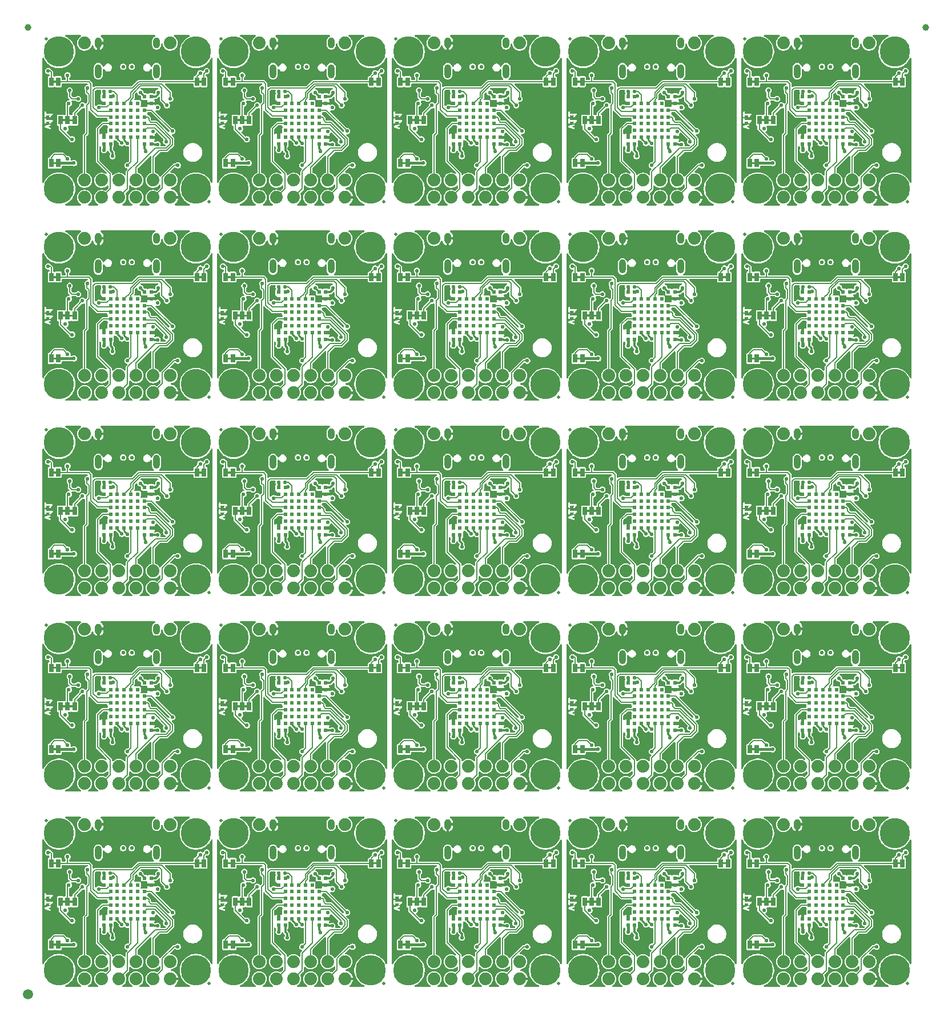
<source format=gbl>
%TF.GenerationSoftware,KiCad,Pcbnew,9.0.1*%
%TF.CreationDate,2025-09-09T14:55:51-06:00*%
%TF.ProjectId,SparkFun_Qwiic_Fingerprint_Sensor_FPC2534_panelized,53706172-6b46-4756-9e5f-51776969635f,v10*%
%TF.SameCoordinates,Original*%
%TF.FileFunction,Copper,L4,Bot*%
%TF.FilePolarity,Positive*%
%FSLAX46Y46*%
G04 Gerber Fmt 4.6, Leading zero omitted, Abs format (unit mm)*
G04 Created by KiCad (PCBNEW 9.0.1) date 2025-09-09 14:55:51*
%MOMM*%
%LPD*%
G01*
G04 APERTURE LIST*
%ADD10C,0.254000*%
%TA.AperFunction,EtchedComponent*%
%ADD11C,0.000000*%
%TD*%
%TA.AperFunction,SMDPad,CuDef*%
%ADD12C,1.000000*%
%TD*%
%TA.AperFunction,SMDPad,CuDef*%
%ADD13C,1.500000*%
%TD*%
%TA.AperFunction,SMDPad,CuDef*%
%ADD14R,0.660400X1.270000*%
%TD*%
%TA.AperFunction,SMDPad,CuDef*%
%ADD15C,0.500000*%
%TD*%
%TA.AperFunction,SMDPad,CuDef*%
%ADD16R,0.600000X0.600000*%
%TD*%
%TA.AperFunction,ComponentPad*%
%ADD17C,4.500000*%
%TD*%
%TA.AperFunction,ComponentPad*%
%ADD18C,1.879600*%
%TD*%
%TA.AperFunction,ComponentPad*%
%ADD19O,1.000000X1.600000*%
%TD*%
%TA.AperFunction,ComponentPad*%
%ADD20O,1.000000X2.100000*%
%TD*%
%TA.AperFunction,ViaPad*%
%ADD21C,0.560000*%
%TD*%
%TA.AperFunction,Conductor*%
%ADD22C,0.304800*%
%TD*%
%TA.AperFunction,Conductor*%
%ADD23C,0.406400*%
%TD*%
%TA.AperFunction,Conductor*%
%ADD24C,0.177800*%
%TD*%
%TA.AperFunction,Conductor*%
%ADD25C,0.152400*%
%TD*%
%TA.AperFunction,Conductor*%
%ADD26C,0.261620*%
%TD*%
G04 APERTURE END LIST*
D10*
G36*
X105365687Y127029840D02*
G01*
X103841687Y127029840D01*
X103841687Y127542943D01*
X103970051Y127542943D01*
X103970973Y127524381D01*
X103970051Y127505819D01*
X103972194Y127499816D01*
X103972511Y127493451D01*
X103980466Y127476656D01*
X103986717Y127459154D01*
X103990995Y127454428D01*
X103993724Y127448667D01*
X104007501Y127436195D01*
X104019973Y127422418D01*
X104025734Y127419689D01*
X104030460Y127415411D01*
X104052972Y127404780D01*
X104730305Y127162875D01*
X104754458Y127156840D01*
X104803950Y127159300D01*
X104848734Y127180513D01*
X104881990Y127217249D01*
X104898656Y127263915D01*
X104896196Y127313406D01*
X104874982Y127358190D01*
X104838246Y127391446D01*
X104815734Y127402077D01*
X104473283Y127524381D01*
X104815734Y127646685D01*
X104838246Y127657316D01*
X104874982Y127690572D01*
X104896196Y127735356D01*
X104898656Y127784847D01*
X104881990Y127831513D01*
X104848734Y127868249D01*
X104803950Y127889462D01*
X104754458Y127891922D01*
X104730305Y127885887D01*
X104052972Y127643982D01*
X104030460Y127633351D01*
X104025734Y127629072D01*
X104019973Y127626344D01*
X104007501Y127612566D01*
X103993724Y127600095D01*
X103990995Y127594333D01*
X103986717Y127589608D01*
X103980466Y127572105D01*
X103972511Y127555311D01*
X103972194Y127548945D01*
X103970051Y127542943D01*
X103841687Y127542943D01*
X103841687Y128685524D01*
X103968687Y128685524D01*
X103968687Y128104952D01*
X103971127Y128080176D01*
X103990090Y128034395D01*
X104025130Y127999355D01*
X104070911Y127980392D01*
X104120463Y127980392D01*
X104166244Y127999355D01*
X104201284Y128034395D01*
X104220247Y128080176D01*
X104222687Y128104952D01*
X104222687Y128268238D01*
X104762313Y128268238D01*
X104756190Y128258510D01*
X104707809Y128161748D01*
X104698911Y128138497D01*
X104695398Y128089068D01*
X104711068Y128042057D01*
X104743536Y128004622D01*
X104787856Y127982462D01*
X104837285Y127978949D01*
X104884296Y127994619D01*
X104921731Y128027087D01*
X104934993Y128048156D01*
X104974156Y128126482D01*
X105047455Y128199782D01*
X105182134Y128289568D01*
X105182201Y128289623D01*
X105182244Y128289641D01*
X105182338Y128289735D01*
X105201395Y128305341D01*
X105208392Y128315789D01*
X105217284Y128324681D01*
X105222045Y128336175D01*
X105228969Y128346514D01*
X105231435Y128358844D01*
X105236247Y128370462D01*
X105236247Y128382905D01*
X105238687Y128395106D01*
X105236247Y128407439D01*
X105236247Y128420014D01*
X105231484Y128431511D01*
X105229070Y128443716D01*
X105222096Y128454176D01*
X105217284Y128465795D01*
X105208485Y128474593D01*
X105201584Y128484946D01*
X105191135Y128491943D01*
X105182244Y128500835D01*
X105170749Y128505596D01*
X105160411Y128512520D01*
X105148080Y128514986D01*
X105136463Y128519798D01*
X105111947Y128522212D01*
X105111819Y128522238D01*
X105111775Y128522229D01*
X105111687Y128522238D01*
X104222687Y128522238D01*
X104222687Y128685524D01*
X104220247Y128710300D01*
X104201284Y128756081D01*
X104166244Y128791121D01*
X104120463Y128810084D01*
X104070911Y128810084D01*
X104025130Y128791121D01*
X103990090Y128756081D01*
X103971127Y128710300D01*
X103968687Y128685524D01*
X103841687Y128685524D01*
X103841687Y129653143D01*
X103968687Y129653143D01*
X103968687Y129072571D01*
X103971127Y129047795D01*
X103990090Y129002014D01*
X104025130Y128966974D01*
X104070911Y128948011D01*
X104120463Y128948011D01*
X104166244Y128966974D01*
X104201284Y129002014D01*
X104220247Y129047795D01*
X104222687Y129072571D01*
X104222687Y129235857D01*
X104762313Y129235857D01*
X104756190Y129226129D01*
X104707809Y129129367D01*
X104698911Y129106116D01*
X104695398Y129056687D01*
X104711068Y129009676D01*
X104743536Y128972241D01*
X104787856Y128950081D01*
X104837285Y128946568D01*
X104884296Y128962238D01*
X104921731Y128994706D01*
X104934993Y129015775D01*
X104974156Y129094101D01*
X105047455Y129167401D01*
X105182134Y129257187D01*
X105182201Y129257242D01*
X105182244Y129257260D01*
X105182338Y129257354D01*
X105201395Y129272960D01*
X105208392Y129283408D01*
X105217284Y129292300D01*
X105222045Y129303794D01*
X105228969Y129314133D01*
X105231435Y129326463D01*
X105236247Y129338081D01*
X105236247Y129350524D01*
X105238687Y129362725D01*
X105236247Y129375058D01*
X105236247Y129387633D01*
X105231484Y129399130D01*
X105229070Y129411335D01*
X105222096Y129421795D01*
X105217284Y129433414D01*
X105208485Y129442212D01*
X105201584Y129452565D01*
X105191135Y129459562D01*
X105182244Y129468454D01*
X105170749Y129473215D01*
X105160411Y129480139D01*
X105148080Y129482605D01*
X105136463Y129487417D01*
X105111947Y129489831D01*
X105111819Y129489857D01*
X105111775Y129489848D01*
X105111687Y129489857D01*
X104222687Y129489857D01*
X104222687Y129653143D01*
X104220247Y129677919D01*
X104201284Y129723700D01*
X104166244Y129758740D01*
X104120463Y129777703D01*
X104070911Y129777703D01*
X104025130Y129758740D01*
X103990090Y129723700D01*
X103971127Y129677919D01*
X103968687Y129653143D01*
X103841687Y129653143D01*
X103841687Y129904703D01*
X105365687Y129904703D01*
X105365687Y127029840D01*
G37*
G36*
X105365687Y98081841D02*
G01*
X103841687Y98081841D01*
X103841687Y98594944D01*
X103970051Y98594944D01*
X103970973Y98576382D01*
X103970051Y98557820D01*
X103972194Y98551818D01*
X103972511Y98545452D01*
X103980466Y98528658D01*
X103986717Y98511155D01*
X103990995Y98506430D01*
X103993724Y98500668D01*
X104007501Y98488197D01*
X104019973Y98474419D01*
X104025734Y98471691D01*
X104030460Y98467412D01*
X104052972Y98456781D01*
X104730305Y98214876D01*
X104754458Y98208841D01*
X104803950Y98211301D01*
X104848734Y98232514D01*
X104881990Y98269250D01*
X104898656Y98315916D01*
X104896196Y98365407D01*
X104874982Y98410191D01*
X104838246Y98443447D01*
X104815734Y98454078D01*
X104473283Y98576382D01*
X104815734Y98698686D01*
X104838246Y98709317D01*
X104874982Y98742573D01*
X104896196Y98787357D01*
X104898656Y98836848D01*
X104881990Y98883514D01*
X104848734Y98920250D01*
X104803950Y98941463D01*
X104754458Y98943923D01*
X104730305Y98937888D01*
X104052972Y98695983D01*
X104030460Y98685352D01*
X104025734Y98681074D01*
X104019973Y98678345D01*
X104007501Y98664568D01*
X103993724Y98652096D01*
X103990995Y98646335D01*
X103986717Y98641609D01*
X103980466Y98624107D01*
X103972511Y98607312D01*
X103972194Y98600947D01*
X103970051Y98594944D01*
X103841687Y98594944D01*
X103841687Y99737525D01*
X103968687Y99737525D01*
X103968687Y99156953D01*
X103971127Y99132177D01*
X103990090Y99086396D01*
X104025130Y99051356D01*
X104070911Y99032393D01*
X104120463Y99032393D01*
X104166244Y99051356D01*
X104201284Y99086396D01*
X104220247Y99132177D01*
X104222687Y99156953D01*
X104222687Y99320239D01*
X104762313Y99320239D01*
X104756190Y99310511D01*
X104707809Y99213749D01*
X104698911Y99190498D01*
X104695398Y99141069D01*
X104711068Y99094058D01*
X104743536Y99056623D01*
X104787856Y99034463D01*
X104837285Y99030950D01*
X104884296Y99046620D01*
X104921731Y99079088D01*
X104934993Y99100157D01*
X104974156Y99178484D01*
X105047455Y99251784D01*
X105182134Y99341569D01*
X105182201Y99341625D01*
X105182244Y99341642D01*
X105182338Y99341737D01*
X105201395Y99357342D01*
X105208392Y99367791D01*
X105217284Y99376682D01*
X105222045Y99388177D01*
X105228969Y99398515D01*
X105231435Y99410846D01*
X105236247Y99422463D01*
X105236247Y99434907D01*
X105238687Y99447107D01*
X105236247Y99459441D01*
X105236247Y99472015D01*
X105231484Y99483513D01*
X105229070Y99495717D01*
X105222096Y99506178D01*
X105217284Y99517796D01*
X105208485Y99526595D01*
X105201584Y99536947D01*
X105191135Y99543945D01*
X105182244Y99552836D01*
X105170749Y99557598D01*
X105160411Y99564521D01*
X105148080Y99566988D01*
X105136463Y99571799D01*
X105111947Y99574214D01*
X105111819Y99574239D01*
X105111775Y99574231D01*
X105111687Y99574239D01*
X104222687Y99574239D01*
X104222687Y99737525D01*
X104220247Y99762301D01*
X104201284Y99808082D01*
X104166244Y99843122D01*
X104120463Y99862085D01*
X104070911Y99862085D01*
X104025130Y99843122D01*
X103990090Y99808082D01*
X103971127Y99762301D01*
X103968687Y99737525D01*
X103841687Y99737525D01*
X103841687Y100705144D01*
X103968687Y100705144D01*
X103968687Y100124572D01*
X103971127Y100099796D01*
X103990090Y100054015D01*
X104025130Y100018975D01*
X104070911Y100000012D01*
X104120463Y100000012D01*
X104166244Y100018975D01*
X104201284Y100054015D01*
X104220247Y100099796D01*
X104222687Y100124572D01*
X104222687Y100287858D01*
X104762313Y100287858D01*
X104756190Y100278130D01*
X104707809Y100181368D01*
X104698911Y100158117D01*
X104695398Y100108688D01*
X104711068Y100061677D01*
X104743536Y100024242D01*
X104787856Y100002082D01*
X104837285Y99998569D01*
X104884296Y100014239D01*
X104921731Y100046707D01*
X104934993Y100067776D01*
X104974156Y100146103D01*
X105047455Y100219403D01*
X105182134Y100309188D01*
X105182201Y100309244D01*
X105182244Y100309261D01*
X105182338Y100309356D01*
X105201395Y100324961D01*
X105208392Y100335410D01*
X105217284Y100344301D01*
X105222045Y100355796D01*
X105228969Y100366134D01*
X105231435Y100378465D01*
X105236247Y100390082D01*
X105236247Y100402526D01*
X105238687Y100414726D01*
X105236247Y100427060D01*
X105236247Y100439634D01*
X105231484Y100451132D01*
X105229070Y100463336D01*
X105222096Y100473797D01*
X105217284Y100485415D01*
X105208485Y100494214D01*
X105201584Y100504566D01*
X105191135Y100511564D01*
X105182244Y100520455D01*
X105170749Y100525217D01*
X105160411Y100532140D01*
X105148080Y100534607D01*
X105136463Y100539418D01*
X105111947Y100541833D01*
X105111819Y100541858D01*
X105111775Y100541850D01*
X105111687Y100541858D01*
X104222687Y100541858D01*
X104222687Y100705144D01*
X104220247Y100729920D01*
X104201284Y100775701D01*
X104166244Y100810741D01*
X104120463Y100829704D01*
X104070911Y100829704D01*
X104025130Y100810741D01*
X103990090Y100775701D01*
X103971127Y100729920D01*
X103968687Y100705144D01*
X103841687Y100705144D01*
X103841687Y100956704D01*
X105365687Y100956704D01*
X105365687Y98081841D01*
G37*
G36*
X105365687Y69133841D02*
G01*
X103841687Y69133841D01*
X103841687Y69646944D01*
X103970051Y69646944D01*
X103970973Y69628382D01*
X103970051Y69609820D01*
X103972194Y69603818D01*
X103972511Y69597452D01*
X103980466Y69580658D01*
X103986717Y69563155D01*
X103990995Y69558430D01*
X103993724Y69552668D01*
X104007501Y69540197D01*
X104019973Y69526419D01*
X104025734Y69523691D01*
X104030460Y69519412D01*
X104052972Y69508781D01*
X104730305Y69266876D01*
X104754458Y69260841D01*
X104803950Y69263301D01*
X104848734Y69284514D01*
X104881990Y69321250D01*
X104898656Y69367916D01*
X104896196Y69417407D01*
X104874982Y69462191D01*
X104838246Y69495447D01*
X104815734Y69506078D01*
X104473283Y69628382D01*
X104815734Y69750686D01*
X104838246Y69761317D01*
X104874982Y69794573D01*
X104896196Y69839357D01*
X104898656Y69888848D01*
X104881990Y69935514D01*
X104848734Y69972250D01*
X104803950Y69993463D01*
X104754458Y69995923D01*
X104730305Y69989888D01*
X104052972Y69747983D01*
X104030460Y69737352D01*
X104025734Y69733074D01*
X104019973Y69730345D01*
X104007501Y69716568D01*
X103993724Y69704096D01*
X103990995Y69698335D01*
X103986717Y69693609D01*
X103980466Y69676107D01*
X103972511Y69659312D01*
X103972194Y69652947D01*
X103970051Y69646944D01*
X103841687Y69646944D01*
X103841687Y70789525D01*
X103968687Y70789525D01*
X103968687Y70208953D01*
X103971127Y70184177D01*
X103990090Y70138396D01*
X104025130Y70103356D01*
X104070911Y70084393D01*
X104120463Y70084393D01*
X104166244Y70103356D01*
X104201284Y70138396D01*
X104220247Y70184177D01*
X104222687Y70208953D01*
X104222687Y70372239D01*
X104762313Y70372239D01*
X104756190Y70362511D01*
X104707809Y70265749D01*
X104698911Y70242498D01*
X104695398Y70193069D01*
X104711068Y70146058D01*
X104743536Y70108623D01*
X104787856Y70086463D01*
X104837285Y70082950D01*
X104884296Y70098620D01*
X104921731Y70131088D01*
X104934993Y70152157D01*
X104974156Y70230484D01*
X105047455Y70303784D01*
X105182134Y70393569D01*
X105182201Y70393625D01*
X105182244Y70393642D01*
X105182338Y70393737D01*
X105201395Y70409342D01*
X105208392Y70419791D01*
X105217284Y70428682D01*
X105222045Y70440177D01*
X105228969Y70450515D01*
X105231435Y70462846D01*
X105236247Y70474463D01*
X105236247Y70486907D01*
X105238687Y70499107D01*
X105236247Y70511441D01*
X105236247Y70524015D01*
X105231484Y70535513D01*
X105229070Y70547717D01*
X105222096Y70558178D01*
X105217284Y70569796D01*
X105208485Y70578595D01*
X105201584Y70588947D01*
X105191135Y70595945D01*
X105182244Y70604836D01*
X105170749Y70609598D01*
X105160411Y70616521D01*
X105148080Y70618988D01*
X105136463Y70623799D01*
X105111947Y70626214D01*
X105111819Y70626239D01*
X105111775Y70626231D01*
X105111687Y70626239D01*
X104222687Y70626239D01*
X104222687Y70789525D01*
X104220247Y70814301D01*
X104201284Y70860082D01*
X104166244Y70895122D01*
X104120463Y70914085D01*
X104070911Y70914085D01*
X104025130Y70895122D01*
X103990090Y70860082D01*
X103971127Y70814301D01*
X103968687Y70789525D01*
X103841687Y70789525D01*
X103841687Y71757144D01*
X103968687Y71757144D01*
X103968687Y71176572D01*
X103971127Y71151796D01*
X103990090Y71106015D01*
X104025130Y71070975D01*
X104070911Y71052012D01*
X104120463Y71052012D01*
X104166244Y71070975D01*
X104201284Y71106015D01*
X104220247Y71151796D01*
X104222687Y71176572D01*
X104222687Y71339858D01*
X104762313Y71339858D01*
X104756190Y71330130D01*
X104707809Y71233368D01*
X104698911Y71210117D01*
X104695398Y71160688D01*
X104711068Y71113677D01*
X104743536Y71076242D01*
X104787856Y71054082D01*
X104837285Y71050569D01*
X104884296Y71066239D01*
X104921731Y71098707D01*
X104934993Y71119776D01*
X104974156Y71198103D01*
X105047455Y71271403D01*
X105182134Y71361188D01*
X105182201Y71361244D01*
X105182244Y71361261D01*
X105182338Y71361356D01*
X105201395Y71376961D01*
X105208392Y71387410D01*
X105217284Y71396301D01*
X105222045Y71407796D01*
X105228969Y71418134D01*
X105231435Y71430465D01*
X105236247Y71442082D01*
X105236247Y71454526D01*
X105238687Y71466726D01*
X105236247Y71479060D01*
X105236247Y71491634D01*
X105231484Y71503132D01*
X105229070Y71515336D01*
X105222096Y71525797D01*
X105217284Y71537415D01*
X105208485Y71546214D01*
X105201584Y71556566D01*
X105191135Y71563564D01*
X105182244Y71572455D01*
X105170749Y71577217D01*
X105160411Y71584140D01*
X105148080Y71586607D01*
X105136463Y71591418D01*
X105111947Y71593833D01*
X105111819Y71593858D01*
X105111775Y71593850D01*
X105111687Y71593858D01*
X104222687Y71593858D01*
X104222687Y71757144D01*
X104220247Y71781920D01*
X104201284Y71827701D01*
X104166244Y71862741D01*
X104120463Y71881704D01*
X104070911Y71881704D01*
X104025130Y71862741D01*
X103990090Y71827701D01*
X103971127Y71781920D01*
X103968687Y71757144D01*
X103841687Y71757144D01*
X103841687Y72008704D01*
X105365687Y72008704D01*
X105365687Y69133841D01*
G37*
G36*
X105365687Y40185841D02*
G01*
X103841687Y40185841D01*
X103841687Y40698944D01*
X103970051Y40698944D01*
X103970973Y40680382D01*
X103970051Y40661820D01*
X103972194Y40655818D01*
X103972511Y40649452D01*
X103980466Y40632658D01*
X103986717Y40615155D01*
X103990995Y40610430D01*
X103993724Y40604668D01*
X104007501Y40592197D01*
X104019973Y40578419D01*
X104025734Y40575691D01*
X104030460Y40571412D01*
X104052972Y40560781D01*
X104730305Y40318876D01*
X104754458Y40312841D01*
X104803950Y40315301D01*
X104848734Y40336514D01*
X104881990Y40373250D01*
X104898656Y40419916D01*
X104896196Y40469407D01*
X104874982Y40514191D01*
X104838246Y40547447D01*
X104815734Y40558078D01*
X104473283Y40680382D01*
X104815734Y40802686D01*
X104838246Y40813317D01*
X104874982Y40846573D01*
X104896196Y40891357D01*
X104898656Y40940848D01*
X104881990Y40987514D01*
X104848734Y41024250D01*
X104803950Y41045463D01*
X104754458Y41047923D01*
X104730305Y41041888D01*
X104052972Y40799983D01*
X104030460Y40789352D01*
X104025734Y40785074D01*
X104019973Y40782345D01*
X104007501Y40768568D01*
X103993724Y40756096D01*
X103990995Y40750335D01*
X103986717Y40745609D01*
X103980466Y40728107D01*
X103972511Y40711312D01*
X103972194Y40704947D01*
X103970051Y40698944D01*
X103841687Y40698944D01*
X103841687Y41841525D01*
X103968687Y41841525D01*
X103968687Y41260953D01*
X103971127Y41236177D01*
X103990090Y41190396D01*
X104025130Y41155356D01*
X104070911Y41136393D01*
X104120463Y41136393D01*
X104166244Y41155356D01*
X104201284Y41190396D01*
X104220247Y41236177D01*
X104222687Y41260953D01*
X104222687Y41424239D01*
X104762313Y41424239D01*
X104756190Y41414511D01*
X104707809Y41317749D01*
X104698911Y41294498D01*
X104695398Y41245069D01*
X104711068Y41198058D01*
X104743536Y41160623D01*
X104787856Y41138463D01*
X104837285Y41134950D01*
X104884296Y41150620D01*
X104921731Y41183088D01*
X104934993Y41204157D01*
X104974156Y41282484D01*
X105047455Y41355784D01*
X105182134Y41445569D01*
X105182201Y41445625D01*
X105182244Y41445642D01*
X105182338Y41445737D01*
X105201395Y41461342D01*
X105208392Y41471791D01*
X105217284Y41480682D01*
X105222045Y41492177D01*
X105228969Y41502515D01*
X105231435Y41514846D01*
X105236247Y41526463D01*
X105236247Y41538907D01*
X105238687Y41551107D01*
X105236247Y41563441D01*
X105236247Y41576015D01*
X105231484Y41587513D01*
X105229070Y41599717D01*
X105222096Y41610178D01*
X105217284Y41621796D01*
X105208485Y41630595D01*
X105201584Y41640947D01*
X105191135Y41647945D01*
X105182244Y41656836D01*
X105170749Y41661598D01*
X105160411Y41668521D01*
X105148080Y41670988D01*
X105136463Y41675799D01*
X105111947Y41678214D01*
X105111819Y41678239D01*
X105111775Y41678231D01*
X105111687Y41678239D01*
X104222687Y41678239D01*
X104222687Y41841525D01*
X104220247Y41866301D01*
X104201284Y41912082D01*
X104166244Y41947122D01*
X104120463Y41966085D01*
X104070911Y41966085D01*
X104025130Y41947122D01*
X103990090Y41912082D01*
X103971127Y41866301D01*
X103968687Y41841525D01*
X103841687Y41841525D01*
X103841687Y42809144D01*
X103968687Y42809144D01*
X103968687Y42228572D01*
X103971127Y42203796D01*
X103990090Y42158015D01*
X104025130Y42122975D01*
X104070911Y42104012D01*
X104120463Y42104012D01*
X104166244Y42122975D01*
X104201284Y42158015D01*
X104220247Y42203796D01*
X104222687Y42228572D01*
X104222687Y42391858D01*
X104762313Y42391858D01*
X104756190Y42382130D01*
X104707809Y42285368D01*
X104698911Y42262117D01*
X104695398Y42212688D01*
X104711068Y42165677D01*
X104743536Y42128242D01*
X104787856Y42106082D01*
X104837285Y42102569D01*
X104884296Y42118239D01*
X104921731Y42150707D01*
X104934993Y42171776D01*
X104974156Y42250103D01*
X105047455Y42323403D01*
X105182134Y42413188D01*
X105182201Y42413244D01*
X105182244Y42413261D01*
X105182338Y42413356D01*
X105201395Y42428961D01*
X105208392Y42439410D01*
X105217284Y42448301D01*
X105222045Y42459796D01*
X105228969Y42470134D01*
X105231435Y42482465D01*
X105236247Y42494082D01*
X105236247Y42506526D01*
X105238687Y42518726D01*
X105236247Y42531060D01*
X105236247Y42543634D01*
X105231484Y42555132D01*
X105229070Y42567336D01*
X105222096Y42577797D01*
X105217284Y42589415D01*
X105208485Y42598214D01*
X105201584Y42608566D01*
X105191135Y42615564D01*
X105182244Y42624455D01*
X105170749Y42629217D01*
X105160411Y42636140D01*
X105148080Y42638607D01*
X105136463Y42643418D01*
X105111947Y42645833D01*
X105111819Y42645858D01*
X105111775Y42645850D01*
X105111687Y42645858D01*
X104222687Y42645858D01*
X104222687Y42809144D01*
X104220247Y42833920D01*
X104201284Y42879701D01*
X104166244Y42914741D01*
X104120463Y42933704D01*
X104070911Y42933704D01*
X104025130Y42914741D01*
X103990090Y42879701D01*
X103971127Y42833920D01*
X103968687Y42809144D01*
X103841687Y42809144D01*
X103841687Y43060704D01*
X105365687Y43060704D01*
X105365687Y40185841D01*
G37*
G36*
X105365687Y11237841D02*
G01*
X103841687Y11237841D01*
X103841687Y11750944D01*
X103970051Y11750944D01*
X103970973Y11732382D01*
X103970051Y11713820D01*
X103972194Y11707818D01*
X103972511Y11701452D01*
X103980466Y11684658D01*
X103986717Y11667155D01*
X103990995Y11662430D01*
X103993724Y11656668D01*
X104007501Y11644197D01*
X104019973Y11630419D01*
X104025734Y11627691D01*
X104030460Y11623412D01*
X104052972Y11612781D01*
X104730305Y11370876D01*
X104754458Y11364841D01*
X104803950Y11367301D01*
X104848734Y11388514D01*
X104881990Y11425250D01*
X104898656Y11471916D01*
X104896196Y11521407D01*
X104874982Y11566191D01*
X104838246Y11599447D01*
X104815734Y11610078D01*
X104473283Y11732382D01*
X104815734Y11854686D01*
X104838246Y11865317D01*
X104874982Y11898573D01*
X104896196Y11943357D01*
X104898656Y11992848D01*
X104881990Y12039514D01*
X104848734Y12076250D01*
X104803950Y12097463D01*
X104754458Y12099923D01*
X104730305Y12093888D01*
X104052972Y11851983D01*
X104030460Y11841352D01*
X104025734Y11837074D01*
X104019973Y11834345D01*
X104007501Y11820568D01*
X103993724Y11808096D01*
X103990995Y11802335D01*
X103986717Y11797609D01*
X103980466Y11780107D01*
X103972511Y11763312D01*
X103972194Y11756947D01*
X103970051Y11750944D01*
X103841687Y11750944D01*
X103841687Y12893525D01*
X103968687Y12893525D01*
X103968687Y12312953D01*
X103971127Y12288177D01*
X103990090Y12242396D01*
X104025130Y12207356D01*
X104070911Y12188393D01*
X104120463Y12188393D01*
X104166244Y12207356D01*
X104201284Y12242396D01*
X104220247Y12288177D01*
X104222687Y12312953D01*
X104222687Y12476239D01*
X104762313Y12476239D01*
X104756190Y12466511D01*
X104707809Y12369749D01*
X104698911Y12346498D01*
X104695398Y12297069D01*
X104711068Y12250058D01*
X104743536Y12212623D01*
X104787856Y12190463D01*
X104837285Y12186950D01*
X104884296Y12202620D01*
X104921731Y12235088D01*
X104934993Y12256157D01*
X104974156Y12334484D01*
X105047455Y12407784D01*
X105182134Y12497569D01*
X105182201Y12497625D01*
X105182244Y12497642D01*
X105182338Y12497737D01*
X105201395Y12513342D01*
X105208392Y12523791D01*
X105217284Y12532682D01*
X105222045Y12544177D01*
X105228969Y12554515D01*
X105231435Y12566846D01*
X105236247Y12578463D01*
X105236247Y12590907D01*
X105238687Y12603107D01*
X105236247Y12615441D01*
X105236247Y12628015D01*
X105231484Y12639513D01*
X105229070Y12651717D01*
X105222096Y12662178D01*
X105217284Y12673796D01*
X105208485Y12682595D01*
X105201584Y12692947D01*
X105191135Y12699945D01*
X105182244Y12708836D01*
X105170749Y12713598D01*
X105160411Y12720521D01*
X105148080Y12722988D01*
X105136463Y12727799D01*
X105111947Y12730214D01*
X105111819Y12730239D01*
X105111775Y12730231D01*
X105111687Y12730239D01*
X104222687Y12730239D01*
X104222687Y12893525D01*
X104220247Y12918301D01*
X104201284Y12964082D01*
X104166244Y12999122D01*
X104120463Y13018085D01*
X104070911Y13018085D01*
X104025130Y12999122D01*
X103990090Y12964082D01*
X103971127Y12918301D01*
X103968687Y12893525D01*
X103841687Y12893525D01*
X103841687Y13861144D01*
X103968687Y13861144D01*
X103968687Y13280572D01*
X103971127Y13255796D01*
X103990090Y13210015D01*
X104025130Y13174975D01*
X104070911Y13156012D01*
X104120463Y13156012D01*
X104166244Y13174975D01*
X104201284Y13210015D01*
X104220247Y13255796D01*
X104222687Y13280572D01*
X104222687Y13443858D01*
X104762313Y13443858D01*
X104756190Y13434130D01*
X104707809Y13337368D01*
X104698911Y13314117D01*
X104695398Y13264688D01*
X104711068Y13217677D01*
X104743536Y13180242D01*
X104787856Y13158082D01*
X104837285Y13154569D01*
X104884296Y13170239D01*
X104921731Y13202707D01*
X104934993Y13223776D01*
X104974156Y13302103D01*
X105047455Y13375403D01*
X105182134Y13465188D01*
X105182201Y13465244D01*
X105182244Y13465261D01*
X105182338Y13465356D01*
X105201395Y13480961D01*
X105208392Y13491410D01*
X105217284Y13500301D01*
X105222045Y13511796D01*
X105228969Y13522134D01*
X105231435Y13534465D01*
X105236247Y13546082D01*
X105236247Y13558526D01*
X105238687Y13570726D01*
X105236247Y13583060D01*
X105236247Y13595634D01*
X105231484Y13607132D01*
X105229070Y13619336D01*
X105222096Y13629797D01*
X105217284Y13641415D01*
X105208485Y13650214D01*
X105201584Y13660566D01*
X105191135Y13667564D01*
X105182244Y13676455D01*
X105170749Y13681217D01*
X105160411Y13688140D01*
X105148080Y13690607D01*
X105136463Y13695418D01*
X105111947Y13697833D01*
X105111819Y13697858D01*
X105111775Y13697850D01*
X105111687Y13697858D01*
X104222687Y13697858D01*
X104222687Y13861144D01*
X104220247Y13885920D01*
X104201284Y13931701D01*
X104166244Y13966741D01*
X104120463Y13985704D01*
X104070911Y13985704D01*
X104025130Y13966741D01*
X103990090Y13931701D01*
X103971127Y13885920D01*
X103968687Y13861144D01*
X103841687Y13861144D01*
X103841687Y14112704D01*
X105365687Y14112704D01*
X105365687Y11237841D01*
G37*
G36*
X79465687Y127029840D02*
G01*
X77941687Y127029840D01*
X77941687Y127542943D01*
X78070051Y127542943D01*
X78070973Y127524381D01*
X78070051Y127505819D01*
X78072194Y127499816D01*
X78072511Y127493451D01*
X78080466Y127476656D01*
X78086717Y127459154D01*
X78090995Y127454428D01*
X78093724Y127448667D01*
X78107501Y127436195D01*
X78119973Y127422418D01*
X78125734Y127419689D01*
X78130460Y127415411D01*
X78152972Y127404780D01*
X78830305Y127162875D01*
X78854458Y127156840D01*
X78903950Y127159300D01*
X78948734Y127180513D01*
X78981990Y127217249D01*
X78998656Y127263915D01*
X78996196Y127313406D01*
X78974982Y127358190D01*
X78938246Y127391446D01*
X78915734Y127402077D01*
X78573283Y127524381D01*
X78915734Y127646685D01*
X78938246Y127657316D01*
X78974982Y127690572D01*
X78996196Y127735356D01*
X78998656Y127784847D01*
X78981990Y127831513D01*
X78948734Y127868249D01*
X78903950Y127889462D01*
X78854458Y127891922D01*
X78830305Y127885887D01*
X78152972Y127643982D01*
X78130460Y127633351D01*
X78125734Y127629072D01*
X78119973Y127626344D01*
X78107501Y127612566D01*
X78093724Y127600095D01*
X78090995Y127594333D01*
X78086717Y127589608D01*
X78080466Y127572105D01*
X78072511Y127555311D01*
X78072194Y127548945D01*
X78070051Y127542943D01*
X77941687Y127542943D01*
X77941687Y128685524D01*
X78068687Y128685524D01*
X78068687Y128104952D01*
X78071127Y128080176D01*
X78090090Y128034395D01*
X78125130Y127999355D01*
X78170911Y127980392D01*
X78220463Y127980392D01*
X78266244Y127999355D01*
X78301284Y128034395D01*
X78320247Y128080176D01*
X78322687Y128104952D01*
X78322687Y128268238D01*
X78862313Y128268238D01*
X78856190Y128258510D01*
X78807809Y128161748D01*
X78798911Y128138497D01*
X78795398Y128089068D01*
X78811068Y128042057D01*
X78843536Y128004622D01*
X78887856Y127982462D01*
X78937285Y127978949D01*
X78984296Y127994619D01*
X79021731Y128027087D01*
X79034993Y128048156D01*
X79074156Y128126482D01*
X79147455Y128199782D01*
X79282134Y128289568D01*
X79282201Y128289623D01*
X79282244Y128289641D01*
X79282338Y128289735D01*
X79301395Y128305341D01*
X79308392Y128315789D01*
X79317284Y128324681D01*
X79322045Y128336175D01*
X79328969Y128346514D01*
X79331435Y128358844D01*
X79336247Y128370462D01*
X79336247Y128382905D01*
X79338687Y128395106D01*
X79336247Y128407439D01*
X79336247Y128420014D01*
X79331484Y128431511D01*
X79329070Y128443716D01*
X79322096Y128454176D01*
X79317284Y128465795D01*
X79308485Y128474593D01*
X79301584Y128484946D01*
X79291135Y128491943D01*
X79282244Y128500835D01*
X79270749Y128505596D01*
X79260411Y128512520D01*
X79248080Y128514986D01*
X79236463Y128519798D01*
X79211947Y128522212D01*
X79211819Y128522238D01*
X79211775Y128522229D01*
X79211687Y128522238D01*
X78322687Y128522238D01*
X78322687Y128685524D01*
X78320247Y128710300D01*
X78301284Y128756081D01*
X78266244Y128791121D01*
X78220463Y128810084D01*
X78170911Y128810084D01*
X78125130Y128791121D01*
X78090090Y128756081D01*
X78071127Y128710300D01*
X78068687Y128685524D01*
X77941687Y128685524D01*
X77941687Y129653143D01*
X78068687Y129653143D01*
X78068687Y129072571D01*
X78071127Y129047795D01*
X78090090Y129002014D01*
X78125130Y128966974D01*
X78170911Y128948011D01*
X78220463Y128948011D01*
X78266244Y128966974D01*
X78301284Y129002014D01*
X78320247Y129047795D01*
X78322687Y129072571D01*
X78322687Y129235857D01*
X78862313Y129235857D01*
X78856190Y129226129D01*
X78807809Y129129367D01*
X78798911Y129106116D01*
X78795398Y129056687D01*
X78811068Y129009676D01*
X78843536Y128972241D01*
X78887856Y128950081D01*
X78937285Y128946568D01*
X78984296Y128962238D01*
X79021731Y128994706D01*
X79034993Y129015775D01*
X79074156Y129094101D01*
X79147455Y129167401D01*
X79282134Y129257187D01*
X79282201Y129257242D01*
X79282244Y129257260D01*
X79282338Y129257354D01*
X79301395Y129272960D01*
X79308392Y129283408D01*
X79317284Y129292300D01*
X79322045Y129303794D01*
X79328969Y129314133D01*
X79331435Y129326463D01*
X79336247Y129338081D01*
X79336247Y129350524D01*
X79338687Y129362725D01*
X79336247Y129375058D01*
X79336247Y129387633D01*
X79331484Y129399130D01*
X79329070Y129411335D01*
X79322096Y129421795D01*
X79317284Y129433414D01*
X79308485Y129442212D01*
X79301584Y129452565D01*
X79291135Y129459562D01*
X79282244Y129468454D01*
X79270749Y129473215D01*
X79260411Y129480139D01*
X79248080Y129482605D01*
X79236463Y129487417D01*
X79211947Y129489831D01*
X79211819Y129489857D01*
X79211775Y129489848D01*
X79211687Y129489857D01*
X78322687Y129489857D01*
X78322687Y129653143D01*
X78320247Y129677919D01*
X78301284Y129723700D01*
X78266244Y129758740D01*
X78220463Y129777703D01*
X78170911Y129777703D01*
X78125130Y129758740D01*
X78090090Y129723700D01*
X78071127Y129677919D01*
X78068687Y129653143D01*
X77941687Y129653143D01*
X77941687Y129904703D01*
X79465687Y129904703D01*
X79465687Y127029840D01*
G37*
G36*
X79465687Y98081841D02*
G01*
X77941687Y98081841D01*
X77941687Y98594944D01*
X78070051Y98594944D01*
X78070973Y98576382D01*
X78070051Y98557820D01*
X78072194Y98551818D01*
X78072511Y98545452D01*
X78080466Y98528658D01*
X78086717Y98511155D01*
X78090995Y98506430D01*
X78093724Y98500668D01*
X78107501Y98488197D01*
X78119973Y98474419D01*
X78125734Y98471691D01*
X78130460Y98467412D01*
X78152972Y98456781D01*
X78830305Y98214876D01*
X78854458Y98208841D01*
X78903950Y98211301D01*
X78948734Y98232514D01*
X78981990Y98269250D01*
X78998656Y98315916D01*
X78996196Y98365407D01*
X78974982Y98410191D01*
X78938246Y98443447D01*
X78915734Y98454078D01*
X78573283Y98576382D01*
X78915734Y98698686D01*
X78938246Y98709317D01*
X78974982Y98742573D01*
X78996196Y98787357D01*
X78998656Y98836848D01*
X78981990Y98883514D01*
X78948734Y98920250D01*
X78903950Y98941463D01*
X78854458Y98943923D01*
X78830305Y98937888D01*
X78152972Y98695983D01*
X78130460Y98685352D01*
X78125734Y98681074D01*
X78119973Y98678345D01*
X78107501Y98664568D01*
X78093724Y98652096D01*
X78090995Y98646335D01*
X78086717Y98641609D01*
X78080466Y98624107D01*
X78072511Y98607312D01*
X78072194Y98600947D01*
X78070051Y98594944D01*
X77941687Y98594944D01*
X77941687Y99737525D01*
X78068687Y99737525D01*
X78068687Y99156953D01*
X78071127Y99132177D01*
X78090090Y99086396D01*
X78125130Y99051356D01*
X78170911Y99032393D01*
X78220463Y99032393D01*
X78266244Y99051356D01*
X78301284Y99086396D01*
X78320247Y99132177D01*
X78322687Y99156953D01*
X78322687Y99320239D01*
X78862313Y99320239D01*
X78856190Y99310511D01*
X78807809Y99213749D01*
X78798911Y99190498D01*
X78795398Y99141069D01*
X78811068Y99094058D01*
X78843536Y99056623D01*
X78887856Y99034463D01*
X78937285Y99030950D01*
X78984296Y99046620D01*
X79021731Y99079088D01*
X79034993Y99100157D01*
X79074156Y99178484D01*
X79147455Y99251784D01*
X79282134Y99341569D01*
X79282201Y99341625D01*
X79282244Y99341642D01*
X79282338Y99341737D01*
X79301395Y99357342D01*
X79308392Y99367791D01*
X79317284Y99376682D01*
X79322045Y99388177D01*
X79328969Y99398515D01*
X79331435Y99410846D01*
X79336247Y99422463D01*
X79336247Y99434907D01*
X79338687Y99447107D01*
X79336247Y99459441D01*
X79336247Y99472015D01*
X79331484Y99483513D01*
X79329070Y99495717D01*
X79322096Y99506178D01*
X79317284Y99517796D01*
X79308485Y99526595D01*
X79301584Y99536947D01*
X79291135Y99543945D01*
X79282244Y99552836D01*
X79270749Y99557598D01*
X79260411Y99564521D01*
X79248080Y99566988D01*
X79236463Y99571799D01*
X79211947Y99574214D01*
X79211819Y99574239D01*
X79211775Y99574231D01*
X79211687Y99574239D01*
X78322687Y99574239D01*
X78322687Y99737525D01*
X78320247Y99762301D01*
X78301284Y99808082D01*
X78266244Y99843122D01*
X78220463Y99862085D01*
X78170911Y99862085D01*
X78125130Y99843122D01*
X78090090Y99808082D01*
X78071127Y99762301D01*
X78068687Y99737525D01*
X77941687Y99737525D01*
X77941687Y100705144D01*
X78068687Y100705144D01*
X78068687Y100124572D01*
X78071127Y100099796D01*
X78090090Y100054015D01*
X78125130Y100018975D01*
X78170911Y100000012D01*
X78220463Y100000012D01*
X78266244Y100018975D01*
X78301284Y100054015D01*
X78320247Y100099796D01*
X78322687Y100124572D01*
X78322687Y100287858D01*
X78862313Y100287858D01*
X78856190Y100278130D01*
X78807809Y100181368D01*
X78798911Y100158117D01*
X78795398Y100108688D01*
X78811068Y100061677D01*
X78843536Y100024242D01*
X78887856Y100002082D01*
X78937285Y99998569D01*
X78984296Y100014239D01*
X79021731Y100046707D01*
X79034993Y100067776D01*
X79074156Y100146103D01*
X79147455Y100219403D01*
X79282134Y100309188D01*
X79282201Y100309244D01*
X79282244Y100309261D01*
X79282338Y100309356D01*
X79301395Y100324961D01*
X79308392Y100335410D01*
X79317284Y100344301D01*
X79322045Y100355796D01*
X79328969Y100366134D01*
X79331435Y100378465D01*
X79336247Y100390082D01*
X79336247Y100402526D01*
X79338687Y100414726D01*
X79336247Y100427060D01*
X79336247Y100439634D01*
X79331484Y100451132D01*
X79329070Y100463336D01*
X79322096Y100473797D01*
X79317284Y100485415D01*
X79308485Y100494214D01*
X79301584Y100504566D01*
X79291135Y100511564D01*
X79282244Y100520455D01*
X79270749Y100525217D01*
X79260411Y100532140D01*
X79248080Y100534607D01*
X79236463Y100539418D01*
X79211947Y100541833D01*
X79211819Y100541858D01*
X79211775Y100541850D01*
X79211687Y100541858D01*
X78322687Y100541858D01*
X78322687Y100705144D01*
X78320247Y100729920D01*
X78301284Y100775701D01*
X78266244Y100810741D01*
X78220463Y100829704D01*
X78170911Y100829704D01*
X78125130Y100810741D01*
X78090090Y100775701D01*
X78071127Y100729920D01*
X78068687Y100705144D01*
X77941687Y100705144D01*
X77941687Y100956704D01*
X79465687Y100956704D01*
X79465687Y98081841D01*
G37*
G36*
X79465687Y69133841D02*
G01*
X77941687Y69133841D01*
X77941687Y69646944D01*
X78070051Y69646944D01*
X78070973Y69628382D01*
X78070051Y69609820D01*
X78072194Y69603818D01*
X78072511Y69597452D01*
X78080466Y69580658D01*
X78086717Y69563155D01*
X78090995Y69558430D01*
X78093724Y69552668D01*
X78107501Y69540197D01*
X78119973Y69526419D01*
X78125734Y69523691D01*
X78130460Y69519412D01*
X78152972Y69508781D01*
X78830305Y69266876D01*
X78854458Y69260841D01*
X78903950Y69263301D01*
X78948734Y69284514D01*
X78981990Y69321250D01*
X78998656Y69367916D01*
X78996196Y69417407D01*
X78974982Y69462191D01*
X78938246Y69495447D01*
X78915734Y69506078D01*
X78573283Y69628382D01*
X78915734Y69750686D01*
X78938246Y69761317D01*
X78974982Y69794573D01*
X78996196Y69839357D01*
X78998656Y69888848D01*
X78981990Y69935514D01*
X78948734Y69972250D01*
X78903950Y69993463D01*
X78854458Y69995923D01*
X78830305Y69989888D01*
X78152972Y69747983D01*
X78130460Y69737352D01*
X78125734Y69733074D01*
X78119973Y69730345D01*
X78107501Y69716568D01*
X78093724Y69704096D01*
X78090995Y69698335D01*
X78086717Y69693609D01*
X78080466Y69676107D01*
X78072511Y69659312D01*
X78072194Y69652947D01*
X78070051Y69646944D01*
X77941687Y69646944D01*
X77941687Y70789525D01*
X78068687Y70789525D01*
X78068687Y70208953D01*
X78071127Y70184177D01*
X78090090Y70138396D01*
X78125130Y70103356D01*
X78170911Y70084393D01*
X78220463Y70084393D01*
X78266244Y70103356D01*
X78301284Y70138396D01*
X78320247Y70184177D01*
X78322687Y70208953D01*
X78322687Y70372239D01*
X78862313Y70372239D01*
X78856190Y70362511D01*
X78807809Y70265749D01*
X78798911Y70242498D01*
X78795398Y70193069D01*
X78811068Y70146058D01*
X78843536Y70108623D01*
X78887856Y70086463D01*
X78937285Y70082950D01*
X78984296Y70098620D01*
X79021731Y70131088D01*
X79034993Y70152157D01*
X79074156Y70230484D01*
X79147455Y70303784D01*
X79282134Y70393569D01*
X79282201Y70393625D01*
X79282244Y70393642D01*
X79282338Y70393737D01*
X79301395Y70409342D01*
X79308392Y70419791D01*
X79317284Y70428682D01*
X79322045Y70440177D01*
X79328969Y70450515D01*
X79331435Y70462846D01*
X79336247Y70474463D01*
X79336247Y70486907D01*
X79338687Y70499107D01*
X79336247Y70511441D01*
X79336247Y70524015D01*
X79331484Y70535513D01*
X79329070Y70547717D01*
X79322096Y70558178D01*
X79317284Y70569796D01*
X79308485Y70578595D01*
X79301584Y70588947D01*
X79291135Y70595945D01*
X79282244Y70604836D01*
X79270749Y70609598D01*
X79260411Y70616521D01*
X79248080Y70618988D01*
X79236463Y70623799D01*
X79211947Y70626214D01*
X79211819Y70626239D01*
X79211775Y70626231D01*
X79211687Y70626239D01*
X78322687Y70626239D01*
X78322687Y70789525D01*
X78320247Y70814301D01*
X78301284Y70860082D01*
X78266244Y70895122D01*
X78220463Y70914085D01*
X78170911Y70914085D01*
X78125130Y70895122D01*
X78090090Y70860082D01*
X78071127Y70814301D01*
X78068687Y70789525D01*
X77941687Y70789525D01*
X77941687Y71757144D01*
X78068687Y71757144D01*
X78068687Y71176572D01*
X78071127Y71151796D01*
X78090090Y71106015D01*
X78125130Y71070975D01*
X78170911Y71052012D01*
X78220463Y71052012D01*
X78266244Y71070975D01*
X78301284Y71106015D01*
X78320247Y71151796D01*
X78322687Y71176572D01*
X78322687Y71339858D01*
X78862313Y71339858D01*
X78856190Y71330130D01*
X78807809Y71233368D01*
X78798911Y71210117D01*
X78795398Y71160688D01*
X78811068Y71113677D01*
X78843536Y71076242D01*
X78887856Y71054082D01*
X78937285Y71050569D01*
X78984296Y71066239D01*
X79021731Y71098707D01*
X79034993Y71119776D01*
X79074156Y71198103D01*
X79147455Y71271403D01*
X79282134Y71361188D01*
X79282201Y71361244D01*
X79282244Y71361261D01*
X79282338Y71361356D01*
X79301395Y71376961D01*
X79308392Y71387410D01*
X79317284Y71396301D01*
X79322045Y71407796D01*
X79328969Y71418134D01*
X79331435Y71430465D01*
X79336247Y71442082D01*
X79336247Y71454526D01*
X79338687Y71466726D01*
X79336247Y71479060D01*
X79336247Y71491634D01*
X79331484Y71503132D01*
X79329070Y71515336D01*
X79322096Y71525797D01*
X79317284Y71537415D01*
X79308485Y71546214D01*
X79301584Y71556566D01*
X79291135Y71563564D01*
X79282244Y71572455D01*
X79270749Y71577217D01*
X79260411Y71584140D01*
X79248080Y71586607D01*
X79236463Y71591418D01*
X79211947Y71593833D01*
X79211819Y71593858D01*
X79211775Y71593850D01*
X79211687Y71593858D01*
X78322687Y71593858D01*
X78322687Y71757144D01*
X78320247Y71781920D01*
X78301284Y71827701D01*
X78266244Y71862741D01*
X78220463Y71881704D01*
X78170911Y71881704D01*
X78125130Y71862741D01*
X78090090Y71827701D01*
X78071127Y71781920D01*
X78068687Y71757144D01*
X77941687Y71757144D01*
X77941687Y72008704D01*
X79465687Y72008704D01*
X79465687Y69133841D01*
G37*
G36*
X79465687Y40185841D02*
G01*
X77941687Y40185841D01*
X77941687Y40698944D01*
X78070051Y40698944D01*
X78070973Y40680382D01*
X78070051Y40661820D01*
X78072194Y40655818D01*
X78072511Y40649452D01*
X78080466Y40632658D01*
X78086717Y40615155D01*
X78090995Y40610430D01*
X78093724Y40604668D01*
X78107501Y40592197D01*
X78119973Y40578419D01*
X78125734Y40575691D01*
X78130460Y40571412D01*
X78152972Y40560781D01*
X78830305Y40318876D01*
X78854458Y40312841D01*
X78903950Y40315301D01*
X78948734Y40336514D01*
X78981990Y40373250D01*
X78998656Y40419916D01*
X78996196Y40469407D01*
X78974982Y40514191D01*
X78938246Y40547447D01*
X78915734Y40558078D01*
X78573283Y40680382D01*
X78915734Y40802686D01*
X78938246Y40813317D01*
X78974982Y40846573D01*
X78996196Y40891357D01*
X78998656Y40940848D01*
X78981990Y40987514D01*
X78948734Y41024250D01*
X78903950Y41045463D01*
X78854458Y41047923D01*
X78830305Y41041888D01*
X78152972Y40799983D01*
X78130460Y40789352D01*
X78125734Y40785074D01*
X78119973Y40782345D01*
X78107501Y40768568D01*
X78093724Y40756096D01*
X78090995Y40750335D01*
X78086717Y40745609D01*
X78080466Y40728107D01*
X78072511Y40711312D01*
X78072194Y40704947D01*
X78070051Y40698944D01*
X77941687Y40698944D01*
X77941687Y41841525D01*
X78068687Y41841525D01*
X78068687Y41260953D01*
X78071127Y41236177D01*
X78090090Y41190396D01*
X78125130Y41155356D01*
X78170911Y41136393D01*
X78220463Y41136393D01*
X78266244Y41155356D01*
X78301284Y41190396D01*
X78320247Y41236177D01*
X78322687Y41260953D01*
X78322687Y41424239D01*
X78862313Y41424239D01*
X78856190Y41414511D01*
X78807809Y41317749D01*
X78798911Y41294498D01*
X78795398Y41245069D01*
X78811068Y41198058D01*
X78843536Y41160623D01*
X78887856Y41138463D01*
X78937285Y41134950D01*
X78984296Y41150620D01*
X79021731Y41183088D01*
X79034993Y41204157D01*
X79074156Y41282484D01*
X79147455Y41355784D01*
X79282134Y41445569D01*
X79282201Y41445625D01*
X79282244Y41445642D01*
X79282338Y41445737D01*
X79301395Y41461342D01*
X79308392Y41471791D01*
X79317284Y41480682D01*
X79322045Y41492177D01*
X79328969Y41502515D01*
X79331435Y41514846D01*
X79336247Y41526463D01*
X79336247Y41538907D01*
X79338687Y41551107D01*
X79336247Y41563441D01*
X79336247Y41576015D01*
X79331484Y41587513D01*
X79329070Y41599717D01*
X79322096Y41610178D01*
X79317284Y41621796D01*
X79308485Y41630595D01*
X79301584Y41640947D01*
X79291135Y41647945D01*
X79282244Y41656836D01*
X79270749Y41661598D01*
X79260411Y41668521D01*
X79248080Y41670988D01*
X79236463Y41675799D01*
X79211947Y41678214D01*
X79211819Y41678239D01*
X79211775Y41678231D01*
X79211687Y41678239D01*
X78322687Y41678239D01*
X78322687Y41841525D01*
X78320247Y41866301D01*
X78301284Y41912082D01*
X78266244Y41947122D01*
X78220463Y41966085D01*
X78170911Y41966085D01*
X78125130Y41947122D01*
X78090090Y41912082D01*
X78071127Y41866301D01*
X78068687Y41841525D01*
X77941687Y41841525D01*
X77941687Y42809144D01*
X78068687Y42809144D01*
X78068687Y42228572D01*
X78071127Y42203796D01*
X78090090Y42158015D01*
X78125130Y42122975D01*
X78170911Y42104012D01*
X78220463Y42104012D01*
X78266244Y42122975D01*
X78301284Y42158015D01*
X78320247Y42203796D01*
X78322687Y42228572D01*
X78322687Y42391858D01*
X78862313Y42391858D01*
X78856190Y42382130D01*
X78807809Y42285368D01*
X78798911Y42262117D01*
X78795398Y42212688D01*
X78811068Y42165677D01*
X78843536Y42128242D01*
X78887856Y42106082D01*
X78937285Y42102569D01*
X78984296Y42118239D01*
X79021731Y42150707D01*
X79034993Y42171776D01*
X79074156Y42250103D01*
X79147455Y42323403D01*
X79282134Y42413188D01*
X79282201Y42413244D01*
X79282244Y42413261D01*
X79282338Y42413356D01*
X79301395Y42428961D01*
X79308392Y42439410D01*
X79317284Y42448301D01*
X79322045Y42459796D01*
X79328969Y42470134D01*
X79331435Y42482465D01*
X79336247Y42494082D01*
X79336247Y42506526D01*
X79338687Y42518726D01*
X79336247Y42531060D01*
X79336247Y42543634D01*
X79331484Y42555132D01*
X79329070Y42567336D01*
X79322096Y42577797D01*
X79317284Y42589415D01*
X79308485Y42598214D01*
X79301584Y42608566D01*
X79291135Y42615564D01*
X79282244Y42624455D01*
X79270749Y42629217D01*
X79260411Y42636140D01*
X79248080Y42638607D01*
X79236463Y42643418D01*
X79211947Y42645833D01*
X79211819Y42645858D01*
X79211775Y42645850D01*
X79211687Y42645858D01*
X78322687Y42645858D01*
X78322687Y42809144D01*
X78320247Y42833920D01*
X78301284Y42879701D01*
X78266244Y42914741D01*
X78220463Y42933704D01*
X78170911Y42933704D01*
X78125130Y42914741D01*
X78090090Y42879701D01*
X78071127Y42833920D01*
X78068687Y42809144D01*
X77941687Y42809144D01*
X77941687Y43060704D01*
X79465687Y43060704D01*
X79465687Y40185841D01*
G37*
G36*
X79465687Y11237841D02*
G01*
X77941687Y11237841D01*
X77941687Y11750944D01*
X78070051Y11750944D01*
X78070973Y11732382D01*
X78070051Y11713820D01*
X78072194Y11707818D01*
X78072511Y11701452D01*
X78080466Y11684658D01*
X78086717Y11667155D01*
X78090995Y11662430D01*
X78093724Y11656668D01*
X78107501Y11644197D01*
X78119973Y11630419D01*
X78125734Y11627691D01*
X78130460Y11623412D01*
X78152972Y11612781D01*
X78830305Y11370876D01*
X78854458Y11364841D01*
X78903950Y11367301D01*
X78948734Y11388514D01*
X78981990Y11425250D01*
X78998656Y11471916D01*
X78996196Y11521407D01*
X78974982Y11566191D01*
X78938246Y11599447D01*
X78915734Y11610078D01*
X78573283Y11732382D01*
X78915734Y11854686D01*
X78938246Y11865317D01*
X78974982Y11898573D01*
X78996196Y11943357D01*
X78998656Y11992848D01*
X78981990Y12039514D01*
X78948734Y12076250D01*
X78903950Y12097463D01*
X78854458Y12099923D01*
X78830305Y12093888D01*
X78152972Y11851983D01*
X78130460Y11841352D01*
X78125734Y11837074D01*
X78119973Y11834345D01*
X78107501Y11820568D01*
X78093724Y11808096D01*
X78090995Y11802335D01*
X78086717Y11797609D01*
X78080466Y11780107D01*
X78072511Y11763312D01*
X78072194Y11756947D01*
X78070051Y11750944D01*
X77941687Y11750944D01*
X77941687Y12893525D01*
X78068687Y12893525D01*
X78068687Y12312953D01*
X78071127Y12288177D01*
X78090090Y12242396D01*
X78125130Y12207356D01*
X78170911Y12188393D01*
X78220463Y12188393D01*
X78266244Y12207356D01*
X78301284Y12242396D01*
X78320247Y12288177D01*
X78322687Y12312953D01*
X78322687Y12476239D01*
X78862313Y12476239D01*
X78856190Y12466511D01*
X78807809Y12369749D01*
X78798911Y12346498D01*
X78795398Y12297069D01*
X78811068Y12250058D01*
X78843536Y12212623D01*
X78887856Y12190463D01*
X78937285Y12186950D01*
X78984296Y12202620D01*
X79021731Y12235088D01*
X79034993Y12256157D01*
X79074156Y12334484D01*
X79147455Y12407784D01*
X79282134Y12497569D01*
X79282201Y12497625D01*
X79282244Y12497642D01*
X79282338Y12497737D01*
X79301395Y12513342D01*
X79308392Y12523791D01*
X79317284Y12532682D01*
X79322045Y12544177D01*
X79328969Y12554515D01*
X79331435Y12566846D01*
X79336247Y12578463D01*
X79336247Y12590907D01*
X79338687Y12603107D01*
X79336247Y12615441D01*
X79336247Y12628015D01*
X79331484Y12639513D01*
X79329070Y12651717D01*
X79322096Y12662178D01*
X79317284Y12673796D01*
X79308485Y12682595D01*
X79301584Y12692947D01*
X79291135Y12699945D01*
X79282244Y12708836D01*
X79270749Y12713598D01*
X79260411Y12720521D01*
X79248080Y12722988D01*
X79236463Y12727799D01*
X79211947Y12730214D01*
X79211819Y12730239D01*
X79211775Y12730231D01*
X79211687Y12730239D01*
X78322687Y12730239D01*
X78322687Y12893525D01*
X78320247Y12918301D01*
X78301284Y12964082D01*
X78266244Y12999122D01*
X78220463Y13018085D01*
X78170911Y13018085D01*
X78125130Y12999122D01*
X78090090Y12964082D01*
X78071127Y12918301D01*
X78068687Y12893525D01*
X77941687Y12893525D01*
X77941687Y13861144D01*
X78068687Y13861144D01*
X78068687Y13280572D01*
X78071127Y13255796D01*
X78090090Y13210015D01*
X78125130Y13174975D01*
X78170911Y13156012D01*
X78220463Y13156012D01*
X78266244Y13174975D01*
X78301284Y13210015D01*
X78320247Y13255796D01*
X78322687Y13280572D01*
X78322687Y13443858D01*
X78862313Y13443858D01*
X78856190Y13434130D01*
X78807809Y13337368D01*
X78798911Y13314117D01*
X78795398Y13264688D01*
X78811068Y13217677D01*
X78843536Y13180242D01*
X78887856Y13158082D01*
X78937285Y13154569D01*
X78984296Y13170239D01*
X79021731Y13202707D01*
X79034993Y13223776D01*
X79074156Y13302103D01*
X79147455Y13375403D01*
X79282134Y13465188D01*
X79282201Y13465244D01*
X79282244Y13465261D01*
X79282338Y13465356D01*
X79301395Y13480961D01*
X79308392Y13491410D01*
X79317284Y13500301D01*
X79322045Y13511796D01*
X79328969Y13522134D01*
X79331435Y13534465D01*
X79336247Y13546082D01*
X79336247Y13558526D01*
X79338687Y13570726D01*
X79336247Y13583060D01*
X79336247Y13595634D01*
X79331484Y13607132D01*
X79329070Y13619336D01*
X79322096Y13629797D01*
X79317284Y13641415D01*
X79308485Y13650214D01*
X79301584Y13660566D01*
X79291135Y13667564D01*
X79282244Y13676455D01*
X79270749Y13681217D01*
X79260411Y13688140D01*
X79248080Y13690607D01*
X79236463Y13695418D01*
X79211947Y13697833D01*
X79211819Y13697858D01*
X79211775Y13697850D01*
X79211687Y13697858D01*
X78322687Y13697858D01*
X78322687Y13861144D01*
X78320247Y13885920D01*
X78301284Y13931701D01*
X78266244Y13966741D01*
X78220463Y13985704D01*
X78170911Y13985704D01*
X78125130Y13966741D01*
X78090090Y13931701D01*
X78071127Y13885920D01*
X78068687Y13861144D01*
X77941687Y13861144D01*
X77941687Y14112704D01*
X79465687Y14112704D01*
X79465687Y11237841D01*
G37*
G36*
X53565687Y127029840D02*
G01*
X52041687Y127029840D01*
X52041687Y127542943D01*
X52170051Y127542943D01*
X52170973Y127524381D01*
X52170051Y127505819D01*
X52172194Y127499816D01*
X52172511Y127493451D01*
X52180466Y127476656D01*
X52186717Y127459154D01*
X52190995Y127454428D01*
X52193724Y127448667D01*
X52207501Y127436195D01*
X52219973Y127422418D01*
X52225734Y127419689D01*
X52230460Y127415411D01*
X52252972Y127404780D01*
X52930305Y127162875D01*
X52954458Y127156840D01*
X53003950Y127159300D01*
X53048734Y127180513D01*
X53081990Y127217249D01*
X53098656Y127263915D01*
X53096196Y127313406D01*
X53074982Y127358190D01*
X53038246Y127391446D01*
X53015734Y127402077D01*
X52673283Y127524381D01*
X53015734Y127646685D01*
X53038246Y127657316D01*
X53074982Y127690572D01*
X53096196Y127735356D01*
X53098656Y127784847D01*
X53081990Y127831513D01*
X53048734Y127868249D01*
X53003950Y127889462D01*
X52954458Y127891922D01*
X52930305Y127885887D01*
X52252972Y127643982D01*
X52230460Y127633351D01*
X52225734Y127629072D01*
X52219973Y127626344D01*
X52207501Y127612566D01*
X52193724Y127600095D01*
X52190995Y127594333D01*
X52186717Y127589608D01*
X52180466Y127572105D01*
X52172511Y127555311D01*
X52172194Y127548945D01*
X52170051Y127542943D01*
X52041687Y127542943D01*
X52041687Y128685524D01*
X52168687Y128685524D01*
X52168687Y128104952D01*
X52171127Y128080176D01*
X52190090Y128034395D01*
X52225130Y127999355D01*
X52270911Y127980392D01*
X52320463Y127980392D01*
X52366244Y127999355D01*
X52401284Y128034395D01*
X52420247Y128080176D01*
X52422687Y128104952D01*
X52422687Y128268238D01*
X52962313Y128268238D01*
X52956190Y128258510D01*
X52907809Y128161748D01*
X52898911Y128138497D01*
X52895398Y128089068D01*
X52911068Y128042057D01*
X52943536Y128004622D01*
X52987856Y127982462D01*
X53037285Y127978949D01*
X53084296Y127994619D01*
X53121731Y128027087D01*
X53134993Y128048156D01*
X53174156Y128126482D01*
X53247455Y128199782D01*
X53382134Y128289568D01*
X53382201Y128289623D01*
X53382244Y128289641D01*
X53382338Y128289735D01*
X53401395Y128305341D01*
X53408392Y128315789D01*
X53417284Y128324681D01*
X53422045Y128336175D01*
X53428969Y128346514D01*
X53431435Y128358844D01*
X53436247Y128370462D01*
X53436247Y128382905D01*
X53438687Y128395106D01*
X53436247Y128407439D01*
X53436247Y128420014D01*
X53431484Y128431511D01*
X53429070Y128443716D01*
X53422096Y128454176D01*
X53417284Y128465795D01*
X53408485Y128474593D01*
X53401584Y128484946D01*
X53391135Y128491943D01*
X53382244Y128500835D01*
X53370749Y128505596D01*
X53360411Y128512520D01*
X53348080Y128514986D01*
X53336463Y128519798D01*
X53311947Y128522212D01*
X53311819Y128522238D01*
X53311775Y128522229D01*
X53311687Y128522238D01*
X52422687Y128522238D01*
X52422687Y128685524D01*
X52420247Y128710300D01*
X52401284Y128756081D01*
X52366244Y128791121D01*
X52320463Y128810084D01*
X52270911Y128810084D01*
X52225130Y128791121D01*
X52190090Y128756081D01*
X52171127Y128710300D01*
X52168687Y128685524D01*
X52041687Y128685524D01*
X52041687Y129653143D01*
X52168687Y129653143D01*
X52168687Y129072571D01*
X52171127Y129047795D01*
X52190090Y129002014D01*
X52225130Y128966974D01*
X52270911Y128948011D01*
X52320463Y128948011D01*
X52366244Y128966974D01*
X52401284Y129002014D01*
X52420247Y129047795D01*
X52422687Y129072571D01*
X52422687Y129235857D01*
X52962313Y129235857D01*
X52956190Y129226129D01*
X52907809Y129129367D01*
X52898911Y129106116D01*
X52895398Y129056687D01*
X52911068Y129009676D01*
X52943536Y128972241D01*
X52987856Y128950081D01*
X53037285Y128946568D01*
X53084296Y128962238D01*
X53121731Y128994706D01*
X53134993Y129015775D01*
X53174156Y129094101D01*
X53247455Y129167401D01*
X53382134Y129257187D01*
X53382201Y129257242D01*
X53382244Y129257260D01*
X53382338Y129257354D01*
X53401395Y129272960D01*
X53408392Y129283408D01*
X53417284Y129292300D01*
X53422045Y129303794D01*
X53428969Y129314133D01*
X53431435Y129326463D01*
X53436247Y129338081D01*
X53436247Y129350524D01*
X53438687Y129362725D01*
X53436247Y129375058D01*
X53436247Y129387633D01*
X53431484Y129399130D01*
X53429070Y129411335D01*
X53422096Y129421795D01*
X53417284Y129433414D01*
X53408485Y129442212D01*
X53401584Y129452565D01*
X53391135Y129459562D01*
X53382244Y129468454D01*
X53370749Y129473215D01*
X53360411Y129480139D01*
X53348080Y129482605D01*
X53336463Y129487417D01*
X53311947Y129489831D01*
X53311819Y129489857D01*
X53311775Y129489848D01*
X53311687Y129489857D01*
X52422687Y129489857D01*
X52422687Y129653143D01*
X52420247Y129677919D01*
X52401284Y129723700D01*
X52366244Y129758740D01*
X52320463Y129777703D01*
X52270911Y129777703D01*
X52225130Y129758740D01*
X52190090Y129723700D01*
X52171127Y129677919D01*
X52168687Y129653143D01*
X52041687Y129653143D01*
X52041687Y129904703D01*
X53565687Y129904703D01*
X53565687Y127029840D01*
G37*
G36*
X53565687Y98081841D02*
G01*
X52041687Y98081841D01*
X52041687Y98594944D01*
X52170051Y98594944D01*
X52170973Y98576382D01*
X52170051Y98557820D01*
X52172194Y98551818D01*
X52172511Y98545452D01*
X52180466Y98528658D01*
X52186717Y98511155D01*
X52190995Y98506430D01*
X52193724Y98500668D01*
X52207501Y98488197D01*
X52219973Y98474419D01*
X52225734Y98471691D01*
X52230460Y98467412D01*
X52252972Y98456781D01*
X52930305Y98214876D01*
X52954458Y98208841D01*
X53003950Y98211301D01*
X53048734Y98232514D01*
X53081990Y98269250D01*
X53098656Y98315916D01*
X53096196Y98365407D01*
X53074982Y98410191D01*
X53038246Y98443447D01*
X53015734Y98454078D01*
X52673283Y98576382D01*
X53015734Y98698686D01*
X53038246Y98709317D01*
X53074982Y98742573D01*
X53096196Y98787357D01*
X53098656Y98836848D01*
X53081990Y98883514D01*
X53048734Y98920250D01*
X53003950Y98941463D01*
X52954458Y98943923D01*
X52930305Y98937888D01*
X52252972Y98695983D01*
X52230460Y98685352D01*
X52225734Y98681074D01*
X52219973Y98678345D01*
X52207501Y98664568D01*
X52193724Y98652096D01*
X52190995Y98646335D01*
X52186717Y98641609D01*
X52180466Y98624107D01*
X52172511Y98607312D01*
X52172194Y98600947D01*
X52170051Y98594944D01*
X52041687Y98594944D01*
X52041687Y99737525D01*
X52168687Y99737525D01*
X52168687Y99156953D01*
X52171127Y99132177D01*
X52190090Y99086396D01*
X52225130Y99051356D01*
X52270911Y99032393D01*
X52320463Y99032393D01*
X52366244Y99051356D01*
X52401284Y99086396D01*
X52420247Y99132177D01*
X52422687Y99156953D01*
X52422687Y99320239D01*
X52962313Y99320239D01*
X52956190Y99310511D01*
X52907809Y99213749D01*
X52898911Y99190498D01*
X52895398Y99141069D01*
X52911068Y99094058D01*
X52943536Y99056623D01*
X52987856Y99034463D01*
X53037285Y99030950D01*
X53084296Y99046620D01*
X53121731Y99079088D01*
X53134993Y99100157D01*
X53174156Y99178484D01*
X53247455Y99251784D01*
X53382134Y99341569D01*
X53382201Y99341625D01*
X53382244Y99341642D01*
X53382338Y99341737D01*
X53401395Y99357342D01*
X53408392Y99367791D01*
X53417284Y99376682D01*
X53422045Y99388177D01*
X53428969Y99398515D01*
X53431435Y99410846D01*
X53436247Y99422463D01*
X53436247Y99434907D01*
X53438687Y99447107D01*
X53436247Y99459441D01*
X53436247Y99472015D01*
X53431484Y99483513D01*
X53429070Y99495717D01*
X53422096Y99506178D01*
X53417284Y99517796D01*
X53408485Y99526595D01*
X53401584Y99536947D01*
X53391135Y99543945D01*
X53382244Y99552836D01*
X53370749Y99557598D01*
X53360411Y99564521D01*
X53348080Y99566988D01*
X53336463Y99571799D01*
X53311947Y99574214D01*
X53311819Y99574239D01*
X53311775Y99574231D01*
X53311687Y99574239D01*
X52422687Y99574239D01*
X52422687Y99737525D01*
X52420247Y99762301D01*
X52401284Y99808082D01*
X52366244Y99843122D01*
X52320463Y99862085D01*
X52270911Y99862085D01*
X52225130Y99843122D01*
X52190090Y99808082D01*
X52171127Y99762301D01*
X52168687Y99737525D01*
X52041687Y99737525D01*
X52041687Y100705144D01*
X52168687Y100705144D01*
X52168687Y100124572D01*
X52171127Y100099796D01*
X52190090Y100054015D01*
X52225130Y100018975D01*
X52270911Y100000012D01*
X52320463Y100000012D01*
X52366244Y100018975D01*
X52401284Y100054015D01*
X52420247Y100099796D01*
X52422687Y100124572D01*
X52422687Y100287858D01*
X52962313Y100287858D01*
X52956190Y100278130D01*
X52907809Y100181368D01*
X52898911Y100158117D01*
X52895398Y100108688D01*
X52911068Y100061677D01*
X52943536Y100024242D01*
X52987856Y100002082D01*
X53037285Y99998569D01*
X53084296Y100014239D01*
X53121731Y100046707D01*
X53134993Y100067776D01*
X53174156Y100146103D01*
X53247455Y100219403D01*
X53382134Y100309188D01*
X53382201Y100309244D01*
X53382244Y100309261D01*
X53382338Y100309356D01*
X53401395Y100324961D01*
X53408392Y100335410D01*
X53417284Y100344301D01*
X53422045Y100355796D01*
X53428969Y100366134D01*
X53431435Y100378465D01*
X53436247Y100390082D01*
X53436247Y100402526D01*
X53438687Y100414726D01*
X53436247Y100427060D01*
X53436247Y100439634D01*
X53431484Y100451132D01*
X53429070Y100463336D01*
X53422096Y100473797D01*
X53417284Y100485415D01*
X53408485Y100494214D01*
X53401584Y100504566D01*
X53391135Y100511564D01*
X53382244Y100520455D01*
X53370749Y100525217D01*
X53360411Y100532140D01*
X53348080Y100534607D01*
X53336463Y100539418D01*
X53311947Y100541833D01*
X53311819Y100541858D01*
X53311775Y100541850D01*
X53311687Y100541858D01*
X52422687Y100541858D01*
X52422687Y100705144D01*
X52420247Y100729920D01*
X52401284Y100775701D01*
X52366244Y100810741D01*
X52320463Y100829704D01*
X52270911Y100829704D01*
X52225130Y100810741D01*
X52190090Y100775701D01*
X52171127Y100729920D01*
X52168687Y100705144D01*
X52041687Y100705144D01*
X52041687Y100956704D01*
X53565687Y100956704D01*
X53565687Y98081841D01*
G37*
G36*
X53565687Y69133841D02*
G01*
X52041687Y69133841D01*
X52041687Y69646944D01*
X52170051Y69646944D01*
X52170973Y69628382D01*
X52170051Y69609820D01*
X52172194Y69603818D01*
X52172511Y69597452D01*
X52180466Y69580658D01*
X52186717Y69563155D01*
X52190995Y69558430D01*
X52193724Y69552668D01*
X52207501Y69540197D01*
X52219973Y69526419D01*
X52225734Y69523691D01*
X52230460Y69519412D01*
X52252972Y69508781D01*
X52930305Y69266876D01*
X52954458Y69260841D01*
X53003950Y69263301D01*
X53048734Y69284514D01*
X53081990Y69321250D01*
X53098656Y69367916D01*
X53096196Y69417407D01*
X53074982Y69462191D01*
X53038246Y69495447D01*
X53015734Y69506078D01*
X52673283Y69628382D01*
X53015734Y69750686D01*
X53038246Y69761317D01*
X53074982Y69794573D01*
X53096196Y69839357D01*
X53098656Y69888848D01*
X53081990Y69935514D01*
X53048734Y69972250D01*
X53003950Y69993463D01*
X52954458Y69995923D01*
X52930305Y69989888D01*
X52252972Y69747983D01*
X52230460Y69737352D01*
X52225734Y69733074D01*
X52219973Y69730345D01*
X52207501Y69716568D01*
X52193724Y69704096D01*
X52190995Y69698335D01*
X52186717Y69693609D01*
X52180466Y69676107D01*
X52172511Y69659312D01*
X52172194Y69652947D01*
X52170051Y69646944D01*
X52041687Y69646944D01*
X52041687Y70789525D01*
X52168687Y70789525D01*
X52168687Y70208953D01*
X52171127Y70184177D01*
X52190090Y70138396D01*
X52225130Y70103356D01*
X52270911Y70084393D01*
X52320463Y70084393D01*
X52366244Y70103356D01*
X52401284Y70138396D01*
X52420247Y70184177D01*
X52422687Y70208953D01*
X52422687Y70372239D01*
X52962313Y70372239D01*
X52956190Y70362511D01*
X52907809Y70265749D01*
X52898911Y70242498D01*
X52895398Y70193069D01*
X52911068Y70146058D01*
X52943536Y70108623D01*
X52987856Y70086463D01*
X53037285Y70082950D01*
X53084296Y70098620D01*
X53121731Y70131088D01*
X53134993Y70152157D01*
X53174156Y70230484D01*
X53247455Y70303784D01*
X53382134Y70393569D01*
X53382201Y70393625D01*
X53382244Y70393642D01*
X53382338Y70393737D01*
X53401395Y70409342D01*
X53408392Y70419791D01*
X53417284Y70428682D01*
X53422045Y70440177D01*
X53428969Y70450515D01*
X53431435Y70462846D01*
X53436247Y70474463D01*
X53436247Y70486907D01*
X53438687Y70499107D01*
X53436247Y70511441D01*
X53436247Y70524015D01*
X53431484Y70535513D01*
X53429070Y70547717D01*
X53422096Y70558178D01*
X53417284Y70569796D01*
X53408485Y70578595D01*
X53401584Y70588947D01*
X53391135Y70595945D01*
X53382244Y70604836D01*
X53370749Y70609598D01*
X53360411Y70616521D01*
X53348080Y70618988D01*
X53336463Y70623799D01*
X53311947Y70626214D01*
X53311819Y70626239D01*
X53311775Y70626231D01*
X53311687Y70626239D01*
X52422687Y70626239D01*
X52422687Y70789525D01*
X52420247Y70814301D01*
X52401284Y70860082D01*
X52366244Y70895122D01*
X52320463Y70914085D01*
X52270911Y70914085D01*
X52225130Y70895122D01*
X52190090Y70860082D01*
X52171127Y70814301D01*
X52168687Y70789525D01*
X52041687Y70789525D01*
X52041687Y71757144D01*
X52168687Y71757144D01*
X52168687Y71176572D01*
X52171127Y71151796D01*
X52190090Y71106015D01*
X52225130Y71070975D01*
X52270911Y71052012D01*
X52320463Y71052012D01*
X52366244Y71070975D01*
X52401284Y71106015D01*
X52420247Y71151796D01*
X52422687Y71176572D01*
X52422687Y71339858D01*
X52962313Y71339858D01*
X52956190Y71330130D01*
X52907809Y71233368D01*
X52898911Y71210117D01*
X52895398Y71160688D01*
X52911068Y71113677D01*
X52943536Y71076242D01*
X52987856Y71054082D01*
X53037285Y71050569D01*
X53084296Y71066239D01*
X53121731Y71098707D01*
X53134993Y71119776D01*
X53174156Y71198103D01*
X53247455Y71271403D01*
X53382134Y71361188D01*
X53382201Y71361244D01*
X53382244Y71361261D01*
X53382338Y71361356D01*
X53401395Y71376961D01*
X53408392Y71387410D01*
X53417284Y71396301D01*
X53422045Y71407796D01*
X53428969Y71418134D01*
X53431435Y71430465D01*
X53436247Y71442082D01*
X53436247Y71454526D01*
X53438687Y71466726D01*
X53436247Y71479060D01*
X53436247Y71491634D01*
X53431484Y71503132D01*
X53429070Y71515336D01*
X53422096Y71525797D01*
X53417284Y71537415D01*
X53408485Y71546214D01*
X53401584Y71556566D01*
X53391135Y71563564D01*
X53382244Y71572455D01*
X53370749Y71577217D01*
X53360411Y71584140D01*
X53348080Y71586607D01*
X53336463Y71591418D01*
X53311947Y71593833D01*
X53311819Y71593858D01*
X53311775Y71593850D01*
X53311687Y71593858D01*
X52422687Y71593858D01*
X52422687Y71757144D01*
X52420247Y71781920D01*
X52401284Y71827701D01*
X52366244Y71862741D01*
X52320463Y71881704D01*
X52270911Y71881704D01*
X52225130Y71862741D01*
X52190090Y71827701D01*
X52171127Y71781920D01*
X52168687Y71757144D01*
X52041687Y71757144D01*
X52041687Y72008704D01*
X53565687Y72008704D01*
X53565687Y69133841D01*
G37*
G36*
X53565687Y40185841D02*
G01*
X52041687Y40185841D01*
X52041687Y40698944D01*
X52170051Y40698944D01*
X52170973Y40680382D01*
X52170051Y40661820D01*
X52172194Y40655818D01*
X52172511Y40649452D01*
X52180466Y40632658D01*
X52186717Y40615155D01*
X52190995Y40610430D01*
X52193724Y40604668D01*
X52207501Y40592197D01*
X52219973Y40578419D01*
X52225734Y40575691D01*
X52230460Y40571412D01*
X52252972Y40560781D01*
X52930305Y40318876D01*
X52954458Y40312841D01*
X53003950Y40315301D01*
X53048734Y40336514D01*
X53081990Y40373250D01*
X53098656Y40419916D01*
X53096196Y40469407D01*
X53074982Y40514191D01*
X53038246Y40547447D01*
X53015734Y40558078D01*
X52673283Y40680382D01*
X53015734Y40802686D01*
X53038246Y40813317D01*
X53074982Y40846573D01*
X53096196Y40891357D01*
X53098656Y40940848D01*
X53081990Y40987514D01*
X53048734Y41024250D01*
X53003950Y41045463D01*
X52954458Y41047923D01*
X52930305Y41041888D01*
X52252972Y40799983D01*
X52230460Y40789352D01*
X52225734Y40785074D01*
X52219973Y40782345D01*
X52207501Y40768568D01*
X52193724Y40756096D01*
X52190995Y40750335D01*
X52186717Y40745609D01*
X52180466Y40728107D01*
X52172511Y40711312D01*
X52172194Y40704947D01*
X52170051Y40698944D01*
X52041687Y40698944D01*
X52041687Y41841525D01*
X52168687Y41841525D01*
X52168687Y41260953D01*
X52171127Y41236177D01*
X52190090Y41190396D01*
X52225130Y41155356D01*
X52270911Y41136393D01*
X52320463Y41136393D01*
X52366244Y41155356D01*
X52401284Y41190396D01*
X52420247Y41236177D01*
X52422687Y41260953D01*
X52422687Y41424239D01*
X52962313Y41424239D01*
X52956190Y41414511D01*
X52907809Y41317749D01*
X52898911Y41294498D01*
X52895398Y41245069D01*
X52911068Y41198058D01*
X52943536Y41160623D01*
X52987856Y41138463D01*
X53037285Y41134950D01*
X53084296Y41150620D01*
X53121731Y41183088D01*
X53134993Y41204157D01*
X53174156Y41282484D01*
X53247455Y41355784D01*
X53382134Y41445569D01*
X53382201Y41445625D01*
X53382244Y41445642D01*
X53382338Y41445737D01*
X53401395Y41461342D01*
X53408392Y41471791D01*
X53417284Y41480682D01*
X53422045Y41492177D01*
X53428969Y41502515D01*
X53431435Y41514846D01*
X53436247Y41526463D01*
X53436247Y41538907D01*
X53438687Y41551107D01*
X53436247Y41563441D01*
X53436247Y41576015D01*
X53431484Y41587513D01*
X53429070Y41599717D01*
X53422096Y41610178D01*
X53417284Y41621796D01*
X53408485Y41630595D01*
X53401584Y41640947D01*
X53391135Y41647945D01*
X53382244Y41656836D01*
X53370749Y41661598D01*
X53360411Y41668521D01*
X53348080Y41670988D01*
X53336463Y41675799D01*
X53311947Y41678214D01*
X53311819Y41678239D01*
X53311775Y41678231D01*
X53311687Y41678239D01*
X52422687Y41678239D01*
X52422687Y41841525D01*
X52420247Y41866301D01*
X52401284Y41912082D01*
X52366244Y41947122D01*
X52320463Y41966085D01*
X52270911Y41966085D01*
X52225130Y41947122D01*
X52190090Y41912082D01*
X52171127Y41866301D01*
X52168687Y41841525D01*
X52041687Y41841525D01*
X52041687Y42809144D01*
X52168687Y42809144D01*
X52168687Y42228572D01*
X52171127Y42203796D01*
X52190090Y42158015D01*
X52225130Y42122975D01*
X52270911Y42104012D01*
X52320463Y42104012D01*
X52366244Y42122975D01*
X52401284Y42158015D01*
X52420247Y42203796D01*
X52422687Y42228572D01*
X52422687Y42391858D01*
X52962313Y42391858D01*
X52956190Y42382130D01*
X52907809Y42285368D01*
X52898911Y42262117D01*
X52895398Y42212688D01*
X52911068Y42165677D01*
X52943536Y42128242D01*
X52987856Y42106082D01*
X53037285Y42102569D01*
X53084296Y42118239D01*
X53121731Y42150707D01*
X53134993Y42171776D01*
X53174156Y42250103D01*
X53247455Y42323403D01*
X53382134Y42413188D01*
X53382201Y42413244D01*
X53382244Y42413261D01*
X53382338Y42413356D01*
X53401395Y42428961D01*
X53408392Y42439410D01*
X53417284Y42448301D01*
X53422045Y42459796D01*
X53428969Y42470134D01*
X53431435Y42482465D01*
X53436247Y42494082D01*
X53436247Y42506526D01*
X53438687Y42518726D01*
X53436247Y42531060D01*
X53436247Y42543634D01*
X53431484Y42555132D01*
X53429070Y42567336D01*
X53422096Y42577797D01*
X53417284Y42589415D01*
X53408485Y42598214D01*
X53401584Y42608566D01*
X53391135Y42615564D01*
X53382244Y42624455D01*
X53370749Y42629217D01*
X53360411Y42636140D01*
X53348080Y42638607D01*
X53336463Y42643418D01*
X53311947Y42645833D01*
X53311819Y42645858D01*
X53311775Y42645850D01*
X53311687Y42645858D01*
X52422687Y42645858D01*
X52422687Y42809144D01*
X52420247Y42833920D01*
X52401284Y42879701D01*
X52366244Y42914741D01*
X52320463Y42933704D01*
X52270911Y42933704D01*
X52225130Y42914741D01*
X52190090Y42879701D01*
X52171127Y42833920D01*
X52168687Y42809144D01*
X52041687Y42809144D01*
X52041687Y43060704D01*
X53565687Y43060704D01*
X53565687Y40185841D01*
G37*
G36*
X53565687Y11237841D02*
G01*
X52041687Y11237841D01*
X52041687Y11750944D01*
X52170051Y11750944D01*
X52170973Y11732382D01*
X52170051Y11713820D01*
X52172194Y11707818D01*
X52172511Y11701452D01*
X52180466Y11684658D01*
X52186717Y11667155D01*
X52190995Y11662430D01*
X52193724Y11656668D01*
X52207501Y11644197D01*
X52219973Y11630419D01*
X52225734Y11627691D01*
X52230460Y11623412D01*
X52252972Y11612781D01*
X52930305Y11370876D01*
X52954458Y11364841D01*
X53003950Y11367301D01*
X53048734Y11388514D01*
X53081990Y11425250D01*
X53098656Y11471916D01*
X53096196Y11521407D01*
X53074982Y11566191D01*
X53038246Y11599447D01*
X53015734Y11610078D01*
X52673283Y11732382D01*
X53015734Y11854686D01*
X53038246Y11865317D01*
X53074982Y11898573D01*
X53096196Y11943357D01*
X53098656Y11992848D01*
X53081990Y12039514D01*
X53048734Y12076250D01*
X53003950Y12097463D01*
X52954458Y12099923D01*
X52930305Y12093888D01*
X52252972Y11851983D01*
X52230460Y11841352D01*
X52225734Y11837074D01*
X52219973Y11834345D01*
X52207501Y11820568D01*
X52193724Y11808096D01*
X52190995Y11802335D01*
X52186717Y11797609D01*
X52180466Y11780107D01*
X52172511Y11763312D01*
X52172194Y11756947D01*
X52170051Y11750944D01*
X52041687Y11750944D01*
X52041687Y12893525D01*
X52168687Y12893525D01*
X52168687Y12312953D01*
X52171127Y12288177D01*
X52190090Y12242396D01*
X52225130Y12207356D01*
X52270911Y12188393D01*
X52320463Y12188393D01*
X52366244Y12207356D01*
X52401284Y12242396D01*
X52420247Y12288177D01*
X52422687Y12312953D01*
X52422687Y12476239D01*
X52962313Y12476239D01*
X52956190Y12466511D01*
X52907809Y12369749D01*
X52898911Y12346498D01*
X52895398Y12297069D01*
X52911068Y12250058D01*
X52943536Y12212623D01*
X52987856Y12190463D01*
X53037285Y12186950D01*
X53084296Y12202620D01*
X53121731Y12235088D01*
X53134993Y12256157D01*
X53174156Y12334484D01*
X53247455Y12407784D01*
X53382134Y12497569D01*
X53382201Y12497625D01*
X53382244Y12497642D01*
X53382338Y12497737D01*
X53401395Y12513342D01*
X53408392Y12523791D01*
X53417284Y12532682D01*
X53422045Y12544177D01*
X53428969Y12554515D01*
X53431435Y12566846D01*
X53436247Y12578463D01*
X53436247Y12590907D01*
X53438687Y12603107D01*
X53436247Y12615441D01*
X53436247Y12628015D01*
X53431484Y12639513D01*
X53429070Y12651717D01*
X53422096Y12662178D01*
X53417284Y12673796D01*
X53408485Y12682595D01*
X53401584Y12692947D01*
X53391135Y12699945D01*
X53382244Y12708836D01*
X53370749Y12713598D01*
X53360411Y12720521D01*
X53348080Y12722988D01*
X53336463Y12727799D01*
X53311947Y12730214D01*
X53311819Y12730239D01*
X53311775Y12730231D01*
X53311687Y12730239D01*
X52422687Y12730239D01*
X52422687Y12893525D01*
X52420247Y12918301D01*
X52401284Y12964082D01*
X52366244Y12999122D01*
X52320463Y13018085D01*
X52270911Y13018085D01*
X52225130Y12999122D01*
X52190090Y12964082D01*
X52171127Y12918301D01*
X52168687Y12893525D01*
X52041687Y12893525D01*
X52041687Y13861144D01*
X52168687Y13861144D01*
X52168687Y13280572D01*
X52171127Y13255796D01*
X52190090Y13210015D01*
X52225130Y13174975D01*
X52270911Y13156012D01*
X52320463Y13156012D01*
X52366244Y13174975D01*
X52401284Y13210015D01*
X52420247Y13255796D01*
X52422687Y13280572D01*
X52422687Y13443858D01*
X52962313Y13443858D01*
X52956190Y13434130D01*
X52907809Y13337368D01*
X52898911Y13314117D01*
X52895398Y13264688D01*
X52911068Y13217677D01*
X52943536Y13180242D01*
X52987856Y13158082D01*
X53037285Y13154569D01*
X53084296Y13170239D01*
X53121731Y13202707D01*
X53134993Y13223776D01*
X53174156Y13302103D01*
X53247455Y13375403D01*
X53382134Y13465188D01*
X53382201Y13465244D01*
X53382244Y13465261D01*
X53382338Y13465356D01*
X53401395Y13480961D01*
X53408392Y13491410D01*
X53417284Y13500301D01*
X53422045Y13511796D01*
X53428969Y13522134D01*
X53431435Y13534465D01*
X53436247Y13546082D01*
X53436247Y13558526D01*
X53438687Y13570726D01*
X53436247Y13583060D01*
X53436247Y13595634D01*
X53431484Y13607132D01*
X53429070Y13619336D01*
X53422096Y13629797D01*
X53417284Y13641415D01*
X53408485Y13650214D01*
X53401584Y13660566D01*
X53391135Y13667564D01*
X53382244Y13676455D01*
X53370749Y13681217D01*
X53360411Y13688140D01*
X53348080Y13690607D01*
X53336463Y13695418D01*
X53311947Y13697833D01*
X53311819Y13697858D01*
X53311775Y13697850D01*
X53311687Y13697858D01*
X52422687Y13697858D01*
X52422687Y13861144D01*
X52420247Y13885920D01*
X52401284Y13931701D01*
X52366244Y13966741D01*
X52320463Y13985704D01*
X52270911Y13985704D01*
X52225130Y13966741D01*
X52190090Y13931701D01*
X52171127Y13885920D01*
X52168687Y13861144D01*
X52041687Y13861144D01*
X52041687Y14112704D01*
X53565687Y14112704D01*
X53565687Y11237841D01*
G37*
G36*
X27665687Y127029840D02*
G01*
X26141687Y127029840D01*
X26141687Y127542943D01*
X26270051Y127542943D01*
X26270973Y127524381D01*
X26270051Y127505819D01*
X26272194Y127499816D01*
X26272511Y127493451D01*
X26280466Y127476656D01*
X26286717Y127459154D01*
X26290995Y127454428D01*
X26293724Y127448667D01*
X26307501Y127436195D01*
X26319973Y127422418D01*
X26325734Y127419689D01*
X26330460Y127415411D01*
X26352972Y127404780D01*
X27030305Y127162875D01*
X27054458Y127156840D01*
X27103950Y127159300D01*
X27148734Y127180513D01*
X27181990Y127217249D01*
X27198656Y127263915D01*
X27196196Y127313406D01*
X27174982Y127358190D01*
X27138246Y127391446D01*
X27115734Y127402077D01*
X26773283Y127524381D01*
X27115734Y127646685D01*
X27138246Y127657316D01*
X27174982Y127690572D01*
X27196196Y127735356D01*
X27198656Y127784847D01*
X27181990Y127831513D01*
X27148734Y127868249D01*
X27103950Y127889462D01*
X27054458Y127891922D01*
X27030305Y127885887D01*
X26352972Y127643982D01*
X26330460Y127633351D01*
X26325734Y127629072D01*
X26319973Y127626344D01*
X26307501Y127612566D01*
X26293724Y127600095D01*
X26290995Y127594333D01*
X26286717Y127589608D01*
X26280466Y127572105D01*
X26272511Y127555311D01*
X26272194Y127548945D01*
X26270051Y127542943D01*
X26141687Y127542943D01*
X26141687Y128685524D01*
X26268687Y128685524D01*
X26268687Y128104952D01*
X26271127Y128080176D01*
X26290090Y128034395D01*
X26325130Y127999355D01*
X26370911Y127980392D01*
X26420463Y127980392D01*
X26466244Y127999355D01*
X26501284Y128034395D01*
X26520247Y128080176D01*
X26522687Y128104952D01*
X26522687Y128268238D01*
X27062313Y128268238D01*
X27056190Y128258510D01*
X27007809Y128161748D01*
X26998911Y128138497D01*
X26995398Y128089068D01*
X27011068Y128042057D01*
X27043536Y128004622D01*
X27087856Y127982462D01*
X27137285Y127978949D01*
X27184296Y127994619D01*
X27221731Y128027087D01*
X27234993Y128048156D01*
X27274156Y128126482D01*
X27347455Y128199782D01*
X27482134Y128289568D01*
X27482201Y128289623D01*
X27482244Y128289641D01*
X27482338Y128289735D01*
X27501395Y128305341D01*
X27508392Y128315789D01*
X27517284Y128324681D01*
X27522045Y128336175D01*
X27528969Y128346514D01*
X27531435Y128358844D01*
X27536247Y128370462D01*
X27536247Y128382905D01*
X27538687Y128395106D01*
X27536247Y128407439D01*
X27536247Y128420014D01*
X27531484Y128431511D01*
X27529070Y128443716D01*
X27522096Y128454176D01*
X27517284Y128465795D01*
X27508485Y128474593D01*
X27501584Y128484946D01*
X27491135Y128491943D01*
X27482244Y128500835D01*
X27470749Y128505596D01*
X27460411Y128512520D01*
X27448080Y128514986D01*
X27436463Y128519798D01*
X27411947Y128522212D01*
X27411819Y128522238D01*
X27411775Y128522229D01*
X27411687Y128522238D01*
X26522687Y128522238D01*
X26522687Y128685524D01*
X26520247Y128710300D01*
X26501284Y128756081D01*
X26466244Y128791121D01*
X26420463Y128810084D01*
X26370911Y128810084D01*
X26325130Y128791121D01*
X26290090Y128756081D01*
X26271127Y128710300D01*
X26268687Y128685524D01*
X26141687Y128685524D01*
X26141687Y129653143D01*
X26268687Y129653143D01*
X26268687Y129072571D01*
X26271127Y129047795D01*
X26290090Y129002014D01*
X26325130Y128966974D01*
X26370911Y128948011D01*
X26420463Y128948011D01*
X26466244Y128966974D01*
X26501284Y129002014D01*
X26520247Y129047795D01*
X26522687Y129072571D01*
X26522687Y129235857D01*
X27062313Y129235857D01*
X27056190Y129226129D01*
X27007809Y129129367D01*
X26998911Y129106116D01*
X26995398Y129056687D01*
X27011068Y129009676D01*
X27043536Y128972241D01*
X27087856Y128950081D01*
X27137285Y128946568D01*
X27184296Y128962238D01*
X27221731Y128994706D01*
X27234993Y129015775D01*
X27274156Y129094101D01*
X27347455Y129167401D01*
X27482134Y129257187D01*
X27482201Y129257242D01*
X27482244Y129257260D01*
X27482338Y129257354D01*
X27501395Y129272960D01*
X27508392Y129283408D01*
X27517284Y129292300D01*
X27522045Y129303794D01*
X27528969Y129314133D01*
X27531435Y129326463D01*
X27536247Y129338081D01*
X27536247Y129350524D01*
X27538687Y129362725D01*
X27536247Y129375058D01*
X27536247Y129387633D01*
X27531484Y129399130D01*
X27529070Y129411335D01*
X27522096Y129421795D01*
X27517284Y129433414D01*
X27508485Y129442212D01*
X27501584Y129452565D01*
X27491135Y129459562D01*
X27482244Y129468454D01*
X27470749Y129473215D01*
X27460411Y129480139D01*
X27448080Y129482605D01*
X27436463Y129487417D01*
X27411947Y129489831D01*
X27411819Y129489857D01*
X27411775Y129489848D01*
X27411687Y129489857D01*
X26522687Y129489857D01*
X26522687Y129653143D01*
X26520247Y129677919D01*
X26501284Y129723700D01*
X26466244Y129758740D01*
X26420463Y129777703D01*
X26370911Y129777703D01*
X26325130Y129758740D01*
X26290090Y129723700D01*
X26271127Y129677919D01*
X26268687Y129653143D01*
X26141687Y129653143D01*
X26141687Y129904703D01*
X27665687Y129904703D01*
X27665687Y127029840D01*
G37*
G36*
X27665687Y98081841D02*
G01*
X26141687Y98081841D01*
X26141687Y98594944D01*
X26270051Y98594944D01*
X26270973Y98576382D01*
X26270051Y98557820D01*
X26272194Y98551818D01*
X26272511Y98545452D01*
X26280466Y98528658D01*
X26286717Y98511155D01*
X26290995Y98506430D01*
X26293724Y98500668D01*
X26307501Y98488197D01*
X26319973Y98474419D01*
X26325734Y98471691D01*
X26330460Y98467412D01*
X26352972Y98456781D01*
X27030305Y98214876D01*
X27054458Y98208841D01*
X27103950Y98211301D01*
X27148734Y98232514D01*
X27181990Y98269250D01*
X27198656Y98315916D01*
X27196196Y98365407D01*
X27174982Y98410191D01*
X27138246Y98443447D01*
X27115734Y98454078D01*
X26773283Y98576382D01*
X27115734Y98698686D01*
X27138246Y98709317D01*
X27174982Y98742573D01*
X27196196Y98787357D01*
X27198656Y98836848D01*
X27181990Y98883514D01*
X27148734Y98920250D01*
X27103950Y98941463D01*
X27054458Y98943923D01*
X27030305Y98937888D01*
X26352972Y98695983D01*
X26330460Y98685352D01*
X26325734Y98681074D01*
X26319973Y98678345D01*
X26307501Y98664568D01*
X26293724Y98652096D01*
X26290995Y98646335D01*
X26286717Y98641609D01*
X26280466Y98624107D01*
X26272511Y98607312D01*
X26272194Y98600947D01*
X26270051Y98594944D01*
X26141687Y98594944D01*
X26141687Y99737525D01*
X26268687Y99737525D01*
X26268687Y99156953D01*
X26271127Y99132177D01*
X26290090Y99086396D01*
X26325130Y99051356D01*
X26370911Y99032393D01*
X26420463Y99032393D01*
X26466244Y99051356D01*
X26501284Y99086396D01*
X26520247Y99132177D01*
X26522687Y99156953D01*
X26522687Y99320239D01*
X27062313Y99320239D01*
X27056190Y99310511D01*
X27007809Y99213749D01*
X26998911Y99190498D01*
X26995398Y99141069D01*
X27011068Y99094058D01*
X27043536Y99056623D01*
X27087856Y99034463D01*
X27137285Y99030950D01*
X27184296Y99046620D01*
X27221731Y99079088D01*
X27234993Y99100157D01*
X27274156Y99178484D01*
X27347455Y99251784D01*
X27482134Y99341569D01*
X27482201Y99341625D01*
X27482244Y99341642D01*
X27482338Y99341737D01*
X27501395Y99357342D01*
X27508392Y99367791D01*
X27517284Y99376682D01*
X27522045Y99388177D01*
X27528969Y99398515D01*
X27531435Y99410846D01*
X27536247Y99422463D01*
X27536247Y99434907D01*
X27538687Y99447107D01*
X27536247Y99459441D01*
X27536247Y99472015D01*
X27531484Y99483513D01*
X27529070Y99495717D01*
X27522096Y99506178D01*
X27517284Y99517796D01*
X27508485Y99526595D01*
X27501584Y99536947D01*
X27491135Y99543945D01*
X27482244Y99552836D01*
X27470749Y99557598D01*
X27460411Y99564521D01*
X27448080Y99566988D01*
X27436463Y99571799D01*
X27411947Y99574214D01*
X27411819Y99574239D01*
X27411775Y99574231D01*
X27411687Y99574239D01*
X26522687Y99574239D01*
X26522687Y99737525D01*
X26520247Y99762301D01*
X26501284Y99808082D01*
X26466244Y99843122D01*
X26420463Y99862085D01*
X26370911Y99862085D01*
X26325130Y99843122D01*
X26290090Y99808082D01*
X26271127Y99762301D01*
X26268687Y99737525D01*
X26141687Y99737525D01*
X26141687Y100705144D01*
X26268687Y100705144D01*
X26268687Y100124572D01*
X26271127Y100099796D01*
X26290090Y100054015D01*
X26325130Y100018975D01*
X26370911Y100000012D01*
X26420463Y100000012D01*
X26466244Y100018975D01*
X26501284Y100054015D01*
X26520247Y100099796D01*
X26522687Y100124572D01*
X26522687Y100287858D01*
X27062313Y100287858D01*
X27056190Y100278130D01*
X27007809Y100181368D01*
X26998911Y100158117D01*
X26995398Y100108688D01*
X27011068Y100061677D01*
X27043536Y100024242D01*
X27087856Y100002082D01*
X27137285Y99998569D01*
X27184296Y100014239D01*
X27221731Y100046707D01*
X27234993Y100067776D01*
X27274156Y100146103D01*
X27347455Y100219403D01*
X27482134Y100309188D01*
X27482201Y100309244D01*
X27482244Y100309261D01*
X27482338Y100309356D01*
X27501395Y100324961D01*
X27508392Y100335410D01*
X27517284Y100344301D01*
X27522045Y100355796D01*
X27528969Y100366134D01*
X27531435Y100378465D01*
X27536247Y100390082D01*
X27536247Y100402526D01*
X27538687Y100414726D01*
X27536247Y100427060D01*
X27536247Y100439634D01*
X27531484Y100451132D01*
X27529070Y100463336D01*
X27522096Y100473797D01*
X27517284Y100485415D01*
X27508485Y100494214D01*
X27501584Y100504566D01*
X27491135Y100511564D01*
X27482244Y100520455D01*
X27470749Y100525217D01*
X27460411Y100532140D01*
X27448080Y100534607D01*
X27436463Y100539418D01*
X27411947Y100541833D01*
X27411819Y100541858D01*
X27411775Y100541850D01*
X27411687Y100541858D01*
X26522687Y100541858D01*
X26522687Y100705144D01*
X26520247Y100729920D01*
X26501284Y100775701D01*
X26466244Y100810741D01*
X26420463Y100829704D01*
X26370911Y100829704D01*
X26325130Y100810741D01*
X26290090Y100775701D01*
X26271127Y100729920D01*
X26268687Y100705144D01*
X26141687Y100705144D01*
X26141687Y100956704D01*
X27665687Y100956704D01*
X27665687Y98081841D01*
G37*
G36*
X27665687Y69133841D02*
G01*
X26141687Y69133841D01*
X26141687Y69646944D01*
X26270051Y69646944D01*
X26270973Y69628382D01*
X26270051Y69609820D01*
X26272194Y69603818D01*
X26272511Y69597452D01*
X26280466Y69580658D01*
X26286717Y69563155D01*
X26290995Y69558430D01*
X26293724Y69552668D01*
X26307501Y69540197D01*
X26319973Y69526419D01*
X26325734Y69523691D01*
X26330460Y69519412D01*
X26352972Y69508781D01*
X27030305Y69266876D01*
X27054458Y69260841D01*
X27103950Y69263301D01*
X27148734Y69284514D01*
X27181990Y69321250D01*
X27198656Y69367916D01*
X27196196Y69417407D01*
X27174982Y69462191D01*
X27138246Y69495447D01*
X27115734Y69506078D01*
X26773283Y69628382D01*
X27115734Y69750686D01*
X27138246Y69761317D01*
X27174982Y69794573D01*
X27196196Y69839357D01*
X27198656Y69888848D01*
X27181990Y69935514D01*
X27148734Y69972250D01*
X27103950Y69993463D01*
X27054458Y69995923D01*
X27030305Y69989888D01*
X26352972Y69747983D01*
X26330460Y69737352D01*
X26325734Y69733074D01*
X26319973Y69730345D01*
X26307501Y69716568D01*
X26293724Y69704096D01*
X26290995Y69698335D01*
X26286717Y69693609D01*
X26280466Y69676107D01*
X26272511Y69659312D01*
X26272194Y69652947D01*
X26270051Y69646944D01*
X26141687Y69646944D01*
X26141687Y70789525D01*
X26268687Y70789525D01*
X26268687Y70208953D01*
X26271127Y70184177D01*
X26290090Y70138396D01*
X26325130Y70103356D01*
X26370911Y70084393D01*
X26420463Y70084393D01*
X26466244Y70103356D01*
X26501284Y70138396D01*
X26520247Y70184177D01*
X26522687Y70208953D01*
X26522687Y70372239D01*
X27062313Y70372239D01*
X27056190Y70362511D01*
X27007809Y70265749D01*
X26998911Y70242498D01*
X26995398Y70193069D01*
X27011068Y70146058D01*
X27043536Y70108623D01*
X27087856Y70086463D01*
X27137285Y70082950D01*
X27184296Y70098620D01*
X27221731Y70131088D01*
X27234993Y70152157D01*
X27274156Y70230484D01*
X27347455Y70303784D01*
X27482134Y70393569D01*
X27482201Y70393625D01*
X27482244Y70393642D01*
X27482338Y70393737D01*
X27501395Y70409342D01*
X27508392Y70419791D01*
X27517284Y70428682D01*
X27522045Y70440177D01*
X27528969Y70450515D01*
X27531435Y70462846D01*
X27536247Y70474463D01*
X27536247Y70486907D01*
X27538687Y70499107D01*
X27536247Y70511441D01*
X27536247Y70524015D01*
X27531484Y70535513D01*
X27529070Y70547717D01*
X27522096Y70558178D01*
X27517284Y70569796D01*
X27508485Y70578595D01*
X27501584Y70588947D01*
X27491135Y70595945D01*
X27482244Y70604836D01*
X27470749Y70609598D01*
X27460411Y70616521D01*
X27448080Y70618988D01*
X27436463Y70623799D01*
X27411947Y70626214D01*
X27411819Y70626239D01*
X27411775Y70626231D01*
X27411687Y70626239D01*
X26522687Y70626239D01*
X26522687Y70789525D01*
X26520247Y70814301D01*
X26501284Y70860082D01*
X26466244Y70895122D01*
X26420463Y70914085D01*
X26370911Y70914085D01*
X26325130Y70895122D01*
X26290090Y70860082D01*
X26271127Y70814301D01*
X26268687Y70789525D01*
X26141687Y70789525D01*
X26141687Y71757144D01*
X26268687Y71757144D01*
X26268687Y71176572D01*
X26271127Y71151796D01*
X26290090Y71106015D01*
X26325130Y71070975D01*
X26370911Y71052012D01*
X26420463Y71052012D01*
X26466244Y71070975D01*
X26501284Y71106015D01*
X26520247Y71151796D01*
X26522687Y71176572D01*
X26522687Y71339858D01*
X27062313Y71339858D01*
X27056190Y71330130D01*
X27007809Y71233368D01*
X26998911Y71210117D01*
X26995398Y71160688D01*
X27011068Y71113677D01*
X27043536Y71076242D01*
X27087856Y71054082D01*
X27137285Y71050569D01*
X27184296Y71066239D01*
X27221731Y71098707D01*
X27234993Y71119776D01*
X27274156Y71198103D01*
X27347455Y71271403D01*
X27482134Y71361188D01*
X27482201Y71361244D01*
X27482244Y71361261D01*
X27482338Y71361356D01*
X27501395Y71376961D01*
X27508392Y71387410D01*
X27517284Y71396301D01*
X27522045Y71407796D01*
X27528969Y71418134D01*
X27531435Y71430465D01*
X27536247Y71442082D01*
X27536247Y71454526D01*
X27538687Y71466726D01*
X27536247Y71479060D01*
X27536247Y71491634D01*
X27531484Y71503132D01*
X27529070Y71515336D01*
X27522096Y71525797D01*
X27517284Y71537415D01*
X27508485Y71546214D01*
X27501584Y71556566D01*
X27491135Y71563564D01*
X27482244Y71572455D01*
X27470749Y71577217D01*
X27460411Y71584140D01*
X27448080Y71586607D01*
X27436463Y71591418D01*
X27411947Y71593833D01*
X27411819Y71593858D01*
X27411775Y71593850D01*
X27411687Y71593858D01*
X26522687Y71593858D01*
X26522687Y71757144D01*
X26520247Y71781920D01*
X26501284Y71827701D01*
X26466244Y71862741D01*
X26420463Y71881704D01*
X26370911Y71881704D01*
X26325130Y71862741D01*
X26290090Y71827701D01*
X26271127Y71781920D01*
X26268687Y71757144D01*
X26141687Y71757144D01*
X26141687Y72008704D01*
X27665687Y72008704D01*
X27665687Y69133841D01*
G37*
G36*
X27665687Y40185841D02*
G01*
X26141687Y40185841D01*
X26141687Y40698944D01*
X26270051Y40698944D01*
X26270973Y40680382D01*
X26270051Y40661820D01*
X26272194Y40655818D01*
X26272511Y40649452D01*
X26280466Y40632658D01*
X26286717Y40615155D01*
X26290995Y40610430D01*
X26293724Y40604668D01*
X26307501Y40592197D01*
X26319973Y40578419D01*
X26325734Y40575691D01*
X26330460Y40571412D01*
X26352972Y40560781D01*
X27030305Y40318876D01*
X27054458Y40312841D01*
X27103950Y40315301D01*
X27148734Y40336514D01*
X27181990Y40373250D01*
X27198656Y40419916D01*
X27196196Y40469407D01*
X27174982Y40514191D01*
X27138246Y40547447D01*
X27115734Y40558078D01*
X26773283Y40680382D01*
X27115734Y40802686D01*
X27138246Y40813317D01*
X27174982Y40846573D01*
X27196196Y40891357D01*
X27198656Y40940848D01*
X27181990Y40987514D01*
X27148734Y41024250D01*
X27103950Y41045463D01*
X27054458Y41047923D01*
X27030305Y41041888D01*
X26352972Y40799983D01*
X26330460Y40789352D01*
X26325734Y40785074D01*
X26319973Y40782345D01*
X26307501Y40768568D01*
X26293724Y40756096D01*
X26290995Y40750335D01*
X26286717Y40745609D01*
X26280466Y40728107D01*
X26272511Y40711312D01*
X26272194Y40704947D01*
X26270051Y40698944D01*
X26141687Y40698944D01*
X26141687Y41841525D01*
X26268687Y41841525D01*
X26268687Y41260953D01*
X26271127Y41236177D01*
X26290090Y41190396D01*
X26325130Y41155356D01*
X26370911Y41136393D01*
X26420463Y41136393D01*
X26466244Y41155356D01*
X26501284Y41190396D01*
X26520247Y41236177D01*
X26522687Y41260953D01*
X26522687Y41424239D01*
X27062313Y41424239D01*
X27056190Y41414511D01*
X27007809Y41317749D01*
X26998911Y41294498D01*
X26995398Y41245069D01*
X27011068Y41198058D01*
X27043536Y41160623D01*
X27087856Y41138463D01*
X27137285Y41134950D01*
X27184296Y41150620D01*
X27221731Y41183088D01*
X27234993Y41204157D01*
X27274156Y41282484D01*
X27347455Y41355784D01*
X27482134Y41445569D01*
X27482201Y41445625D01*
X27482244Y41445642D01*
X27482338Y41445737D01*
X27501395Y41461342D01*
X27508392Y41471791D01*
X27517284Y41480682D01*
X27522045Y41492177D01*
X27528969Y41502515D01*
X27531435Y41514846D01*
X27536247Y41526463D01*
X27536247Y41538907D01*
X27538687Y41551107D01*
X27536247Y41563441D01*
X27536247Y41576015D01*
X27531484Y41587513D01*
X27529070Y41599717D01*
X27522096Y41610178D01*
X27517284Y41621796D01*
X27508485Y41630595D01*
X27501584Y41640947D01*
X27491135Y41647945D01*
X27482244Y41656836D01*
X27470749Y41661598D01*
X27460411Y41668521D01*
X27448080Y41670988D01*
X27436463Y41675799D01*
X27411947Y41678214D01*
X27411819Y41678239D01*
X27411775Y41678231D01*
X27411687Y41678239D01*
X26522687Y41678239D01*
X26522687Y41841525D01*
X26520247Y41866301D01*
X26501284Y41912082D01*
X26466244Y41947122D01*
X26420463Y41966085D01*
X26370911Y41966085D01*
X26325130Y41947122D01*
X26290090Y41912082D01*
X26271127Y41866301D01*
X26268687Y41841525D01*
X26141687Y41841525D01*
X26141687Y42809144D01*
X26268687Y42809144D01*
X26268687Y42228572D01*
X26271127Y42203796D01*
X26290090Y42158015D01*
X26325130Y42122975D01*
X26370911Y42104012D01*
X26420463Y42104012D01*
X26466244Y42122975D01*
X26501284Y42158015D01*
X26520247Y42203796D01*
X26522687Y42228572D01*
X26522687Y42391858D01*
X27062313Y42391858D01*
X27056190Y42382130D01*
X27007809Y42285368D01*
X26998911Y42262117D01*
X26995398Y42212688D01*
X27011068Y42165677D01*
X27043536Y42128242D01*
X27087856Y42106082D01*
X27137285Y42102569D01*
X27184296Y42118239D01*
X27221731Y42150707D01*
X27234993Y42171776D01*
X27274156Y42250103D01*
X27347455Y42323403D01*
X27482134Y42413188D01*
X27482201Y42413244D01*
X27482244Y42413261D01*
X27482338Y42413356D01*
X27501395Y42428961D01*
X27508392Y42439410D01*
X27517284Y42448301D01*
X27522045Y42459796D01*
X27528969Y42470134D01*
X27531435Y42482465D01*
X27536247Y42494082D01*
X27536247Y42506526D01*
X27538687Y42518726D01*
X27536247Y42531060D01*
X27536247Y42543634D01*
X27531484Y42555132D01*
X27529070Y42567336D01*
X27522096Y42577797D01*
X27517284Y42589415D01*
X27508485Y42598214D01*
X27501584Y42608566D01*
X27491135Y42615564D01*
X27482244Y42624455D01*
X27470749Y42629217D01*
X27460411Y42636140D01*
X27448080Y42638607D01*
X27436463Y42643418D01*
X27411947Y42645833D01*
X27411819Y42645858D01*
X27411775Y42645850D01*
X27411687Y42645858D01*
X26522687Y42645858D01*
X26522687Y42809144D01*
X26520247Y42833920D01*
X26501284Y42879701D01*
X26466244Y42914741D01*
X26420463Y42933704D01*
X26370911Y42933704D01*
X26325130Y42914741D01*
X26290090Y42879701D01*
X26271127Y42833920D01*
X26268687Y42809144D01*
X26141687Y42809144D01*
X26141687Y43060704D01*
X27665687Y43060704D01*
X27665687Y40185841D01*
G37*
G36*
X27665687Y11237841D02*
G01*
X26141687Y11237841D01*
X26141687Y11750944D01*
X26270051Y11750944D01*
X26270973Y11732382D01*
X26270051Y11713820D01*
X26272194Y11707818D01*
X26272511Y11701452D01*
X26280466Y11684658D01*
X26286717Y11667155D01*
X26290995Y11662430D01*
X26293724Y11656668D01*
X26307501Y11644197D01*
X26319973Y11630419D01*
X26325734Y11627691D01*
X26330460Y11623412D01*
X26352972Y11612781D01*
X27030305Y11370876D01*
X27054458Y11364841D01*
X27103950Y11367301D01*
X27148734Y11388514D01*
X27181990Y11425250D01*
X27198656Y11471916D01*
X27196196Y11521407D01*
X27174982Y11566191D01*
X27138246Y11599447D01*
X27115734Y11610078D01*
X26773283Y11732382D01*
X27115734Y11854686D01*
X27138246Y11865317D01*
X27174982Y11898573D01*
X27196196Y11943357D01*
X27198656Y11992848D01*
X27181990Y12039514D01*
X27148734Y12076250D01*
X27103950Y12097463D01*
X27054458Y12099923D01*
X27030305Y12093888D01*
X26352972Y11851983D01*
X26330460Y11841352D01*
X26325734Y11837074D01*
X26319973Y11834345D01*
X26307501Y11820568D01*
X26293724Y11808096D01*
X26290995Y11802335D01*
X26286717Y11797609D01*
X26280466Y11780107D01*
X26272511Y11763312D01*
X26272194Y11756947D01*
X26270051Y11750944D01*
X26141687Y11750944D01*
X26141687Y12893525D01*
X26268687Y12893525D01*
X26268687Y12312953D01*
X26271127Y12288177D01*
X26290090Y12242396D01*
X26325130Y12207356D01*
X26370911Y12188393D01*
X26420463Y12188393D01*
X26466244Y12207356D01*
X26501284Y12242396D01*
X26520247Y12288177D01*
X26522687Y12312953D01*
X26522687Y12476239D01*
X27062313Y12476239D01*
X27056190Y12466511D01*
X27007809Y12369749D01*
X26998911Y12346498D01*
X26995398Y12297069D01*
X27011068Y12250058D01*
X27043536Y12212623D01*
X27087856Y12190463D01*
X27137285Y12186950D01*
X27184296Y12202620D01*
X27221731Y12235088D01*
X27234993Y12256157D01*
X27274156Y12334484D01*
X27347455Y12407784D01*
X27482134Y12497569D01*
X27482201Y12497625D01*
X27482244Y12497642D01*
X27482338Y12497737D01*
X27501395Y12513342D01*
X27508392Y12523791D01*
X27517284Y12532682D01*
X27522045Y12544177D01*
X27528969Y12554515D01*
X27531435Y12566846D01*
X27536247Y12578463D01*
X27536247Y12590907D01*
X27538687Y12603107D01*
X27536247Y12615441D01*
X27536247Y12628015D01*
X27531484Y12639513D01*
X27529070Y12651717D01*
X27522096Y12662178D01*
X27517284Y12673796D01*
X27508485Y12682595D01*
X27501584Y12692947D01*
X27491135Y12699945D01*
X27482244Y12708836D01*
X27470749Y12713598D01*
X27460411Y12720521D01*
X27448080Y12722988D01*
X27436463Y12727799D01*
X27411947Y12730214D01*
X27411819Y12730239D01*
X27411775Y12730231D01*
X27411687Y12730239D01*
X26522687Y12730239D01*
X26522687Y12893525D01*
X26520247Y12918301D01*
X26501284Y12964082D01*
X26466244Y12999122D01*
X26420463Y13018085D01*
X26370911Y13018085D01*
X26325130Y12999122D01*
X26290090Y12964082D01*
X26271127Y12918301D01*
X26268687Y12893525D01*
X26141687Y12893525D01*
X26141687Y13861144D01*
X26268687Y13861144D01*
X26268687Y13280572D01*
X26271127Y13255796D01*
X26290090Y13210015D01*
X26325130Y13174975D01*
X26370911Y13156012D01*
X26420463Y13156012D01*
X26466244Y13174975D01*
X26501284Y13210015D01*
X26520247Y13255796D01*
X26522687Y13280572D01*
X26522687Y13443858D01*
X27062313Y13443858D01*
X27056190Y13434130D01*
X27007809Y13337368D01*
X26998911Y13314117D01*
X26995398Y13264688D01*
X27011068Y13217677D01*
X27043536Y13180242D01*
X27087856Y13158082D01*
X27137285Y13154569D01*
X27184296Y13170239D01*
X27221731Y13202707D01*
X27234993Y13223776D01*
X27274156Y13302103D01*
X27347455Y13375403D01*
X27482134Y13465188D01*
X27482201Y13465244D01*
X27482244Y13465261D01*
X27482338Y13465356D01*
X27501395Y13480961D01*
X27508392Y13491410D01*
X27517284Y13500301D01*
X27522045Y13511796D01*
X27528969Y13522134D01*
X27531435Y13534465D01*
X27536247Y13546082D01*
X27536247Y13558526D01*
X27538687Y13570726D01*
X27536247Y13583060D01*
X27536247Y13595634D01*
X27531484Y13607132D01*
X27529070Y13619336D01*
X27522096Y13629797D01*
X27517284Y13641415D01*
X27508485Y13650214D01*
X27501584Y13660566D01*
X27491135Y13667564D01*
X27482244Y13676455D01*
X27470749Y13681217D01*
X27460411Y13688140D01*
X27448080Y13690607D01*
X27436463Y13695418D01*
X27411947Y13697833D01*
X27411819Y13697858D01*
X27411775Y13697850D01*
X27411687Y13697858D01*
X26522687Y13697858D01*
X26522687Y13861144D01*
X26520247Y13885920D01*
X26501284Y13931701D01*
X26466244Y13966741D01*
X26420463Y13985704D01*
X26370911Y13985704D01*
X26325130Y13966741D01*
X26290090Y13931701D01*
X26271127Y13885920D01*
X26268687Y13861144D01*
X26141687Y13861144D01*
X26141687Y14112704D01*
X27665687Y14112704D01*
X27665687Y11237841D01*
G37*
G36*
X1765687Y127029840D02*
G01*
X241687Y127029840D01*
X241687Y127542943D01*
X370051Y127542943D01*
X370973Y127524381D01*
X370051Y127505819D01*
X372194Y127499816D01*
X372511Y127493451D01*
X380466Y127476656D01*
X386717Y127459154D01*
X390995Y127454428D01*
X393724Y127448667D01*
X407501Y127436195D01*
X419973Y127422418D01*
X425734Y127419689D01*
X430460Y127415411D01*
X452972Y127404780D01*
X1130305Y127162875D01*
X1154458Y127156840D01*
X1203950Y127159300D01*
X1248734Y127180513D01*
X1281990Y127217249D01*
X1298656Y127263915D01*
X1296196Y127313406D01*
X1274982Y127358190D01*
X1238246Y127391446D01*
X1215734Y127402077D01*
X873283Y127524381D01*
X1215734Y127646685D01*
X1238246Y127657316D01*
X1274982Y127690572D01*
X1296196Y127735356D01*
X1298656Y127784847D01*
X1281990Y127831513D01*
X1248734Y127868249D01*
X1203950Y127889462D01*
X1154458Y127891922D01*
X1130305Y127885887D01*
X452972Y127643982D01*
X430460Y127633351D01*
X425734Y127629072D01*
X419973Y127626344D01*
X407501Y127612566D01*
X393724Y127600095D01*
X390995Y127594333D01*
X386717Y127589608D01*
X380466Y127572105D01*
X372511Y127555311D01*
X372194Y127548945D01*
X370051Y127542943D01*
X241687Y127542943D01*
X241687Y128685524D01*
X368687Y128685524D01*
X368687Y128104952D01*
X371127Y128080176D01*
X390090Y128034395D01*
X425130Y127999355D01*
X470911Y127980392D01*
X520463Y127980392D01*
X566244Y127999355D01*
X601284Y128034395D01*
X620247Y128080176D01*
X622687Y128104952D01*
X622687Y128268238D01*
X1162313Y128268238D01*
X1156190Y128258510D01*
X1107809Y128161748D01*
X1098911Y128138497D01*
X1095398Y128089068D01*
X1111068Y128042057D01*
X1143536Y128004622D01*
X1187856Y127982462D01*
X1237285Y127978949D01*
X1284296Y127994619D01*
X1321731Y128027087D01*
X1334993Y128048156D01*
X1374156Y128126482D01*
X1447455Y128199782D01*
X1582134Y128289568D01*
X1582201Y128289623D01*
X1582244Y128289641D01*
X1582338Y128289735D01*
X1601395Y128305341D01*
X1608392Y128315789D01*
X1617284Y128324681D01*
X1622045Y128336175D01*
X1628969Y128346514D01*
X1631435Y128358844D01*
X1636247Y128370462D01*
X1636247Y128382905D01*
X1638687Y128395106D01*
X1636247Y128407439D01*
X1636247Y128420014D01*
X1631484Y128431511D01*
X1629070Y128443716D01*
X1622096Y128454176D01*
X1617284Y128465795D01*
X1608485Y128474593D01*
X1601584Y128484946D01*
X1591135Y128491943D01*
X1582244Y128500835D01*
X1570749Y128505596D01*
X1560411Y128512520D01*
X1548080Y128514986D01*
X1536463Y128519798D01*
X1511947Y128522212D01*
X1511819Y128522238D01*
X1511775Y128522229D01*
X1511687Y128522238D01*
X622687Y128522238D01*
X622687Y128685524D01*
X620247Y128710300D01*
X601284Y128756081D01*
X566244Y128791121D01*
X520463Y128810084D01*
X470911Y128810084D01*
X425130Y128791121D01*
X390090Y128756081D01*
X371127Y128710300D01*
X368687Y128685524D01*
X241687Y128685524D01*
X241687Y129653143D01*
X368687Y129653143D01*
X368687Y129072571D01*
X371127Y129047795D01*
X390090Y129002014D01*
X425130Y128966974D01*
X470911Y128948011D01*
X520463Y128948011D01*
X566244Y128966974D01*
X601284Y129002014D01*
X620247Y129047795D01*
X622687Y129072571D01*
X622687Y129235857D01*
X1162313Y129235857D01*
X1156190Y129226129D01*
X1107809Y129129367D01*
X1098911Y129106116D01*
X1095398Y129056687D01*
X1111068Y129009676D01*
X1143536Y128972241D01*
X1187856Y128950081D01*
X1237285Y128946568D01*
X1284296Y128962238D01*
X1321731Y128994706D01*
X1334993Y129015775D01*
X1374156Y129094101D01*
X1447455Y129167401D01*
X1582134Y129257187D01*
X1582201Y129257242D01*
X1582244Y129257260D01*
X1582338Y129257354D01*
X1601395Y129272960D01*
X1608392Y129283408D01*
X1617284Y129292300D01*
X1622045Y129303794D01*
X1628969Y129314133D01*
X1631435Y129326463D01*
X1636247Y129338081D01*
X1636247Y129350524D01*
X1638687Y129362725D01*
X1636247Y129375058D01*
X1636247Y129387633D01*
X1631484Y129399130D01*
X1629070Y129411335D01*
X1622096Y129421795D01*
X1617284Y129433414D01*
X1608485Y129442212D01*
X1601584Y129452565D01*
X1591135Y129459562D01*
X1582244Y129468454D01*
X1570749Y129473215D01*
X1560411Y129480139D01*
X1548080Y129482605D01*
X1536463Y129487417D01*
X1511947Y129489831D01*
X1511819Y129489857D01*
X1511775Y129489848D01*
X1511687Y129489857D01*
X622687Y129489857D01*
X622687Y129653143D01*
X620247Y129677919D01*
X601284Y129723700D01*
X566244Y129758740D01*
X520463Y129777703D01*
X470911Y129777703D01*
X425130Y129758740D01*
X390090Y129723700D01*
X371127Y129677919D01*
X368687Y129653143D01*
X241687Y129653143D01*
X241687Y129904703D01*
X1765687Y129904703D01*
X1765687Y127029840D01*
G37*
G36*
X1765687Y98081841D02*
G01*
X241687Y98081841D01*
X241687Y98594944D01*
X370051Y98594944D01*
X370973Y98576382D01*
X370051Y98557820D01*
X372194Y98551818D01*
X372511Y98545452D01*
X380466Y98528658D01*
X386717Y98511155D01*
X390995Y98506430D01*
X393724Y98500668D01*
X407501Y98488197D01*
X419973Y98474419D01*
X425734Y98471691D01*
X430460Y98467412D01*
X452972Y98456781D01*
X1130305Y98214876D01*
X1154458Y98208841D01*
X1203950Y98211301D01*
X1248734Y98232514D01*
X1281990Y98269250D01*
X1298656Y98315916D01*
X1296196Y98365407D01*
X1274982Y98410191D01*
X1238246Y98443447D01*
X1215734Y98454078D01*
X873283Y98576382D01*
X1215734Y98698686D01*
X1238246Y98709317D01*
X1274982Y98742573D01*
X1296196Y98787357D01*
X1298656Y98836848D01*
X1281990Y98883514D01*
X1248734Y98920250D01*
X1203950Y98941463D01*
X1154458Y98943923D01*
X1130305Y98937888D01*
X452972Y98695983D01*
X430460Y98685352D01*
X425734Y98681074D01*
X419973Y98678345D01*
X407501Y98664568D01*
X393724Y98652096D01*
X390995Y98646335D01*
X386717Y98641609D01*
X380466Y98624107D01*
X372511Y98607312D01*
X372194Y98600947D01*
X370051Y98594944D01*
X241687Y98594944D01*
X241687Y99737525D01*
X368687Y99737525D01*
X368687Y99156953D01*
X371127Y99132177D01*
X390090Y99086396D01*
X425130Y99051356D01*
X470911Y99032393D01*
X520463Y99032393D01*
X566244Y99051356D01*
X601284Y99086396D01*
X620247Y99132177D01*
X622687Y99156953D01*
X622687Y99320239D01*
X1162313Y99320239D01*
X1156190Y99310511D01*
X1107809Y99213749D01*
X1098911Y99190498D01*
X1095398Y99141069D01*
X1111068Y99094058D01*
X1143536Y99056623D01*
X1187856Y99034463D01*
X1237285Y99030950D01*
X1284296Y99046620D01*
X1321731Y99079088D01*
X1334993Y99100157D01*
X1374156Y99178484D01*
X1447455Y99251784D01*
X1582134Y99341569D01*
X1582201Y99341625D01*
X1582244Y99341642D01*
X1582338Y99341737D01*
X1601395Y99357342D01*
X1608392Y99367791D01*
X1617284Y99376682D01*
X1622045Y99388177D01*
X1628969Y99398515D01*
X1631435Y99410846D01*
X1636247Y99422463D01*
X1636247Y99434907D01*
X1638687Y99447107D01*
X1636247Y99459441D01*
X1636247Y99472015D01*
X1631484Y99483513D01*
X1629070Y99495717D01*
X1622096Y99506178D01*
X1617284Y99517796D01*
X1608485Y99526595D01*
X1601584Y99536947D01*
X1591135Y99543945D01*
X1582244Y99552836D01*
X1570749Y99557598D01*
X1560411Y99564521D01*
X1548080Y99566988D01*
X1536463Y99571799D01*
X1511947Y99574214D01*
X1511819Y99574239D01*
X1511775Y99574231D01*
X1511687Y99574239D01*
X622687Y99574239D01*
X622687Y99737525D01*
X620247Y99762301D01*
X601284Y99808082D01*
X566244Y99843122D01*
X520463Y99862085D01*
X470911Y99862085D01*
X425130Y99843122D01*
X390090Y99808082D01*
X371127Y99762301D01*
X368687Y99737525D01*
X241687Y99737525D01*
X241687Y100705144D01*
X368687Y100705144D01*
X368687Y100124572D01*
X371127Y100099796D01*
X390090Y100054015D01*
X425130Y100018975D01*
X470911Y100000012D01*
X520463Y100000012D01*
X566244Y100018975D01*
X601284Y100054015D01*
X620247Y100099796D01*
X622687Y100124572D01*
X622687Y100287858D01*
X1162313Y100287858D01*
X1156190Y100278130D01*
X1107809Y100181368D01*
X1098911Y100158117D01*
X1095398Y100108688D01*
X1111068Y100061677D01*
X1143536Y100024242D01*
X1187856Y100002082D01*
X1237285Y99998569D01*
X1284296Y100014239D01*
X1321731Y100046707D01*
X1334993Y100067776D01*
X1374156Y100146103D01*
X1447455Y100219403D01*
X1582134Y100309188D01*
X1582201Y100309244D01*
X1582244Y100309261D01*
X1582338Y100309356D01*
X1601395Y100324961D01*
X1608392Y100335410D01*
X1617284Y100344301D01*
X1622045Y100355796D01*
X1628969Y100366134D01*
X1631435Y100378465D01*
X1636247Y100390082D01*
X1636247Y100402526D01*
X1638687Y100414726D01*
X1636247Y100427060D01*
X1636247Y100439634D01*
X1631484Y100451132D01*
X1629070Y100463336D01*
X1622096Y100473797D01*
X1617284Y100485415D01*
X1608485Y100494214D01*
X1601584Y100504566D01*
X1591135Y100511564D01*
X1582244Y100520455D01*
X1570749Y100525217D01*
X1560411Y100532140D01*
X1548080Y100534607D01*
X1536463Y100539418D01*
X1511947Y100541833D01*
X1511819Y100541858D01*
X1511775Y100541850D01*
X1511687Y100541858D01*
X622687Y100541858D01*
X622687Y100705144D01*
X620247Y100729920D01*
X601284Y100775701D01*
X566244Y100810741D01*
X520463Y100829704D01*
X470911Y100829704D01*
X425130Y100810741D01*
X390090Y100775701D01*
X371127Y100729920D01*
X368687Y100705144D01*
X241687Y100705144D01*
X241687Y100956704D01*
X1765687Y100956704D01*
X1765687Y98081841D01*
G37*
G36*
X1765687Y69133841D02*
G01*
X241687Y69133841D01*
X241687Y69646944D01*
X370051Y69646944D01*
X370973Y69628382D01*
X370051Y69609820D01*
X372194Y69603818D01*
X372511Y69597452D01*
X380466Y69580658D01*
X386717Y69563155D01*
X390995Y69558430D01*
X393724Y69552668D01*
X407501Y69540197D01*
X419973Y69526419D01*
X425734Y69523691D01*
X430460Y69519412D01*
X452972Y69508781D01*
X1130305Y69266876D01*
X1154458Y69260841D01*
X1203950Y69263301D01*
X1248734Y69284514D01*
X1281990Y69321250D01*
X1298656Y69367916D01*
X1296196Y69417407D01*
X1274982Y69462191D01*
X1238246Y69495447D01*
X1215734Y69506078D01*
X873283Y69628382D01*
X1215734Y69750686D01*
X1238246Y69761317D01*
X1274982Y69794573D01*
X1296196Y69839357D01*
X1298656Y69888848D01*
X1281990Y69935514D01*
X1248734Y69972250D01*
X1203950Y69993463D01*
X1154458Y69995923D01*
X1130305Y69989888D01*
X452972Y69747983D01*
X430460Y69737352D01*
X425734Y69733074D01*
X419973Y69730345D01*
X407501Y69716568D01*
X393724Y69704096D01*
X390995Y69698335D01*
X386717Y69693609D01*
X380466Y69676107D01*
X372511Y69659312D01*
X372194Y69652947D01*
X370051Y69646944D01*
X241687Y69646944D01*
X241687Y70789525D01*
X368687Y70789525D01*
X368687Y70208953D01*
X371127Y70184177D01*
X390090Y70138396D01*
X425130Y70103356D01*
X470911Y70084393D01*
X520463Y70084393D01*
X566244Y70103356D01*
X601284Y70138396D01*
X620247Y70184177D01*
X622687Y70208953D01*
X622687Y70372239D01*
X1162313Y70372239D01*
X1156190Y70362511D01*
X1107809Y70265749D01*
X1098911Y70242498D01*
X1095398Y70193069D01*
X1111068Y70146058D01*
X1143536Y70108623D01*
X1187856Y70086463D01*
X1237285Y70082950D01*
X1284296Y70098620D01*
X1321731Y70131088D01*
X1334993Y70152157D01*
X1374156Y70230484D01*
X1447455Y70303784D01*
X1582134Y70393569D01*
X1582201Y70393625D01*
X1582244Y70393642D01*
X1582338Y70393737D01*
X1601395Y70409342D01*
X1608392Y70419791D01*
X1617284Y70428682D01*
X1622045Y70440177D01*
X1628969Y70450515D01*
X1631435Y70462846D01*
X1636247Y70474463D01*
X1636247Y70486907D01*
X1638687Y70499107D01*
X1636247Y70511441D01*
X1636247Y70524015D01*
X1631484Y70535513D01*
X1629070Y70547717D01*
X1622096Y70558178D01*
X1617284Y70569796D01*
X1608485Y70578595D01*
X1601584Y70588947D01*
X1591135Y70595945D01*
X1582244Y70604836D01*
X1570749Y70609598D01*
X1560411Y70616521D01*
X1548080Y70618988D01*
X1536463Y70623799D01*
X1511947Y70626214D01*
X1511819Y70626239D01*
X1511775Y70626231D01*
X1511687Y70626239D01*
X622687Y70626239D01*
X622687Y70789525D01*
X620247Y70814301D01*
X601284Y70860082D01*
X566244Y70895122D01*
X520463Y70914085D01*
X470911Y70914085D01*
X425130Y70895122D01*
X390090Y70860082D01*
X371127Y70814301D01*
X368687Y70789525D01*
X241687Y70789525D01*
X241687Y71757144D01*
X368687Y71757144D01*
X368687Y71176572D01*
X371127Y71151796D01*
X390090Y71106015D01*
X425130Y71070975D01*
X470911Y71052012D01*
X520463Y71052012D01*
X566244Y71070975D01*
X601284Y71106015D01*
X620247Y71151796D01*
X622687Y71176572D01*
X622687Y71339858D01*
X1162313Y71339858D01*
X1156190Y71330130D01*
X1107809Y71233368D01*
X1098911Y71210117D01*
X1095398Y71160688D01*
X1111068Y71113677D01*
X1143536Y71076242D01*
X1187856Y71054082D01*
X1237285Y71050569D01*
X1284296Y71066239D01*
X1321731Y71098707D01*
X1334993Y71119776D01*
X1374156Y71198103D01*
X1447455Y71271403D01*
X1582134Y71361188D01*
X1582201Y71361244D01*
X1582244Y71361261D01*
X1582338Y71361356D01*
X1601395Y71376961D01*
X1608392Y71387410D01*
X1617284Y71396301D01*
X1622045Y71407796D01*
X1628969Y71418134D01*
X1631435Y71430465D01*
X1636247Y71442082D01*
X1636247Y71454526D01*
X1638687Y71466726D01*
X1636247Y71479060D01*
X1636247Y71491634D01*
X1631484Y71503132D01*
X1629070Y71515336D01*
X1622096Y71525797D01*
X1617284Y71537415D01*
X1608485Y71546214D01*
X1601584Y71556566D01*
X1591135Y71563564D01*
X1582244Y71572455D01*
X1570749Y71577217D01*
X1560411Y71584140D01*
X1548080Y71586607D01*
X1536463Y71591418D01*
X1511947Y71593833D01*
X1511819Y71593858D01*
X1511775Y71593850D01*
X1511687Y71593858D01*
X622687Y71593858D01*
X622687Y71757144D01*
X620247Y71781920D01*
X601284Y71827701D01*
X566244Y71862741D01*
X520463Y71881704D01*
X470911Y71881704D01*
X425130Y71862741D01*
X390090Y71827701D01*
X371127Y71781920D01*
X368687Y71757144D01*
X241687Y71757144D01*
X241687Y72008704D01*
X1765687Y72008704D01*
X1765687Y69133841D01*
G37*
G36*
X1765687Y40185841D02*
G01*
X241687Y40185841D01*
X241687Y40698944D01*
X370051Y40698944D01*
X370973Y40680382D01*
X370051Y40661820D01*
X372194Y40655818D01*
X372511Y40649452D01*
X380466Y40632658D01*
X386717Y40615155D01*
X390995Y40610430D01*
X393724Y40604668D01*
X407501Y40592197D01*
X419973Y40578419D01*
X425734Y40575691D01*
X430460Y40571412D01*
X452972Y40560781D01*
X1130305Y40318876D01*
X1154458Y40312841D01*
X1203950Y40315301D01*
X1248734Y40336514D01*
X1281990Y40373250D01*
X1298656Y40419916D01*
X1296196Y40469407D01*
X1274982Y40514191D01*
X1238246Y40547447D01*
X1215734Y40558078D01*
X873283Y40680382D01*
X1215734Y40802686D01*
X1238246Y40813317D01*
X1274982Y40846573D01*
X1296196Y40891357D01*
X1298656Y40940848D01*
X1281990Y40987514D01*
X1248734Y41024250D01*
X1203950Y41045463D01*
X1154458Y41047923D01*
X1130305Y41041888D01*
X452972Y40799983D01*
X430460Y40789352D01*
X425734Y40785074D01*
X419973Y40782345D01*
X407501Y40768568D01*
X393724Y40756096D01*
X390995Y40750335D01*
X386717Y40745609D01*
X380466Y40728107D01*
X372511Y40711312D01*
X372194Y40704947D01*
X370051Y40698944D01*
X241687Y40698944D01*
X241687Y41841525D01*
X368687Y41841525D01*
X368687Y41260953D01*
X371127Y41236177D01*
X390090Y41190396D01*
X425130Y41155356D01*
X470911Y41136393D01*
X520463Y41136393D01*
X566244Y41155356D01*
X601284Y41190396D01*
X620247Y41236177D01*
X622687Y41260953D01*
X622687Y41424239D01*
X1162313Y41424239D01*
X1156190Y41414511D01*
X1107809Y41317749D01*
X1098911Y41294498D01*
X1095398Y41245069D01*
X1111068Y41198058D01*
X1143536Y41160623D01*
X1187856Y41138463D01*
X1237285Y41134950D01*
X1284296Y41150620D01*
X1321731Y41183088D01*
X1334993Y41204157D01*
X1374156Y41282484D01*
X1447455Y41355784D01*
X1582134Y41445569D01*
X1582201Y41445625D01*
X1582244Y41445642D01*
X1582338Y41445737D01*
X1601395Y41461342D01*
X1608392Y41471791D01*
X1617284Y41480682D01*
X1622045Y41492177D01*
X1628969Y41502515D01*
X1631435Y41514846D01*
X1636247Y41526463D01*
X1636247Y41538907D01*
X1638687Y41551107D01*
X1636247Y41563441D01*
X1636247Y41576015D01*
X1631484Y41587513D01*
X1629070Y41599717D01*
X1622096Y41610178D01*
X1617284Y41621796D01*
X1608485Y41630595D01*
X1601584Y41640947D01*
X1591135Y41647945D01*
X1582244Y41656836D01*
X1570749Y41661598D01*
X1560411Y41668521D01*
X1548080Y41670988D01*
X1536463Y41675799D01*
X1511947Y41678214D01*
X1511819Y41678239D01*
X1511775Y41678231D01*
X1511687Y41678239D01*
X622687Y41678239D01*
X622687Y41841525D01*
X620247Y41866301D01*
X601284Y41912082D01*
X566244Y41947122D01*
X520463Y41966085D01*
X470911Y41966085D01*
X425130Y41947122D01*
X390090Y41912082D01*
X371127Y41866301D01*
X368687Y41841525D01*
X241687Y41841525D01*
X241687Y42809144D01*
X368687Y42809144D01*
X368687Y42228572D01*
X371127Y42203796D01*
X390090Y42158015D01*
X425130Y42122975D01*
X470911Y42104012D01*
X520463Y42104012D01*
X566244Y42122975D01*
X601284Y42158015D01*
X620247Y42203796D01*
X622687Y42228572D01*
X622687Y42391858D01*
X1162313Y42391858D01*
X1156190Y42382130D01*
X1107809Y42285368D01*
X1098911Y42262117D01*
X1095398Y42212688D01*
X1111068Y42165677D01*
X1143536Y42128242D01*
X1187856Y42106082D01*
X1237285Y42102569D01*
X1284296Y42118239D01*
X1321731Y42150707D01*
X1334993Y42171776D01*
X1374156Y42250103D01*
X1447455Y42323403D01*
X1582134Y42413188D01*
X1582201Y42413244D01*
X1582244Y42413261D01*
X1582338Y42413356D01*
X1601395Y42428961D01*
X1608392Y42439410D01*
X1617284Y42448301D01*
X1622045Y42459796D01*
X1628969Y42470134D01*
X1631435Y42482465D01*
X1636247Y42494082D01*
X1636247Y42506526D01*
X1638687Y42518726D01*
X1636247Y42531060D01*
X1636247Y42543634D01*
X1631484Y42555132D01*
X1629070Y42567336D01*
X1622096Y42577797D01*
X1617284Y42589415D01*
X1608485Y42598214D01*
X1601584Y42608566D01*
X1591135Y42615564D01*
X1582244Y42624455D01*
X1570749Y42629217D01*
X1560411Y42636140D01*
X1548080Y42638607D01*
X1536463Y42643418D01*
X1511947Y42645833D01*
X1511819Y42645858D01*
X1511775Y42645850D01*
X1511687Y42645858D01*
X622687Y42645858D01*
X622687Y42809144D01*
X620247Y42833920D01*
X601284Y42879701D01*
X566244Y42914741D01*
X520463Y42933704D01*
X470911Y42933704D01*
X425130Y42914741D01*
X390090Y42879701D01*
X371127Y42833920D01*
X368687Y42809144D01*
X241687Y42809144D01*
X241687Y43060704D01*
X1765687Y43060704D01*
X1765687Y40185841D01*
G37*
G36*
X1765687Y11237841D02*
G01*
X241687Y11237841D01*
X241687Y11750944D01*
X370051Y11750944D01*
X370973Y11732382D01*
X370051Y11713820D01*
X372194Y11707818D01*
X372511Y11701452D01*
X380466Y11684658D01*
X386717Y11667155D01*
X390995Y11662430D01*
X393724Y11656668D01*
X407501Y11644197D01*
X419973Y11630419D01*
X425734Y11627691D01*
X430460Y11623412D01*
X452972Y11612781D01*
X1130305Y11370876D01*
X1154458Y11364841D01*
X1203950Y11367301D01*
X1248734Y11388514D01*
X1281990Y11425250D01*
X1298656Y11471916D01*
X1296196Y11521407D01*
X1274982Y11566191D01*
X1238246Y11599447D01*
X1215734Y11610078D01*
X873283Y11732382D01*
X1215734Y11854686D01*
X1238246Y11865317D01*
X1274982Y11898573D01*
X1296196Y11943357D01*
X1298656Y11992848D01*
X1281990Y12039514D01*
X1248734Y12076250D01*
X1203950Y12097463D01*
X1154458Y12099923D01*
X1130305Y12093888D01*
X452972Y11851983D01*
X430460Y11841352D01*
X425734Y11837074D01*
X419973Y11834345D01*
X407501Y11820568D01*
X393724Y11808096D01*
X390995Y11802335D01*
X386717Y11797609D01*
X380466Y11780107D01*
X372511Y11763312D01*
X372194Y11756947D01*
X370051Y11750944D01*
X241687Y11750944D01*
X241687Y12893525D01*
X368687Y12893525D01*
X368687Y12312953D01*
X371127Y12288177D01*
X390090Y12242396D01*
X425130Y12207356D01*
X470911Y12188393D01*
X520463Y12188393D01*
X566244Y12207356D01*
X601284Y12242396D01*
X620247Y12288177D01*
X622687Y12312953D01*
X622687Y12476239D01*
X1162313Y12476239D01*
X1156190Y12466511D01*
X1107809Y12369749D01*
X1098911Y12346498D01*
X1095398Y12297069D01*
X1111068Y12250058D01*
X1143536Y12212623D01*
X1187856Y12190463D01*
X1237285Y12186950D01*
X1284296Y12202620D01*
X1321731Y12235088D01*
X1334993Y12256157D01*
X1374156Y12334484D01*
X1447455Y12407784D01*
X1582134Y12497569D01*
X1582201Y12497625D01*
X1582244Y12497642D01*
X1582338Y12497737D01*
X1601395Y12513342D01*
X1608392Y12523791D01*
X1617284Y12532682D01*
X1622045Y12544177D01*
X1628969Y12554515D01*
X1631435Y12566846D01*
X1636247Y12578463D01*
X1636247Y12590907D01*
X1638687Y12603107D01*
X1636247Y12615441D01*
X1636247Y12628015D01*
X1631484Y12639513D01*
X1629070Y12651717D01*
X1622096Y12662178D01*
X1617284Y12673796D01*
X1608485Y12682595D01*
X1601584Y12692947D01*
X1591135Y12699945D01*
X1582244Y12708836D01*
X1570749Y12713598D01*
X1560411Y12720521D01*
X1548080Y12722988D01*
X1536463Y12727799D01*
X1511947Y12730214D01*
X1511819Y12730239D01*
X1511775Y12730231D01*
X1511687Y12730239D01*
X622687Y12730239D01*
X622687Y12893525D01*
X620247Y12918301D01*
X601284Y12964082D01*
X566244Y12999122D01*
X520463Y13018085D01*
X470911Y13018085D01*
X425130Y12999122D01*
X390090Y12964082D01*
X371127Y12918301D01*
X368687Y12893525D01*
X241687Y12893525D01*
X241687Y13861144D01*
X368687Y13861144D01*
X368687Y13280572D01*
X371127Y13255796D01*
X390090Y13210015D01*
X425130Y13174975D01*
X470911Y13156012D01*
X520463Y13156012D01*
X566244Y13174975D01*
X601284Y13210015D01*
X620247Y13255796D01*
X622687Y13280572D01*
X622687Y13443858D01*
X1162313Y13443858D01*
X1156190Y13434130D01*
X1107809Y13337368D01*
X1098911Y13314117D01*
X1095398Y13264688D01*
X1111068Y13217677D01*
X1143536Y13180242D01*
X1187856Y13158082D01*
X1237285Y13154569D01*
X1284296Y13170239D01*
X1321731Y13202707D01*
X1334993Y13223776D01*
X1374156Y13302103D01*
X1447455Y13375403D01*
X1582134Y13465188D01*
X1582201Y13465244D01*
X1582244Y13465261D01*
X1582338Y13465356D01*
X1601395Y13480961D01*
X1608392Y13491410D01*
X1617284Y13500301D01*
X1622045Y13511796D01*
X1628969Y13522134D01*
X1631435Y13534465D01*
X1636247Y13546082D01*
X1636247Y13558526D01*
X1638687Y13570726D01*
X1636247Y13583060D01*
X1636247Y13595634D01*
X1631484Y13607132D01*
X1629070Y13619336D01*
X1622096Y13629797D01*
X1617284Y13641415D01*
X1608485Y13650214D01*
X1601584Y13660566D01*
X1591135Y13667564D01*
X1582244Y13676455D01*
X1570749Y13681217D01*
X1560411Y13688140D01*
X1548080Y13690607D01*
X1536463Y13695418D01*
X1511947Y13697833D01*
X1511819Y13697858D01*
X1511775Y13697850D01*
X1511687Y13697858D01*
X622687Y13697858D01*
X622687Y13861144D01*
X620247Y13885920D01*
X601284Y13931701D01*
X566244Y13966741D01*
X520463Y13985704D01*
X470911Y13985704D01*
X425130Y13966741D01*
X390090Y13931701D01*
X371127Y13885920D01*
X368687Y13861144D01*
X241687Y13861144D01*
X241687Y14112704D01*
X1765687Y14112704D01*
X1765687Y11237841D01*
G37*
D11*
%TA.AperFunction,EtchedComponent*%
%TO.C,JP4*%
G36*
X107148000Y128365000D02*
G01*
X106648000Y128365000D01*
X106648000Y128665000D01*
X107148000Y128665000D01*
X107148000Y128365000D01*
G37*
%TD.AperFunction*%
%TA.AperFunction,EtchedComponent*%
G36*
X108180700Y128342000D02*
G01*
X107680700Y128342000D01*
X107680700Y128642000D01*
X108180700Y128642000D01*
X108180700Y128342000D01*
G37*
%TD.AperFunction*%
%TA.AperFunction,EtchedComponent*%
G36*
X107148000Y99417000D02*
G01*
X106648000Y99417000D01*
X106648000Y99717000D01*
X107148000Y99717000D01*
X107148000Y99417000D01*
G37*
%TD.AperFunction*%
%TA.AperFunction,EtchedComponent*%
G36*
X108180700Y99394000D02*
G01*
X107680700Y99394000D01*
X107680700Y99694000D01*
X108180700Y99694000D01*
X108180700Y99394000D01*
G37*
%TD.AperFunction*%
%TA.AperFunction,EtchedComponent*%
G36*
X107148000Y70469000D02*
G01*
X106648000Y70469000D01*
X106648000Y70769000D01*
X107148000Y70769000D01*
X107148000Y70469000D01*
G37*
%TD.AperFunction*%
%TA.AperFunction,EtchedComponent*%
G36*
X108180700Y70446000D02*
G01*
X107680700Y70446000D01*
X107680700Y70746000D01*
X108180700Y70746000D01*
X108180700Y70446000D01*
G37*
%TD.AperFunction*%
%TA.AperFunction,EtchedComponent*%
G36*
X107148000Y41521000D02*
G01*
X106648000Y41521000D01*
X106648000Y41821000D01*
X107148000Y41821000D01*
X107148000Y41521000D01*
G37*
%TD.AperFunction*%
%TA.AperFunction,EtchedComponent*%
G36*
X108180700Y41498000D02*
G01*
X107680700Y41498000D01*
X107680700Y41798000D01*
X108180700Y41798000D01*
X108180700Y41498000D01*
G37*
%TD.AperFunction*%
%TA.AperFunction,EtchedComponent*%
G36*
X107148000Y12573000D02*
G01*
X106648000Y12573000D01*
X106648000Y12873000D01*
X107148000Y12873000D01*
X107148000Y12573000D01*
G37*
%TD.AperFunction*%
%TA.AperFunction,EtchedComponent*%
G36*
X108180700Y12550000D02*
G01*
X107680700Y12550000D01*
X107680700Y12850000D01*
X108180700Y12850000D01*
X108180700Y12550000D01*
G37*
%TD.AperFunction*%
%TA.AperFunction,EtchedComponent*%
G36*
X81248000Y128365000D02*
G01*
X80748000Y128365000D01*
X80748000Y128665000D01*
X81248000Y128665000D01*
X81248000Y128365000D01*
G37*
%TD.AperFunction*%
%TA.AperFunction,EtchedComponent*%
G36*
X82280700Y128342000D02*
G01*
X81780700Y128342000D01*
X81780700Y128642000D01*
X82280700Y128642000D01*
X82280700Y128342000D01*
G37*
%TD.AperFunction*%
%TA.AperFunction,EtchedComponent*%
G36*
X81248000Y99417000D02*
G01*
X80748000Y99417000D01*
X80748000Y99717000D01*
X81248000Y99717000D01*
X81248000Y99417000D01*
G37*
%TD.AperFunction*%
%TA.AperFunction,EtchedComponent*%
G36*
X82280700Y99394000D02*
G01*
X81780700Y99394000D01*
X81780700Y99694000D01*
X82280700Y99694000D01*
X82280700Y99394000D01*
G37*
%TD.AperFunction*%
%TA.AperFunction,EtchedComponent*%
G36*
X81248000Y70469000D02*
G01*
X80748000Y70469000D01*
X80748000Y70769000D01*
X81248000Y70769000D01*
X81248000Y70469000D01*
G37*
%TD.AperFunction*%
%TA.AperFunction,EtchedComponent*%
G36*
X82280700Y70446000D02*
G01*
X81780700Y70446000D01*
X81780700Y70746000D01*
X82280700Y70746000D01*
X82280700Y70446000D01*
G37*
%TD.AperFunction*%
%TA.AperFunction,EtchedComponent*%
G36*
X81248000Y41521000D02*
G01*
X80748000Y41521000D01*
X80748000Y41821000D01*
X81248000Y41821000D01*
X81248000Y41521000D01*
G37*
%TD.AperFunction*%
%TA.AperFunction,EtchedComponent*%
G36*
X82280700Y41498000D02*
G01*
X81780700Y41498000D01*
X81780700Y41798000D01*
X82280700Y41798000D01*
X82280700Y41498000D01*
G37*
%TD.AperFunction*%
%TA.AperFunction,EtchedComponent*%
G36*
X81248000Y12573000D02*
G01*
X80748000Y12573000D01*
X80748000Y12873000D01*
X81248000Y12873000D01*
X81248000Y12573000D01*
G37*
%TD.AperFunction*%
%TA.AperFunction,EtchedComponent*%
G36*
X82280700Y12550000D02*
G01*
X81780700Y12550000D01*
X81780700Y12850000D01*
X82280700Y12850000D01*
X82280700Y12550000D01*
G37*
%TD.AperFunction*%
%TA.AperFunction,EtchedComponent*%
G36*
X55348000Y128365000D02*
G01*
X54848000Y128365000D01*
X54848000Y128665000D01*
X55348000Y128665000D01*
X55348000Y128365000D01*
G37*
%TD.AperFunction*%
%TA.AperFunction,EtchedComponent*%
G36*
X56380700Y128342000D02*
G01*
X55880700Y128342000D01*
X55880700Y128642000D01*
X56380700Y128642000D01*
X56380700Y128342000D01*
G37*
%TD.AperFunction*%
%TA.AperFunction,EtchedComponent*%
G36*
X55348000Y99417000D02*
G01*
X54848000Y99417000D01*
X54848000Y99717000D01*
X55348000Y99717000D01*
X55348000Y99417000D01*
G37*
%TD.AperFunction*%
%TA.AperFunction,EtchedComponent*%
G36*
X56380700Y99394000D02*
G01*
X55880700Y99394000D01*
X55880700Y99694000D01*
X56380700Y99694000D01*
X56380700Y99394000D01*
G37*
%TD.AperFunction*%
%TA.AperFunction,EtchedComponent*%
G36*
X55348000Y70469000D02*
G01*
X54848000Y70469000D01*
X54848000Y70769000D01*
X55348000Y70769000D01*
X55348000Y70469000D01*
G37*
%TD.AperFunction*%
%TA.AperFunction,EtchedComponent*%
G36*
X56380700Y70446000D02*
G01*
X55880700Y70446000D01*
X55880700Y70746000D01*
X56380700Y70746000D01*
X56380700Y70446000D01*
G37*
%TD.AperFunction*%
%TA.AperFunction,EtchedComponent*%
G36*
X55348000Y41521000D02*
G01*
X54848000Y41521000D01*
X54848000Y41821000D01*
X55348000Y41821000D01*
X55348000Y41521000D01*
G37*
%TD.AperFunction*%
%TA.AperFunction,EtchedComponent*%
G36*
X56380700Y41498000D02*
G01*
X55880700Y41498000D01*
X55880700Y41798000D01*
X56380700Y41798000D01*
X56380700Y41498000D01*
G37*
%TD.AperFunction*%
%TA.AperFunction,EtchedComponent*%
G36*
X55348000Y12573000D02*
G01*
X54848000Y12573000D01*
X54848000Y12873000D01*
X55348000Y12873000D01*
X55348000Y12573000D01*
G37*
%TD.AperFunction*%
%TA.AperFunction,EtchedComponent*%
G36*
X56380700Y12550000D02*
G01*
X55880700Y12550000D01*
X55880700Y12850000D01*
X56380700Y12850000D01*
X56380700Y12550000D01*
G37*
%TD.AperFunction*%
%TA.AperFunction,EtchedComponent*%
G36*
X29448000Y128365000D02*
G01*
X28948000Y128365000D01*
X28948000Y128665000D01*
X29448000Y128665000D01*
X29448000Y128365000D01*
G37*
%TD.AperFunction*%
%TA.AperFunction,EtchedComponent*%
G36*
X30480700Y128342000D02*
G01*
X29980700Y128342000D01*
X29980700Y128642000D01*
X30480700Y128642000D01*
X30480700Y128342000D01*
G37*
%TD.AperFunction*%
%TA.AperFunction,EtchedComponent*%
G36*
X29448000Y99417000D02*
G01*
X28948000Y99417000D01*
X28948000Y99717000D01*
X29448000Y99717000D01*
X29448000Y99417000D01*
G37*
%TD.AperFunction*%
%TA.AperFunction,EtchedComponent*%
G36*
X30480700Y99394000D02*
G01*
X29980700Y99394000D01*
X29980700Y99694000D01*
X30480700Y99694000D01*
X30480700Y99394000D01*
G37*
%TD.AperFunction*%
%TA.AperFunction,EtchedComponent*%
G36*
X29448000Y70469000D02*
G01*
X28948000Y70469000D01*
X28948000Y70769000D01*
X29448000Y70769000D01*
X29448000Y70469000D01*
G37*
%TD.AperFunction*%
%TA.AperFunction,EtchedComponent*%
G36*
X30480700Y70446000D02*
G01*
X29980700Y70446000D01*
X29980700Y70746000D01*
X30480700Y70746000D01*
X30480700Y70446000D01*
G37*
%TD.AperFunction*%
%TA.AperFunction,EtchedComponent*%
G36*
X29448000Y41521000D02*
G01*
X28948000Y41521000D01*
X28948000Y41821000D01*
X29448000Y41821000D01*
X29448000Y41521000D01*
G37*
%TD.AperFunction*%
%TA.AperFunction,EtchedComponent*%
G36*
X30480700Y41498000D02*
G01*
X29980700Y41498000D01*
X29980700Y41798000D01*
X30480700Y41798000D01*
X30480700Y41498000D01*
G37*
%TD.AperFunction*%
%TA.AperFunction,EtchedComponent*%
G36*
X29448000Y12573000D02*
G01*
X28948000Y12573000D01*
X28948000Y12873000D01*
X29448000Y12873000D01*
X29448000Y12573000D01*
G37*
%TD.AperFunction*%
%TA.AperFunction,EtchedComponent*%
G36*
X30480700Y12550000D02*
G01*
X29980700Y12550000D01*
X29980700Y12850000D01*
X30480700Y12850000D01*
X30480700Y12550000D01*
G37*
%TD.AperFunction*%
%TA.AperFunction,EtchedComponent*%
G36*
X3548000Y128365000D02*
G01*
X3048000Y128365000D01*
X3048000Y128665000D01*
X3548000Y128665000D01*
X3548000Y128365000D01*
G37*
%TD.AperFunction*%
%TA.AperFunction,EtchedComponent*%
G36*
X4580700Y128342000D02*
G01*
X4080700Y128342000D01*
X4080700Y128642000D01*
X4580700Y128642000D01*
X4580700Y128342000D01*
G37*
%TD.AperFunction*%
%TA.AperFunction,EtchedComponent*%
G36*
X3548000Y99417000D02*
G01*
X3048000Y99417000D01*
X3048000Y99717000D01*
X3548000Y99717000D01*
X3548000Y99417000D01*
G37*
%TD.AperFunction*%
%TA.AperFunction,EtchedComponent*%
G36*
X4580700Y99394000D02*
G01*
X4080700Y99394000D01*
X4080700Y99694000D01*
X4580700Y99694000D01*
X4580700Y99394000D01*
G37*
%TD.AperFunction*%
%TA.AperFunction,EtchedComponent*%
G36*
X3548000Y70469000D02*
G01*
X3048000Y70469000D01*
X3048000Y70769000D01*
X3548000Y70769000D01*
X3548000Y70469000D01*
G37*
%TD.AperFunction*%
%TA.AperFunction,EtchedComponent*%
G36*
X4580700Y70446000D02*
G01*
X4080700Y70446000D01*
X4080700Y70746000D01*
X4580700Y70746000D01*
X4580700Y70446000D01*
G37*
%TD.AperFunction*%
%TA.AperFunction,EtchedComponent*%
G36*
X3548000Y41521000D02*
G01*
X3048000Y41521000D01*
X3048000Y41821000D01*
X3548000Y41821000D01*
X3548000Y41521000D01*
G37*
%TD.AperFunction*%
%TA.AperFunction,EtchedComponent*%
G36*
X4580700Y41498000D02*
G01*
X4080700Y41498000D01*
X4080700Y41798000D01*
X4580700Y41798000D01*
X4580700Y41498000D01*
G37*
%TD.AperFunction*%
%TA.AperFunction,EtchedComponent*%
%TO.C,JP1*%
G36*
X105755000Y121992000D02*
G01*
X105255000Y121992000D01*
X105255000Y122292000D01*
X105755000Y122292000D01*
X105755000Y121992000D01*
G37*
%TD.AperFunction*%
%TA.AperFunction,EtchedComponent*%
G36*
X105755000Y93044000D02*
G01*
X105255000Y93044000D01*
X105255000Y93344000D01*
X105755000Y93344000D01*
X105755000Y93044000D01*
G37*
%TD.AperFunction*%
%TA.AperFunction,EtchedComponent*%
G36*
X105755000Y64096000D02*
G01*
X105255000Y64096000D01*
X105255000Y64396000D01*
X105755000Y64396000D01*
X105755000Y64096000D01*
G37*
%TD.AperFunction*%
%TA.AperFunction,EtchedComponent*%
G36*
X105755000Y35148000D02*
G01*
X105255000Y35148000D01*
X105255000Y35448000D01*
X105755000Y35448000D01*
X105755000Y35148000D01*
G37*
%TD.AperFunction*%
%TA.AperFunction,EtchedComponent*%
G36*
X105755000Y6200000D02*
G01*
X105255000Y6200000D01*
X105255000Y6500000D01*
X105755000Y6500000D01*
X105755000Y6200000D01*
G37*
%TD.AperFunction*%
%TA.AperFunction,EtchedComponent*%
G36*
X79855000Y121992000D02*
G01*
X79355000Y121992000D01*
X79355000Y122292000D01*
X79855000Y122292000D01*
X79855000Y121992000D01*
G37*
%TD.AperFunction*%
%TA.AperFunction,EtchedComponent*%
G36*
X79855000Y93044000D02*
G01*
X79355000Y93044000D01*
X79355000Y93344000D01*
X79855000Y93344000D01*
X79855000Y93044000D01*
G37*
%TD.AperFunction*%
%TA.AperFunction,EtchedComponent*%
G36*
X79855000Y64096000D02*
G01*
X79355000Y64096000D01*
X79355000Y64396000D01*
X79855000Y64396000D01*
X79855000Y64096000D01*
G37*
%TD.AperFunction*%
%TA.AperFunction,EtchedComponent*%
G36*
X79855000Y35148000D02*
G01*
X79355000Y35148000D01*
X79355000Y35448000D01*
X79855000Y35448000D01*
X79855000Y35148000D01*
G37*
%TD.AperFunction*%
%TA.AperFunction,EtchedComponent*%
G36*
X79855000Y6200000D02*
G01*
X79355000Y6200000D01*
X79355000Y6500000D01*
X79855000Y6500000D01*
X79855000Y6200000D01*
G37*
%TD.AperFunction*%
%TA.AperFunction,EtchedComponent*%
G36*
X53955000Y121992000D02*
G01*
X53455000Y121992000D01*
X53455000Y122292000D01*
X53955000Y122292000D01*
X53955000Y121992000D01*
G37*
%TD.AperFunction*%
%TA.AperFunction,EtchedComponent*%
G36*
X53955000Y93044000D02*
G01*
X53455000Y93044000D01*
X53455000Y93344000D01*
X53955000Y93344000D01*
X53955000Y93044000D01*
G37*
%TD.AperFunction*%
%TA.AperFunction,EtchedComponent*%
G36*
X53955000Y64096000D02*
G01*
X53455000Y64096000D01*
X53455000Y64396000D01*
X53955000Y64396000D01*
X53955000Y64096000D01*
G37*
%TD.AperFunction*%
%TA.AperFunction,EtchedComponent*%
G36*
X53955000Y35148000D02*
G01*
X53455000Y35148000D01*
X53455000Y35448000D01*
X53955000Y35448000D01*
X53955000Y35148000D01*
G37*
%TD.AperFunction*%
%TA.AperFunction,EtchedComponent*%
G36*
X53955000Y6200000D02*
G01*
X53455000Y6200000D01*
X53455000Y6500000D01*
X53955000Y6500000D01*
X53955000Y6200000D01*
G37*
%TD.AperFunction*%
%TA.AperFunction,EtchedComponent*%
G36*
X28055000Y121992000D02*
G01*
X27555000Y121992000D01*
X27555000Y122292000D01*
X28055000Y122292000D01*
X28055000Y121992000D01*
G37*
%TD.AperFunction*%
%TA.AperFunction,EtchedComponent*%
G36*
X28055000Y93044000D02*
G01*
X27555000Y93044000D01*
X27555000Y93344000D01*
X28055000Y93344000D01*
X28055000Y93044000D01*
G37*
%TD.AperFunction*%
%TA.AperFunction,EtchedComponent*%
G36*
X28055000Y64096000D02*
G01*
X27555000Y64096000D01*
X27555000Y64396000D01*
X28055000Y64396000D01*
X28055000Y64096000D01*
G37*
%TD.AperFunction*%
%TA.AperFunction,EtchedComponent*%
G36*
X28055000Y35148000D02*
G01*
X27555000Y35148000D01*
X27555000Y35448000D01*
X28055000Y35448000D01*
X28055000Y35148000D01*
G37*
%TD.AperFunction*%
%TA.AperFunction,EtchedComponent*%
G36*
X28055000Y6200000D02*
G01*
X27555000Y6200000D01*
X27555000Y6500000D01*
X28055000Y6500000D01*
X28055000Y6200000D01*
G37*
%TD.AperFunction*%
%TA.AperFunction,EtchedComponent*%
G36*
X2155000Y121992000D02*
G01*
X1655000Y121992000D01*
X1655000Y122292000D01*
X2155000Y122292000D01*
X2155000Y121992000D01*
G37*
%TD.AperFunction*%
%TA.AperFunction,EtchedComponent*%
G36*
X2155000Y93044000D02*
G01*
X1655000Y93044000D01*
X1655000Y93344000D01*
X2155000Y93344000D01*
X2155000Y93044000D01*
G37*
%TD.AperFunction*%
%TA.AperFunction,EtchedComponent*%
G36*
X2155000Y64096000D02*
G01*
X1655000Y64096000D01*
X1655000Y64396000D01*
X2155000Y64396000D01*
X2155000Y64096000D01*
G37*
%TD.AperFunction*%
%TA.AperFunction,EtchedComponent*%
G36*
X2155000Y35148000D02*
G01*
X1655000Y35148000D01*
X1655000Y35448000D01*
X2155000Y35448000D01*
X2155000Y35148000D01*
G37*
%TD.AperFunction*%
%TA.AperFunction,EtchedComponent*%
%TO.C,JP2*%
G36*
X105755000Y134057000D02*
G01*
X105255000Y134057000D01*
X105255000Y134357000D01*
X105755000Y134357000D01*
X105755000Y134057000D01*
G37*
%TD.AperFunction*%
%TA.AperFunction,EtchedComponent*%
G36*
X105755000Y105109000D02*
G01*
X105255000Y105109000D01*
X105255000Y105409000D01*
X105755000Y105409000D01*
X105755000Y105109000D01*
G37*
%TD.AperFunction*%
%TA.AperFunction,EtchedComponent*%
G36*
X105755000Y76161000D02*
G01*
X105255000Y76161000D01*
X105255000Y76461000D01*
X105755000Y76461000D01*
X105755000Y76161000D01*
G37*
%TD.AperFunction*%
%TA.AperFunction,EtchedComponent*%
G36*
X105755000Y47213000D02*
G01*
X105255000Y47213000D01*
X105255000Y47513000D01*
X105755000Y47513000D01*
X105755000Y47213000D01*
G37*
%TD.AperFunction*%
%TA.AperFunction,EtchedComponent*%
G36*
X105755000Y18265000D02*
G01*
X105255000Y18265000D01*
X105255000Y18565000D01*
X105755000Y18565000D01*
X105755000Y18265000D01*
G37*
%TD.AperFunction*%
%TA.AperFunction,EtchedComponent*%
G36*
X79855000Y134057000D02*
G01*
X79355000Y134057000D01*
X79355000Y134357000D01*
X79855000Y134357000D01*
X79855000Y134057000D01*
G37*
%TD.AperFunction*%
%TA.AperFunction,EtchedComponent*%
G36*
X79855000Y105109000D02*
G01*
X79355000Y105109000D01*
X79355000Y105409000D01*
X79855000Y105409000D01*
X79855000Y105109000D01*
G37*
%TD.AperFunction*%
%TA.AperFunction,EtchedComponent*%
G36*
X79855000Y76161000D02*
G01*
X79355000Y76161000D01*
X79355000Y76461000D01*
X79855000Y76461000D01*
X79855000Y76161000D01*
G37*
%TD.AperFunction*%
%TA.AperFunction,EtchedComponent*%
G36*
X79855000Y47213000D02*
G01*
X79355000Y47213000D01*
X79355000Y47513000D01*
X79855000Y47513000D01*
X79855000Y47213000D01*
G37*
%TD.AperFunction*%
%TA.AperFunction,EtchedComponent*%
G36*
X79855000Y18265000D02*
G01*
X79355000Y18265000D01*
X79355000Y18565000D01*
X79855000Y18565000D01*
X79855000Y18265000D01*
G37*
%TD.AperFunction*%
%TA.AperFunction,EtchedComponent*%
G36*
X53955000Y134057000D02*
G01*
X53455000Y134057000D01*
X53455000Y134357000D01*
X53955000Y134357000D01*
X53955000Y134057000D01*
G37*
%TD.AperFunction*%
%TA.AperFunction,EtchedComponent*%
G36*
X53955000Y105109000D02*
G01*
X53455000Y105109000D01*
X53455000Y105409000D01*
X53955000Y105409000D01*
X53955000Y105109000D01*
G37*
%TD.AperFunction*%
%TA.AperFunction,EtchedComponent*%
G36*
X53955000Y76161000D02*
G01*
X53455000Y76161000D01*
X53455000Y76461000D01*
X53955000Y76461000D01*
X53955000Y76161000D01*
G37*
%TD.AperFunction*%
%TA.AperFunction,EtchedComponent*%
G36*
X53955000Y47213000D02*
G01*
X53455000Y47213000D01*
X53455000Y47513000D01*
X53955000Y47513000D01*
X53955000Y47213000D01*
G37*
%TD.AperFunction*%
%TA.AperFunction,EtchedComponent*%
G36*
X53955000Y18265000D02*
G01*
X53455000Y18265000D01*
X53455000Y18565000D01*
X53955000Y18565000D01*
X53955000Y18265000D01*
G37*
%TD.AperFunction*%
%TA.AperFunction,EtchedComponent*%
G36*
X28055000Y134057000D02*
G01*
X27555000Y134057000D01*
X27555000Y134357000D01*
X28055000Y134357000D01*
X28055000Y134057000D01*
G37*
%TD.AperFunction*%
%TA.AperFunction,EtchedComponent*%
G36*
X28055000Y105109000D02*
G01*
X27555000Y105109000D01*
X27555000Y105409000D01*
X28055000Y105409000D01*
X28055000Y105109000D01*
G37*
%TD.AperFunction*%
%TA.AperFunction,EtchedComponent*%
G36*
X28055000Y76161000D02*
G01*
X27555000Y76161000D01*
X27555000Y76461000D01*
X28055000Y76461000D01*
X28055000Y76161000D01*
G37*
%TD.AperFunction*%
%TA.AperFunction,EtchedComponent*%
G36*
X28055000Y47213000D02*
G01*
X27555000Y47213000D01*
X27555000Y47513000D01*
X28055000Y47513000D01*
X28055000Y47213000D01*
G37*
%TD.AperFunction*%
%TA.AperFunction,EtchedComponent*%
G36*
X28055000Y18265000D02*
G01*
X27555000Y18265000D01*
X27555000Y18565000D01*
X28055000Y18565000D01*
X28055000Y18265000D01*
G37*
%TD.AperFunction*%
%TA.AperFunction,EtchedComponent*%
G36*
X2155000Y134057000D02*
G01*
X1655000Y134057000D01*
X1655000Y134357000D01*
X2155000Y134357000D01*
X2155000Y134057000D01*
G37*
%TD.AperFunction*%
%TA.AperFunction,EtchedComponent*%
G36*
X2155000Y105109000D02*
G01*
X1655000Y105109000D01*
X1655000Y105409000D01*
X2155000Y105409000D01*
X2155000Y105109000D01*
G37*
%TD.AperFunction*%
%TA.AperFunction,EtchedComponent*%
G36*
X2155000Y76161000D02*
G01*
X1655000Y76161000D01*
X1655000Y76461000D01*
X2155000Y76461000D01*
X2155000Y76161000D01*
G37*
%TD.AperFunction*%
%TA.AperFunction,EtchedComponent*%
G36*
X2155000Y47213000D02*
G01*
X1655000Y47213000D01*
X1655000Y47513000D01*
X2155000Y47513000D01*
X2155000Y47213000D01*
G37*
%TD.AperFunction*%
%TA.AperFunction,EtchedComponent*%
%TO.C,JP3*%
G36*
X127345000Y134057000D02*
G01*
X126845000Y134057000D01*
X126845000Y134357000D01*
X127345000Y134357000D01*
X127345000Y134057000D01*
G37*
%TD.AperFunction*%
%TA.AperFunction,EtchedComponent*%
G36*
X127345000Y105109000D02*
G01*
X126845000Y105109000D01*
X126845000Y105409000D01*
X127345000Y105409000D01*
X127345000Y105109000D01*
G37*
%TD.AperFunction*%
%TA.AperFunction,EtchedComponent*%
G36*
X127345000Y76161000D02*
G01*
X126845000Y76161000D01*
X126845000Y76461000D01*
X127345000Y76461000D01*
X127345000Y76161000D01*
G37*
%TD.AperFunction*%
%TA.AperFunction,EtchedComponent*%
G36*
X127345000Y47213000D02*
G01*
X126845000Y47213000D01*
X126845000Y47513000D01*
X127345000Y47513000D01*
X127345000Y47213000D01*
G37*
%TD.AperFunction*%
%TA.AperFunction,EtchedComponent*%
G36*
X127345000Y18265000D02*
G01*
X126845000Y18265000D01*
X126845000Y18565000D01*
X127345000Y18565000D01*
X127345000Y18265000D01*
G37*
%TD.AperFunction*%
%TA.AperFunction,EtchedComponent*%
G36*
X101445000Y134057000D02*
G01*
X100945000Y134057000D01*
X100945000Y134357000D01*
X101445000Y134357000D01*
X101445000Y134057000D01*
G37*
%TD.AperFunction*%
%TA.AperFunction,EtchedComponent*%
G36*
X101445000Y105109000D02*
G01*
X100945000Y105109000D01*
X100945000Y105409000D01*
X101445000Y105409000D01*
X101445000Y105109000D01*
G37*
%TD.AperFunction*%
%TA.AperFunction,EtchedComponent*%
G36*
X101445000Y76161000D02*
G01*
X100945000Y76161000D01*
X100945000Y76461000D01*
X101445000Y76461000D01*
X101445000Y76161000D01*
G37*
%TD.AperFunction*%
%TA.AperFunction,EtchedComponent*%
G36*
X101445000Y47213000D02*
G01*
X100945000Y47213000D01*
X100945000Y47513000D01*
X101445000Y47513000D01*
X101445000Y47213000D01*
G37*
%TD.AperFunction*%
%TA.AperFunction,EtchedComponent*%
G36*
X101445000Y18265000D02*
G01*
X100945000Y18265000D01*
X100945000Y18565000D01*
X101445000Y18565000D01*
X101445000Y18265000D01*
G37*
%TD.AperFunction*%
%TA.AperFunction,EtchedComponent*%
G36*
X75545000Y134057000D02*
G01*
X75045000Y134057000D01*
X75045000Y134357000D01*
X75545000Y134357000D01*
X75545000Y134057000D01*
G37*
%TD.AperFunction*%
%TA.AperFunction,EtchedComponent*%
G36*
X75545000Y105109000D02*
G01*
X75045000Y105109000D01*
X75045000Y105409000D01*
X75545000Y105409000D01*
X75545000Y105109000D01*
G37*
%TD.AperFunction*%
%TA.AperFunction,EtchedComponent*%
G36*
X75545000Y76161000D02*
G01*
X75045000Y76161000D01*
X75045000Y76461000D01*
X75545000Y76461000D01*
X75545000Y76161000D01*
G37*
%TD.AperFunction*%
%TA.AperFunction,EtchedComponent*%
G36*
X75545000Y47213000D02*
G01*
X75045000Y47213000D01*
X75045000Y47513000D01*
X75545000Y47513000D01*
X75545000Y47213000D01*
G37*
%TD.AperFunction*%
%TA.AperFunction,EtchedComponent*%
G36*
X75545000Y18265000D02*
G01*
X75045000Y18265000D01*
X75045000Y18565000D01*
X75545000Y18565000D01*
X75545000Y18265000D01*
G37*
%TD.AperFunction*%
%TA.AperFunction,EtchedComponent*%
G36*
X49645000Y134057000D02*
G01*
X49145000Y134057000D01*
X49145000Y134357000D01*
X49645000Y134357000D01*
X49645000Y134057000D01*
G37*
%TD.AperFunction*%
%TA.AperFunction,EtchedComponent*%
G36*
X49645000Y105109000D02*
G01*
X49145000Y105109000D01*
X49145000Y105409000D01*
X49645000Y105409000D01*
X49645000Y105109000D01*
G37*
%TD.AperFunction*%
%TA.AperFunction,EtchedComponent*%
G36*
X49645000Y76161000D02*
G01*
X49145000Y76161000D01*
X49145000Y76461000D01*
X49645000Y76461000D01*
X49645000Y76161000D01*
G37*
%TD.AperFunction*%
%TA.AperFunction,EtchedComponent*%
G36*
X49645000Y47213000D02*
G01*
X49145000Y47213000D01*
X49145000Y47513000D01*
X49645000Y47513000D01*
X49645000Y47213000D01*
G37*
%TD.AperFunction*%
%TA.AperFunction,EtchedComponent*%
G36*
X49645000Y18265000D02*
G01*
X49145000Y18265000D01*
X49145000Y18565000D01*
X49645000Y18565000D01*
X49645000Y18265000D01*
G37*
%TD.AperFunction*%
%TA.AperFunction,EtchedComponent*%
G36*
X23745000Y134057000D02*
G01*
X23245000Y134057000D01*
X23245000Y134357000D01*
X23745000Y134357000D01*
X23745000Y134057000D01*
G37*
%TD.AperFunction*%
%TA.AperFunction,EtchedComponent*%
G36*
X23745000Y105109000D02*
G01*
X23245000Y105109000D01*
X23245000Y105409000D01*
X23745000Y105409000D01*
X23745000Y105109000D01*
G37*
%TD.AperFunction*%
%TA.AperFunction,EtchedComponent*%
G36*
X23745000Y76161000D02*
G01*
X23245000Y76161000D01*
X23245000Y76461000D01*
X23745000Y76461000D01*
X23745000Y76161000D01*
G37*
%TD.AperFunction*%
%TA.AperFunction,EtchedComponent*%
G36*
X23745000Y47213000D02*
G01*
X23245000Y47213000D01*
X23245000Y47513000D01*
X23745000Y47513000D01*
X23745000Y47213000D01*
G37*
%TD.AperFunction*%
%TA.AperFunction,EtchedComponent*%
G36*
X23745000Y18265000D02*
G01*
X23245000Y18265000D01*
X23245000Y18565000D01*
X23745000Y18565000D01*
X23745000Y18265000D01*
G37*
%TD.AperFunction*%
%TA.AperFunction,EtchedComponent*%
%TO.C,JP2*%
G36*
X2155000Y18265000D02*
G01*
X1655000Y18265000D01*
X1655000Y18565000D01*
X2155000Y18565000D01*
X2155000Y18265000D01*
G37*
%TD.AperFunction*%
%TA.AperFunction,EtchedComponent*%
%TO.C,JP1*%
G36*
X2155000Y6200000D02*
G01*
X1655000Y6200000D01*
X1655000Y6500000D01*
X2155000Y6500000D01*
X2155000Y6200000D01*
G37*
%TD.AperFunction*%
%TA.AperFunction,EtchedComponent*%
%TO.C,JP4*%
G36*
X3548000Y12573000D02*
G01*
X3048000Y12573000D01*
X3048000Y12873000D01*
X3548000Y12873000D01*
X3548000Y12573000D01*
G37*
%TD.AperFunction*%
%TA.AperFunction,EtchedComponent*%
G36*
X4580700Y12550000D02*
G01*
X4080700Y12550000D01*
X4080700Y12850000D01*
X4580700Y12850000D01*
X4580700Y12550000D01*
G37*
%TD.AperFunction*%
%TD*%
D12*
%TO.P,,*%
%TO.N,*%
X131087500Y142240000D03*
%TD*%
%TO.P,,*%
%TO.N,*%
X-2087500Y142240000D03*
%TD*%
D13*
%TO.P,,*%
%TO.N,*%
X-2087500Y-1048000D03*
%TD*%
D14*
%TO.P,JP4,1,A*%
%TO.N,Net-(JP4-A)*%
X108451400Y128492000D03*
%TO.P,JP4,2,B*%
%TO.N,3.3V*%
X107410000Y128492000D03*
%TO.P,JP4,3,C*%
%TO.N,Net-(JP4-C)*%
X106368600Y128492000D03*
%TD*%
%TO.P,JP4,1,A*%
%TO.N,Net-(JP4-A)*%
X108451400Y99544000D03*
%TO.P,JP4,2,B*%
%TO.N,3.3V*%
X107410000Y99544000D03*
%TO.P,JP4,3,C*%
%TO.N,Net-(JP4-C)*%
X106368600Y99544000D03*
%TD*%
%TO.P,JP4,1,A*%
%TO.N,Net-(JP4-A)*%
X108451400Y70596000D03*
%TO.P,JP4,2,B*%
%TO.N,3.3V*%
X107410000Y70596000D03*
%TO.P,JP4,3,C*%
%TO.N,Net-(JP4-C)*%
X106368600Y70596000D03*
%TD*%
%TO.P,JP4,1,A*%
%TO.N,Net-(JP4-A)*%
X108451400Y41648000D03*
%TO.P,JP4,2,B*%
%TO.N,3.3V*%
X107410000Y41648000D03*
%TO.P,JP4,3,C*%
%TO.N,Net-(JP4-C)*%
X106368600Y41648000D03*
%TD*%
%TO.P,JP4,1,A*%
%TO.N,Net-(JP4-A)*%
X108451400Y12700000D03*
%TO.P,JP4,2,B*%
%TO.N,3.3V*%
X107410000Y12700000D03*
%TO.P,JP4,3,C*%
%TO.N,Net-(JP4-C)*%
X106368600Y12700000D03*
%TD*%
%TO.P,JP4,1,A*%
%TO.N,Net-(JP4-A)*%
X82551400Y128492000D03*
%TO.P,JP4,2,B*%
%TO.N,3.3V*%
X81510000Y128492000D03*
%TO.P,JP4,3,C*%
%TO.N,Net-(JP4-C)*%
X80468600Y128492000D03*
%TD*%
%TO.P,JP4,1,A*%
%TO.N,Net-(JP4-A)*%
X82551400Y99544000D03*
%TO.P,JP4,2,B*%
%TO.N,3.3V*%
X81510000Y99544000D03*
%TO.P,JP4,3,C*%
%TO.N,Net-(JP4-C)*%
X80468600Y99544000D03*
%TD*%
%TO.P,JP4,1,A*%
%TO.N,Net-(JP4-A)*%
X82551400Y70596000D03*
%TO.P,JP4,2,B*%
%TO.N,3.3V*%
X81510000Y70596000D03*
%TO.P,JP4,3,C*%
%TO.N,Net-(JP4-C)*%
X80468600Y70596000D03*
%TD*%
%TO.P,JP4,1,A*%
%TO.N,Net-(JP4-A)*%
X82551400Y41648000D03*
%TO.P,JP4,2,B*%
%TO.N,3.3V*%
X81510000Y41648000D03*
%TO.P,JP4,3,C*%
%TO.N,Net-(JP4-C)*%
X80468600Y41648000D03*
%TD*%
%TO.P,JP4,1,A*%
%TO.N,Net-(JP4-A)*%
X82551400Y12700000D03*
%TO.P,JP4,2,B*%
%TO.N,3.3V*%
X81510000Y12700000D03*
%TO.P,JP4,3,C*%
%TO.N,Net-(JP4-C)*%
X80468600Y12700000D03*
%TD*%
%TO.P,JP4,1,A*%
%TO.N,Net-(JP4-A)*%
X56651400Y128492000D03*
%TO.P,JP4,2,B*%
%TO.N,3.3V*%
X55610000Y128492000D03*
%TO.P,JP4,3,C*%
%TO.N,Net-(JP4-C)*%
X54568600Y128492000D03*
%TD*%
%TO.P,JP4,1,A*%
%TO.N,Net-(JP4-A)*%
X56651400Y99544000D03*
%TO.P,JP4,2,B*%
%TO.N,3.3V*%
X55610000Y99544000D03*
%TO.P,JP4,3,C*%
%TO.N,Net-(JP4-C)*%
X54568600Y99544000D03*
%TD*%
%TO.P,JP4,1,A*%
%TO.N,Net-(JP4-A)*%
X56651400Y70596000D03*
%TO.P,JP4,2,B*%
%TO.N,3.3V*%
X55610000Y70596000D03*
%TO.P,JP4,3,C*%
%TO.N,Net-(JP4-C)*%
X54568600Y70596000D03*
%TD*%
%TO.P,JP4,1,A*%
%TO.N,Net-(JP4-A)*%
X56651400Y41648000D03*
%TO.P,JP4,2,B*%
%TO.N,3.3V*%
X55610000Y41648000D03*
%TO.P,JP4,3,C*%
%TO.N,Net-(JP4-C)*%
X54568600Y41648000D03*
%TD*%
%TO.P,JP4,1,A*%
%TO.N,Net-(JP4-A)*%
X56651400Y12700000D03*
%TO.P,JP4,2,B*%
%TO.N,3.3V*%
X55610000Y12700000D03*
%TO.P,JP4,3,C*%
%TO.N,Net-(JP4-C)*%
X54568600Y12700000D03*
%TD*%
%TO.P,JP4,1,A*%
%TO.N,Net-(JP4-A)*%
X30751400Y128492000D03*
%TO.P,JP4,2,B*%
%TO.N,3.3V*%
X29710000Y128492000D03*
%TO.P,JP4,3,C*%
%TO.N,Net-(JP4-C)*%
X28668600Y128492000D03*
%TD*%
%TO.P,JP4,1,A*%
%TO.N,Net-(JP4-A)*%
X30751400Y99544000D03*
%TO.P,JP4,2,B*%
%TO.N,3.3V*%
X29710000Y99544000D03*
%TO.P,JP4,3,C*%
%TO.N,Net-(JP4-C)*%
X28668600Y99544000D03*
%TD*%
%TO.P,JP4,1,A*%
%TO.N,Net-(JP4-A)*%
X30751400Y70596000D03*
%TO.P,JP4,2,B*%
%TO.N,3.3V*%
X29710000Y70596000D03*
%TO.P,JP4,3,C*%
%TO.N,Net-(JP4-C)*%
X28668600Y70596000D03*
%TD*%
%TO.P,JP4,1,A*%
%TO.N,Net-(JP4-A)*%
X30751400Y41648000D03*
%TO.P,JP4,2,B*%
%TO.N,3.3V*%
X29710000Y41648000D03*
%TO.P,JP4,3,C*%
%TO.N,Net-(JP4-C)*%
X28668600Y41648000D03*
%TD*%
%TO.P,JP4,1,A*%
%TO.N,Net-(JP4-A)*%
X30751400Y12700000D03*
%TO.P,JP4,2,B*%
%TO.N,3.3V*%
X29710000Y12700000D03*
%TO.P,JP4,3,C*%
%TO.N,Net-(JP4-C)*%
X28668600Y12700000D03*
%TD*%
%TO.P,JP4,1,A*%
%TO.N,Net-(JP4-A)*%
X4851400Y128492000D03*
%TO.P,JP4,2,B*%
%TO.N,3.3V*%
X3810000Y128492000D03*
%TO.P,JP4,3,C*%
%TO.N,Net-(JP4-C)*%
X2768600Y128492000D03*
%TD*%
%TO.P,JP4,1,A*%
%TO.N,Net-(JP4-A)*%
X4851400Y99544000D03*
%TO.P,JP4,2,B*%
%TO.N,3.3V*%
X3810000Y99544000D03*
%TO.P,JP4,3,C*%
%TO.N,Net-(JP4-C)*%
X2768600Y99544000D03*
%TD*%
%TO.P,JP4,1,A*%
%TO.N,Net-(JP4-A)*%
X4851400Y70596000D03*
%TO.P,JP4,2,B*%
%TO.N,3.3V*%
X3810000Y70596000D03*
%TO.P,JP4,3,C*%
%TO.N,Net-(JP4-C)*%
X2768600Y70596000D03*
%TD*%
%TO.P,JP4,1,A*%
%TO.N,Net-(JP4-A)*%
X4851400Y41648000D03*
%TO.P,JP4,2,B*%
%TO.N,3.3V*%
X3810000Y41648000D03*
%TO.P,JP4,3,C*%
%TO.N,Net-(JP4-C)*%
X2768600Y41648000D03*
%TD*%
D15*
%TO.P,FID1,*%
%TO.N,*%
X128365000Y116427000D03*
%TD*%
%TO.P,FID1,*%
%TO.N,*%
X128365000Y87479000D03*
%TD*%
%TO.P,FID1,*%
%TO.N,*%
X128365000Y58531000D03*
%TD*%
%TO.P,FID1,*%
%TO.N,*%
X128365000Y29583000D03*
%TD*%
%TO.P,FID1,*%
%TO.N,*%
X128365000Y635000D03*
%TD*%
%TO.P,FID1,*%
%TO.N,*%
X102465000Y116427000D03*
%TD*%
%TO.P,FID1,*%
%TO.N,*%
X102465000Y87479000D03*
%TD*%
%TO.P,FID1,*%
%TO.N,*%
X102465000Y58531000D03*
%TD*%
%TO.P,FID1,*%
%TO.N,*%
X102465000Y29583000D03*
%TD*%
%TO.P,FID1,*%
%TO.N,*%
X102465000Y635000D03*
%TD*%
%TO.P,FID1,*%
%TO.N,*%
X76565000Y116427000D03*
%TD*%
%TO.P,FID1,*%
%TO.N,*%
X76565000Y87479000D03*
%TD*%
%TO.P,FID1,*%
%TO.N,*%
X76565000Y58531000D03*
%TD*%
%TO.P,FID1,*%
%TO.N,*%
X76565000Y29583000D03*
%TD*%
%TO.P,FID1,*%
%TO.N,*%
X76565000Y635000D03*
%TD*%
%TO.P,FID1,*%
%TO.N,*%
X50665000Y116427000D03*
%TD*%
%TO.P,FID1,*%
%TO.N,*%
X50665000Y87479000D03*
%TD*%
%TO.P,FID1,*%
%TO.N,*%
X50665000Y58531000D03*
%TD*%
%TO.P,FID1,*%
%TO.N,*%
X50665000Y29583000D03*
%TD*%
%TO.P,FID1,*%
%TO.N,*%
X50665000Y635000D03*
%TD*%
%TO.P,FID1,*%
%TO.N,*%
X24765000Y116427000D03*
%TD*%
%TO.P,FID1,*%
%TO.N,*%
X24765000Y87479000D03*
%TD*%
%TO.P,FID1,*%
%TO.N,*%
X24765000Y58531000D03*
%TD*%
%TO.P,FID1,*%
%TO.N,*%
X24765000Y29583000D03*
%TD*%
%TO.P,FID2,*%
%TO.N,*%
X104235000Y140557000D03*
%TD*%
%TO.P,FID2,*%
%TO.N,*%
X104235000Y111609000D03*
%TD*%
%TO.P,FID2,*%
%TO.N,*%
X104235000Y82661000D03*
%TD*%
%TO.P,FID2,*%
%TO.N,*%
X104235000Y53713000D03*
%TD*%
%TO.P,FID2,*%
%TO.N,*%
X104235000Y24765000D03*
%TD*%
%TO.P,FID2,*%
%TO.N,*%
X78335000Y140557000D03*
%TD*%
%TO.P,FID2,*%
%TO.N,*%
X78335000Y111609000D03*
%TD*%
%TO.P,FID2,*%
%TO.N,*%
X78335000Y82661000D03*
%TD*%
%TO.P,FID2,*%
%TO.N,*%
X78335000Y53713000D03*
%TD*%
%TO.P,FID2,*%
%TO.N,*%
X78335000Y24765000D03*
%TD*%
%TO.P,FID2,*%
%TO.N,*%
X52435000Y140557000D03*
%TD*%
%TO.P,FID2,*%
%TO.N,*%
X52435000Y111609000D03*
%TD*%
%TO.P,FID2,*%
%TO.N,*%
X52435000Y82661000D03*
%TD*%
%TO.P,FID2,*%
%TO.N,*%
X52435000Y53713000D03*
%TD*%
%TO.P,FID2,*%
%TO.N,*%
X52435000Y24765000D03*
%TD*%
%TO.P,FID2,*%
%TO.N,*%
X26535000Y140557000D03*
%TD*%
%TO.P,FID2,*%
%TO.N,*%
X26535000Y111609000D03*
%TD*%
%TO.P,FID2,*%
%TO.N,*%
X26535000Y82661000D03*
%TD*%
%TO.P,FID2,*%
%TO.N,*%
X26535000Y53713000D03*
%TD*%
%TO.P,FID2,*%
%TO.N,*%
X26535000Y24765000D03*
%TD*%
%TO.P,FID2,*%
%TO.N,*%
X635000Y140557000D03*
%TD*%
%TO.P,FID2,*%
%TO.N,*%
X635000Y111609000D03*
%TD*%
%TO.P,FID2,*%
%TO.N,*%
X635000Y82661000D03*
%TD*%
%TO.P,FID2,*%
%TO.N,*%
X635000Y53713000D03*
%TD*%
D16*
%TO.P,U1,A1,EGND*%
%TO.N,EGND*%
X119800000Y131992000D03*
%TO.P,U1,A2,3V3*%
%TO.N,3.3V*%
X118800000Y131992000D03*
%TO.P,U1,A7,3V3*%
X113800000Y131992000D03*
%TO.P,U1,A8,EGND*%
%TO.N,EGND*%
X112800000Y131992000D03*
%TO.P,U1,B1,GND*%
%TO.N,GND*%
X119800000Y130992000D03*
%TO.P,U1,B3*%
%TO.N,N/C*%
X117800000Y130992000D03*
%TO.P,U1,B4,SDA*%
%TO.N,SDA*%
X116800000Y130992000D03*
%TO.P,U1,B5,SCL*%
%TO.N,SCL*%
X115800000Y130992000D03*
%TO.P,U1,B6,~{RST}*%
%TO.N,~{RST}*%
X114800000Y130992000D03*
%TO.P,U1,B7,GPIO1*%
%TO.N,GPIO1*%
X113800000Y130992000D03*
%TO.P,U1,B8,GND*%
%TO.N,GND*%
X112800000Y130992000D03*
%TO.P,U1,C2,~{CS}*%
%TO.N,~{CS}*%
X118800000Y129992000D03*
%TO.P,U1,C3*%
%TO.N,N/C*%
X117800000Y129992000D03*
%TO.P,U1,C4*%
X116800000Y129992000D03*
%TO.P,U1,C5*%
X115800000Y129992000D03*
%TO.P,U1,C6*%
X114800000Y129992000D03*
%TO.P,U1,C7,IF_CFG_2*%
%TO.N,CFG2*%
X113800000Y129992000D03*
%TO.P,U1,D2,POCI*%
%TO.N,POCI*%
X118800000Y128992000D03*
%TO.P,U1,D3*%
%TO.N,N/C*%
X117800000Y128992000D03*
%TO.P,U1,D4*%
X116800000Y128992000D03*
%TO.P,U1,D5*%
X115800000Y128992000D03*
%TO.P,U1,D6*%
X114800000Y128992000D03*
%TO.P,U1,D7,IF_CFG_1*%
%TO.N,CFG1*%
X113800000Y128992000D03*
%TO.P,U1,E2,SCK*%
%TO.N,SCK*%
X118800000Y127992000D03*
%TO.P,U1,E3*%
%TO.N,N/C*%
X117800000Y127992000D03*
%TO.P,U1,E4*%
X116800000Y127992000D03*
%TO.P,U1,E5*%
X115800000Y127992000D03*
%TO.P,U1,E6*%
X114800000Y127992000D03*
%TO.P,U1,E7,IRQ*%
%TO.N,IRQ*%
X113800000Y127992000D03*
%TO.P,U1,F2,PICO*%
%TO.N,PICO*%
X118800000Y126992000D03*
%TO.P,U1,F3*%
%TO.N,N/C*%
X117800000Y126992000D03*
%TO.P,U1,F4*%
X116800000Y126992000D03*
%TO.P,U1,F5*%
X115800000Y126992000D03*
%TO.P,U1,F6*%
X114800000Y126992000D03*
%TO.P,U1,F7*%
X113800000Y126992000D03*
%TO.P,U1,G1,GND*%
%TO.N,GND*%
X119800000Y125992000D03*
%TO.P,U1,G2*%
%TO.N,N/C*%
X118800000Y125992000D03*
%TO.P,U1,G3,TX*%
%TO.N,TX*%
X117800000Y125992000D03*
%TO.P,U1,G4,RX*%
%TO.N,RX*%
X116800000Y125992000D03*
%TO.P,U1,G5,DM*%
%TO.N,DM*%
X115800000Y125992000D03*
%TO.P,U1,G6,DP*%
%TO.N,DP*%
X114800000Y125992000D03*
%TO.P,U1,G7*%
%TO.N,N/C*%
X113800000Y125992000D03*
%TO.P,U1,G8,GND*%
%TO.N,GND*%
X112800000Y125992000D03*
%TO.P,U1,H1,EGND*%
%TO.N,EGND*%
X119800000Y124992000D03*
%TO.P,U1,H2,3V3*%
%TO.N,3.3V*%
X118800000Y124992000D03*
%TO.P,U1,H7,3V3*%
X113800000Y124992000D03*
%TO.P,U1,H8,EGND*%
%TO.N,EGND*%
X112800000Y124992000D03*
%TD*%
%TO.P,U1,A1,EGND*%
%TO.N,EGND*%
X119800000Y103044000D03*
%TO.P,U1,A2,3V3*%
%TO.N,3.3V*%
X118800000Y103044000D03*
%TO.P,U1,A7,3V3*%
X113800000Y103044000D03*
%TO.P,U1,A8,EGND*%
%TO.N,EGND*%
X112800000Y103044000D03*
%TO.P,U1,B1,GND*%
%TO.N,GND*%
X119800000Y102044000D03*
%TO.P,U1,B3*%
%TO.N,N/C*%
X117800000Y102044000D03*
%TO.P,U1,B4,SDA*%
%TO.N,SDA*%
X116800000Y102044000D03*
%TO.P,U1,B5,SCL*%
%TO.N,SCL*%
X115800000Y102044000D03*
%TO.P,U1,B6,~{RST}*%
%TO.N,~{RST}*%
X114800000Y102044000D03*
%TO.P,U1,B7,GPIO1*%
%TO.N,GPIO1*%
X113800000Y102044000D03*
%TO.P,U1,B8,GND*%
%TO.N,GND*%
X112800000Y102044000D03*
%TO.P,U1,C2,~{CS}*%
%TO.N,~{CS}*%
X118800000Y101044000D03*
%TO.P,U1,C3*%
%TO.N,N/C*%
X117800000Y101044000D03*
%TO.P,U1,C4*%
X116800000Y101044000D03*
%TO.P,U1,C5*%
X115800000Y101044000D03*
%TO.P,U1,C6*%
X114800000Y101044000D03*
%TO.P,U1,C7,IF_CFG_2*%
%TO.N,CFG2*%
X113800000Y101044000D03*
%TO.P,U1,D2,POCI*%
%TO.N,POCI*%
X118800000Y100044000D03*
%TO.P,U1,D3*%
%TO.N,N/C*%
X117800000Y100044000D03*
%TO.P,U1,D4*%
X116800000Y100044000D03*
%TO.P,U1,D5*%
X115800000Y100044000D03*
%TO.P,U1,D6*%
X114800000Y100044000D03*
%TO.P,U1,D7,IF_CFG_1*%
%TO.N,CFG1*%
X113800000Y100044000D03*
%TO.P,U1,E2,SCK*%
%TO.N,SCK*%
X118800000Y99044000D03*
%TO.P,U1,E3*%
%TO.N,N/C*%
X117800000Y99044000D03*
%TO.P,U1,E4*%
X116800000Y99044000D03*
%TO.P,U1,E5*%
X115800000Y99044000D03*
%TO.P,U1,E6*%
X114800000Y99044000D03*
%TO.P,U1,E7,IRQ*%
%TO.N,IRQ*%
X113800000Y99044000D03*
%TO.P,U1,F2,PICO*%
%TO.N,PICO*%
X118800000Y98044000D03*
%TO.P,U1,F3*%
%TO.N,N/C*%
X117800000Y98044000D03*
%TO.P,U1,F4*%
X116800000Y98044000D03*
%TO.P,U1,F5*%
X115800000Y98044000D03*
%TO.P,U1,F6*%
X114800000Y98044000D03*
%TO.P,U1,F7*%
X113800000Y98044000D03*
%TO.P,U1,G1,GND*%
%TO.N,GND*%
X119800000Y97044000D03*
%TO.P,U1,G2*%
%TO.N,N/C*%
X118800000Y97044000D03*
%TO.P,U1,G3,TX*%
%TO.N,TX*%
X117800000Y97044000D03*
%TO.P,U1,G4,RX*%
%TO.N,RX*%
X116800000Y97044000D03*
%TO.P,U1,G5,DM*%
%TO.N,DM*%
X115800000Y97044000D03*
%TO.P,U1,G6,DP*%
%TO.N,DP*%
X114800000Y97044000D03*
%TO.P,U1,G7*%
%TO.N,N/C*%
X113800000Y97044000D03*
%TO.P,U1,G8,GND*%
%TO.N,GND*%
X112800000Y97044000D03*
%TO.P,U1,H1,EGND*%
%TO.N,EGND*%
X119800000Y96044000D03*
%TO.P,U1,H2,3V3*%
%TO.N,3.3V*%
X118800000Y96044000D03*
%TO.P,U1,H7,3V3*%
X113800000Y96044000D03*
%TO.P,U1,H8,EGND*%
%TO.N,EGND*%
X112800000Y96044000D03*
%TD*%
%TO.P,U1,A1,EGND*%
%TO.N,EGND*%
X119800000Y74096000D03*
%TO.P,U1,A2,3V3*%
%TO.N,3.3V*%
X118800000Y74096000D03*
%TO.P,U1,A7,3V3*%
X113800000Y74096000D03*
%TO.P,U1,A8,EGND*%
%TO.N,EGND*%
X112800000Y74096000D03*
%TO.P,U1,B1,GND*%
%TO.N,GND*%
X119800000Y73096000D03*
%TO.P,U1,B3*%
%TO.N,N/C*%
X117800000Y73096000D03*
%TO.P,U1,B4,SDA*%
%TO.N,SDA*%
X116800000Y73096000D03*
%TO.P,U1,B5,SCL*%
%TO.N,SCL*%
X115800000Y73096000D03*
%TO.P,U1,B6,~{RST}*%
%TO.N,~{RST}*%
X114800000Y73096000D03*
%TO.P,U1,B7,GPIO1*%
%TO.N,GPIO1*%
X113800000Y73096000D03*
%TO.P,U1,B8,GND*%
%TO.N,GND*%
X112800000Y73096000D03*
%TO.P,U1,C2,~{CS}*%
%TO.N,~{CS}*%
X118800000Y72096000D03*
%TO.P,U1,C3*%
%TO.N,N/C*%
X117800000Y72096000D03*
%TO.P,U1,C4*%
X116800000Y72096000D03*
%TO.P,U1,C5*%
X115800000Y72096000D03*
%TO.P,U1,C6*%
X114800000Y72096000D03*
%TO.P,U1,C7,IF_CFG_2*%
%TO.N,CFG2*%
X113800000Y72096000D03*
%TO.P,U1,D2,POCI*%
%TO.N,POCI*%
X118800000Y71096000D03*
%TO.P,U1,D3*%
%TO.N,N/C*%
X117800000Y71096000D03*
%TO.P,U1,D4*%
X116800000Y71096000D03*
%TO.P,U1,D5*%
X115800000Y71096000D03*
%TO.P,U1,D6*%
X114800000Y71096000D03*
%TO.P,U1,D7,IF_CFG_1*%
%TO.N,CFG1*%
X113800000Y71096000D03*
%TO.P,U1,E2,SCK*%
%TO.N,SCK*%
X118800000Y70096000D03*
%TO.P,U1,E3*%
%TO.N,N/C*%
X117800000Y70096000D03*
%TO.P,U1,E4*%
X116800000Y70096000D03*
%TO.P,U1,E5*%
X115800000Y70096000D03*
%TO.P,U1,E6*%
X114800000Y70096000D03*
%TO.P,U1,E7,IRQ*%
%TO.N,IRQ*%
X113800000Y70096000D03*
%TO.P,U1,F2,PICO*%
%TO.N,PICO*%
X118800000Y69096000D03*
%TO.P,U1,F3*%
%TO.N,N/C*%
X117800000Y69096000D03*
%TO.P,U1,F4*%
X116800000Y69096000D03*
%TO.P,U1,F5*%
X115800000Y69096000D03*
%TO.P,U1,F6*%
X114800000Y69096000D03*
%TO.P,U1,F7*%
X113800000Y69096000D03*
%TO.P,U1,G1,GND*%
%TO.N,GND*%
X119800000Y68096000D03*
%TO.P,U1,G2*%
%TO.N,N/C*%
X118800000Y68096000D03*
%TO.P,U1,G3,TX*%
%TO.N,TX*%
X117800000Y68096000D03*
%TO.P,U1,G4,RX*%
%TO.N,RX*%
X116800000Y68096000D03*
%TO.P,U1,G5,DM*%
%TO.N,DM*%
X115800000Y68096000D03*
%TO.P,U1,G6,DP*%
%TO.N,DP*%
X114800000Y68096000D03*
%TO.P,U1,G7*%
%TO.N,N/C*%
X113800000Y68096000D03*
%TO.P,U1,G8,GND*%
%TO.N,GND*%
X112800000Y68096000D03*
%TO.P,U1,H1,EGND*%
%TO.N,EGND*%
X119800000Y67096000D03*
%TO.P,U1,H2,3V3*%
%TO.N,3.3V*%
X118800000Y67096000D03*
%TO.P,U1,H7,3V3*%
X113800000Y67096000D03*
%TO.P,U1,H8,EGND*%
%TO.N,EGND*%
X112800000Y67096000D03*
%TD*%
%TO.P,U1,A1,EGND*%
%TO.N,EGND*%
X119800000Y45148000D03*
%TO.P,U1,A2,3V3*%
%TO.N,3.3V*%
X118800000Y45148000D03*
%TO.P,U1,A7,3V3*%
X113800000Y45148000D03*
%TO.P,U1,A8,EGND*%
%TO.N,EGND*%
X112800000Y45148000D03*
%TO.P,U1,B1,GND*%
%TO.N,GND*%
X119800000Y44148000D03*
%TO.P,U1,B3*%
%TO.N,N/C*%
X117800000Y44148000D03*
%TO.P,U1,B4,SDA*%
%TO.N,SDA*%
X116800000Y44148000D03*
%TO.P,U1,B5,SCL*%
%TO.N,SCL*%
X115800000Y44148000D03*
%TO.P,U1,B6,~{RST}*%
%TO.N,~{RST}*%
X114800000Y44148000D03*
%TO.P,U1,B7,GPIO1*%
%TO.N,GPIO1*%
X113800000Y44148000D03*
%TO.P,U1,B8,GND*%
%TO.N,GND*%
X112800000Y44148000D03*
%TO.P,U1,C2,~{CS}*%
%TO.N,~{CS}*%
X118800000Y43148000D03*
%TO.P,U1,C3*%
%TO.N,N/C*%
X117800000Y43148000D03*
%TO.P,U1,C4*%
X116800000Y43148000D03*
%TO.P,U1,C5*%
X115800000Y43148000D03*
%TO.P,U1,C6*%
X114800000Y43148000D03*
%TO.P,U1,C7,IF_CFG_2*%
%TO.N,CFG2*%
X113800000Y43148000D03*
%TO.P,U1,D2,POCI*%
%TO.N,POCI*%
X118800000Y42148000D03*
%TO.P,U1,D3*%
%TO.N,N/C*%
X117800000Y42148000D03*
%TO.P,U1,D4*%
X116800000Y42148000D03*
%TO.P,U1,D5*%
X115800000Y42148000D03*
%TO.P,U1,D6*%
X114800000Y42148000D03*
%TO.P,U1,D7,IF_CFG_1*%
%TO.N,CFG1*%
X113800000Y42148000D03*
%TO.P,U1,E2,SCK*%
%TO.N,SCK*%
X118800000Y41148000D03*
%TO.P,U1,E3*%
%TO.N,N/C*%
X117800000Y41148000D03*
%TO.P,U1,E4*%
X116800000Y41148000D03*
%TO.P,U1,E5*%
X115800000Y41148000D03*
%TO.P,U1,E6*%
X114800000Y41148000D03*
%TO.P,U1,E7,IRQ*%
%TO.N,IRQ*%
X113800000Y41148000D03*
%TO.P,U1,F2,PICO*%
%TO.N,PICO*%
X118800000Y40148000D03*
%TO.P,U1,F3*%
%TO.N,N/C*%
X117800000Y40148000D03*
%TO.P,U1,F4*%
X116800000Y40148000D03*
%TO.P,U1,F5*%
X115800000Y40148000D03*
%TO.P,U1,F6*%
X114800000Y40148000D03*
%TO.P,U1,F7*%
X113800000Y40148000D03*
%TO.P,U1,G1,GND*%
%TO.N,GND*%
X119800000Y39148000D03*
%TO.P,U1,G2*%
%TO.N,N/C*%
X118800000Y39148000D03*
%TO.P,U1,G3,TX*%
%TO.N,TX*%
X117800000Y39148000D03*
%TO.P,U1,G4,RX*%
%TO.N,RX*%
X116800000Y39148000D03*
%TO.P,U1,G5,DM*%
%TO.N,DM*%
X115800000Y39148000D03*
%TO.P,U1,G6,DP*%
%TO.N,DP*%
X114800000Y39148000D03*
%TO.P,U1,G7*%
%TO.N,N/C*%
X113800000Y39148000D03*
%TO.P,U1,G8,GND*%
%TO.N,GND*%
X112800000Y39148000D03*
%TO.P,U1,H1,EGND*%
%TO.N,EGND*%
X119800000Y38148000D03*
%TO.P,U1,H2,3V3*%
%TO.N,3.3V*%
X118800000Y38148000D03*
%TO.P,U1,H7,3V3*%
X113800000Y38148000D03*
%TO.P,U1,H8,EGND*%
%TO.N,EGND*%
X112800000Y38148000D03*
%TD*%
%TO.P,U1,A1,EGND*%
%TO.N,EGND*%
X119800000Y16200000D03*
%TO.P,U1,A2,3V3*%
%TO.N,3.3V*%
X118800000Y16200000D03*
%TO.P,U1,A7,3V3*%
X113800000Y16200000D03*
%TO.P,U1,A8,EGND*%
%TO.N,EGND*%
X112800000Y16200000D03*
%TO.P,U1,B1,GND*%
%TO.N,GND*%
X119800000Y15200000D03*
%TO.P,U1,B3*%
%TO.N,N/C*%
X117800000Y15200000D03*
%TO.P,U1,B4,SDA*%
%TO.N,SDA*%
X116800000Y15200000D03*
%TO.P,U1,B5,SCL*%
%TO.N,SCL*%
X115800000Y15200000D03*
%TO.P,U1,B6,~{RST}*%
%TO.N,~{RST}*%
X114800000Y15200000D03*
%TO.P,U1,B7,GPIO1*%
%TO.N,GPIO1*%
X113800000Y15200000D03*
%TO.P,U1,B8,GND*%
%TO.N,GND*%
X112800000Y15200000D03*
%TO.P,U1,C2,~{CS}*%
%TO.N,~{CS}*%
X118800000Y14200000D03*
%TO.P,U1,C3*%
%TO.N,N/C*%
X117800000Y14200000D03*
%TO.P,U1,C4*%
X116800000Y14200000D03*
%TO.P,U1,C5*%
X115800000Y14200000D03*
%TO.P,U1,C6*%
X114800000Y14200000D03*
%TO.P,U1,C7,IF_CFG_2*%
%TO.N,CFG2*%
X113800000Y14200000D03*
%TO.P,U1,D2,POCI*%
%TO.N,POCI*%
X118800000Y13200000D03*
%TO.P,U1,D3*%
%TO.N,N/C*%
X117800000Y13200000D03*
%TO.P,U1,D4*%
X116800000Y13200000D03*
%TO.P,U1,D5*%
X115800000Y13200000D03*
%TO.P,U1,D6*%
X114800000Y13200000D03*
%TO.P,U1,D7,IF_CFG_1*%
%TO.N,CFG1*%
X113800000Y13200000D03*
%TO.P,U1,E2,SCK*%
%TO.N,SCK*%
X118800000Y12200000D03*
%TO.P,U1,E3*%
%TO.N,N/C*%
X117800000Y12200000D03*
%TO.P,U1,E4*%
X116800000Y12200000D03*
%TO.P,U1,E5*%
X115800000Y12200000D03*
%TO.P,U1,E6*%
X114800000Y12200000D03*
%TO.P,U1,E7,IRQ*%
%TO.N,IRQ*%
X113800000Y12200000D03*
%TO.P,U1,F2,PICO*%
%TO.N,PICO*%
X118800000Y11200000D03*
%TO.P,U1,F3*%
%TO.N,N/C*%
X117800000Y11200000D03*
%TO.P,U1,F4*%
X116800000Y11200000D03*
%TO.P,U1,F5*%
X115800000Y11200000D03*
%TO.P,U1,F6*%
X114800000Y11200000D03*
%TO.P,U1,F7*%
X113800000Y11200000D03*
%TO.P,U1,G1,GND*%
%TO.N,GND*%
X119800000Y10200000D03*
%TO.P,U1,G2*%
%TO.N,N/C*%
X118800000Y10200000D03*
%TO.P,U1,G3,TX*%
%TO.N,TX*%
X117800000Y10200000D03*
%TO.P,U1,G4,RX*%
%TO.N,RX*%
X116800000Y10200000D03*
%TO.P,U1,G5,DM*%
%TO.N,DM*%
X115800000Y10200000D03*
%TO.P,U1,G6,DP*%
%TO.N,DP*%
X114800000Y10200000D03*
%TO.P,U1,G7*%
%TO.N,N/C*%
X113800000Y10200000D03*
%TO.P,U1,G8,GND*%
%TO.N,GND*%
X112800000Y10200000D03*
%TO.P,U1,H1,EGND*%
%TO.N,EGND*%
X119800000Y9200000D03*
%TO.P,U1,H2,3V3*%
%TO.N,3.3V*%
X118800000Y9200000D03*
%TO.P,U1,H7,3V3*%
X113800000Y9200000D03*
%TO.P,U1,H8,EGND*%
%TO.N,EGND*%
X112800000Y9200000D03*
%TD*%
%TO.P,U1,A1,EGND*%
%TO.N,EGND*%
X93900000Y131992000D03*
%TO.P,U1,A2,3V3*%
%TO.N,3.3V*%
X92900000Y131992000D03*
%TO.P,U1,A7,3V3*%
X87900000Y131992000D03*
%TO.P,U1,A8,EGND*%
%TO.N,EGND*%
X86900000Y131992000D03*
%TO.P,U1,B1,GND*%
%TO.N,GND*%
X93900000Y130992000D03*
%TO.P,U1,B3*%
%TO.N,N/C*%
X91900000Y130992000D03*
%TO.P,U1,B4,SDA*%
%TO.N,SDA*%
X90900000Y130992000D03*
%TO.P,U1,B5,SCL*%
%TO.N,SCL*%
X89900000Y130992000D03*
%TO.P,U1,B6,~{RST}*%
%TO.N,~{RST}*%
X88900000Y130992000D03*
%TO.P,U1,B7,GPIO1*%
%TO.N,GPIO1*%
X87900000Y130992000D03*
%TO.P,U1,B8,GND*%
%TO.N,GND*%
X86900000Y130992000D03*
%TO.P,U1,C2,~{CS}*%
%TO.N,~{CS}*%
X92900000Y129992000D03*
%TO.P,U1,C3*%
%TO.N,N/C*%
X91900000Y129992000D03*
%TO.P,U1,C4*%
X90900000Y129992000D03*
%TO.P,U1,C5*%
X89900000Y129992000D03*
%TO.P,U1,C6*%
X88900000Y129992000D03*
%TO.P,U1,C7,IF_CFG_2*%
%TO.N,CFG2*%
X87900000Y129992000D03*
%TO.P,U1,D2,POCI*%
%TO.N,POCI*%
X92900000Y128992000D03*
%TO.P,U1,D3*%
%TO.N,N/C*%
X91900000Y128992000D03*
%TO.P,U1,D4*%
X90900000Y128992000D03*
%TO.P,U1,D5*%
X89900000Y128992000D03*
%TO.P,U1,D6*%
X88900000Y128992000D03*
%TO.P,U1,D7,IF_CFG_1*%
%TO.N,CFG1*%
X87900000Y128992000D03*
%TO.P,U1,E2,SCK*%
%TO.N,SCK*%
X92900000Y127992000D03*
%TO.P,U1,E3*%
%TO.N,N/C*%
X91900000Y127992000D03*
%TO.P,U1,E4*%
X90900000Y127992000D03*
%TO.P,U1,E5*%
X89900000Y127992000D03*
%TO.P,U1,E6*%
X88900000Y127992000D03*
%TO.P,U1,E7,IRQ*%
%TO.N,IRQ*%
X87900000Y127992000D03*
%TO.P,U1,F2,PICO*%
%TO.N,PICO*%
X92900000Y126992000D03*
%TO.P,U1,F3*%
%TO.N,N/C*%
X91900000Y126992000D03*
%TO.P,U1,F4*%
X90900000Y126992000D03*
%TO.P,U1,F5*%
X89900000Y126992000D03*
%TO.P,U1,F6*%
X88900000Y126992000D03*
%TO.P,U1,F7*%
X87900000Y126992000D03*
%TO.P,U1,G1,GND*%
%TO.N,GND*%
X93900000Y125992000D03*
%TO.P,U1,G2*%
%TO.N,N/C*%
X92900000Y125992000D03*
%TO.P,U1,G3,TX*%
%TO.N,TX*%
X91900000Y125992000D03*
%TO.P,U1,G4,RX*%
%TO.N,RX*%
X90900000Y125992000D03*
%TO.P,U1,G5,DM*%
%TO.N,DM*%
X89900000Y125992000D03*
%TO.P,U1,G6,DP*%
%TO.N,DP*%
X88900000Y125992000D03*
%TO.P,U1,G7*%
%TO.N,N/C*%
X87900000Y125992000D03*
%TO.P,U1,G8,GND*%
%TO.N,GND*%
X86900000Y125992000D03*
%TO.P,U1,H1,EGND*%
%TO.N,EGND*%
X93900000Y124992000D03*
%TO.P,U1,H2,3V3*%
%TO.N,3.3V*%
X92900000Y124992000D03*
%TO.P,U1,H7,3V3*%
X87900000Y124992000D03*
%TO.P,U1,H8,EGND*%
%TO.N,EGND*%
X86900000Y124992000D03*
%TD*%
%TO.P,U1,A1,EGND*%
%TO.N,EGND*%
X93900000Y103044000D03*
%TO.P,U1,A2,3V3*%
%TO.N,3.3V*%
X92900000Y103044000D03*
%TO.P,U1,A7,3V3*%
X87900000Y103044000D03*
%TO.P,U1,A8,EGND*%
%TO.N,EGND*%
X86900000Y103044000D03*
%TO.P,U1,B1,GND*%
%TO.N,GND*%
X93900000Y102044000D03*
%TO.P,U1,B3*%
%TO.N,N/C*%
X91900000Y102044000D03*
%TO.P,U1,B4,SDA*%
%TO.N,SDA*%
X90900000Y102044000D03*
%TO.P,U1,B5,SCL*%
%TO.N,SCL*%
X89900000Y102044000D03*
%TO.P,U1,B6,~{RST}*%
%TO.N,~{RST}*%
X88900000Y102044000D03*
%TO.P,U1,B7,GPIO1*%
%TO.N,GPIO1*%
X87900000Y102044000D03*
%TO.P,U1,B8,GND*%
%TO.N,GND*%
X86900000Y102044000D03*
%TO.P,U1,C2,~{CS}*%
%TO.N,~{CS}*%
X92900000Y101044000D03*
%TO.P,U1,C3*%
%TO.N,N/C*%
X91900000Y101044000D03*
%TO.P,U1,C4*%
X90900000Y101044000D03*
%TO.P,U1,C5*%
X89900000Y101044000D03*
%TO.P,U1,C6*%
X88900000Y101044000D03*
%TO.P,U1,C7,IF_CFG_2*%
%TO.N,CFG2*%
X87900000Y101044000D03*
%TO.P,U1,D2,POCI*%
%TO.N,POCI*%
X92900000Y100044000D03*
%TO.P,U1,D3*%
%TO.N,N/C*%
X91900000Y100044000D03*
%TO.P,U1,D4*%
X90900000Y100044000D03*
%TO.P,U1,D5*%
X89900000Y100044000D03*
%TO.P,U1,D6*%
X88900000Y100044000D03*
%TO.P,U1,D7,IF_CFG_1*%
%TO.N,CFG1*%
X87900000Y100044000D03*
%TO.P,U1,E2,SCK*%
%TO.N,SCK*%
X92900000Y99044000D03*
%TO.P,U1,E3*%
%TO.N,N/C*%
X91900000Y99044000D03*
%TO.P,U1,E4*%
X90900000Y99044000D03*
%TO.P,U1,E5*%
X89900000Y99044000D03*
%TO.P,U1,E6*%
X88900000Y99044000D03*
%TO.P,U1,E7,IRQ*%
%TO.N,IRQ*%
X87900000Y99044000D03*
%TO.P,U1,F2,PICO*%
%TO.N,PICO*%
X92900000Y98044000D03*
%TO.P,U1,F3*%
%TO.N,N/C*%
X91900000Y98044000D03*
%TO.P,U1,F4*%
X90900000Y98044000D03*
%TO.P,U1,F5*%
X89900000Y98044000D03*
%TO.P,U1,F6*%
X88900000Y98044000D03*
%TO.P,U1,F7*%
X87900000Y98044000D03*
%TO.P,U1,G1,GND*%
%TO.N,GND*%
X93900000Y97044000D03*
%TO.P,U1,G2*%
%TO.N,N/C*%
X92900000Y97044000D03*
%TO.P,U1,G3,TX*%
%TO.N,TX*%
X91900000Y97044000D03*
%TO.P,U1,G4,RX*%
%TO.N,RX*%
X90900000Y97044000D03*
%TO.P,U1,G5,DM*%
%TO.N,DM*%
X89900000Y97044000D03*
%TO.P,U1,G6,DP*%
%TO.N,DP*%
X88900000Y97044000D03*
%TO.P,U1,G7*%
%TO.N,N/C*%
X87900000Y97044000D03*
%TO.P,U1,G8,GND*%
%TO.N,GND*%
X86900000Y97044000D03*
%TO.P,U1,H1,EGND*%
%TO.N,EGND*%
X93900000Y96044000D03*
%TO.P,U1,H2,3V3*%
%TO.N,3.3V*%
X92900000Y96044000D03*
%TO.P,U1,H7,3V3*%
X87900000Y96044000D03*
%TO.P,U1,H8,EGND*%
%TO.N,EGND*%
X86900000Y96044000D03*
%TD*%
%TO.P,U1,A1,EGND*%
%TO.N,EGND*%
X93900000Y74096000D03*
%TO.P,U1,A2,3V3*%
%TO.N,3.3V*%
X92900000Y74096000D03*
%TO.P,U1,A7,3V3*%
X87900000Y74096000D03*
%TO.P,U1,A8,EGND*%
%TO.N,EGND*%
X86900000Y74096000D03*
%TO.P,U1,B1,GND*%
%TO.N,GND*%
X93900000Y73096000D03*
%TO.P,U1,B3*%
%TO.N,N/C*%
X91900000Y73096000D03*
%TO.P,U1,B4,SDA*%
%TO.N,SDA*%
X90900000Y73096000D03*
%TO.P,U1,B5,SCL*%
%TO.N,SCL*%
X89900000Y73096000D03*
%TO.P,U1,B6,~{RST}*%
%TO.N,~{RST}*%
X88900000Y73096000D03*
%TO.P,U1,B7,GPIO1*%
%TO.N,GPIO1*%
X87900000Y73096000D03*
%TO.P,U1,B8,GND*%
%TO.N,GND*%
X86900000Y73096000D03*
%TO.P,U1,C2,~{CS}*%
%TO.N,~{CS}*%
X92900000Y72096000D03*
%TO.P,U1,C3*%
%TO.N,N/C*%
X91900000Y72096000D03*
%TO.P,U1,C4*%
X90900000Y72096000D03*
%TO.P,U1,C5*%
X89900000Y72096000D03*
%TO.P,U1,C6*%
X88900000Y72096000D03*
%TO.P,U1,C7,IF_CFG_2*%
%TO.N,CFG2*%
X87900000Y72096000D03*
%TO.P,U1,D2,POCI*%
%TO.N,POCI*%
X92900000Y71096000D03*
%TO.P,U1,D3*%
%TO.N,N/C*%
X91900000Y71096000D03*
%TO.P,U1,D4*%
X90900000Y71096000D03*
%TO.P,U1,D5*%
X89900000Y71096000D03*
%TO.P,U1,D6*%
X88900000Y71096000D03*
%TO.P,U1,D7,IF_CFG_1*%
%TO.N,CFG1*%
X87900000Y71096000D03*
%TO.P,U1,E2,SCK*%
%TO.N,SCK*%
X92900000Y70096000D03*
%TO.P,U1,E3*%
%TO.N,N/C*%
X91900000Y70096000D03*
%TO.P,U1,E4*%
X90900000Y70096000D03*
%TO.P,U1,E5*%
X89900000Y70096000D03*
%TO.P,U1,E6*%
X88900000Y70096000D03*
%TO.P,U1,E7,IRQ*%
%TO.N,IRQ*%
X87900000Y70096000D03*
%TO.P,U1,F2,PICO*%
%TO.N,PICO*%
X92900000Y69096000D03*
%TO.P,U1,F3*%
%TO.N,N/C*%
X91900000Y69096000D03*
%TO.P,U1,F4*%
X90900000Y69096000D03*
%TO.P,U1,F5*%
X89900000Y69096000D03*
%TO.P,U1,F6*%
X88900000Y69096000D03*
%TO.P,U1,F7*%
X87900000Y69096000D03*
%TO.P,U1,G1,GND*%
%TO.N,GND*%
X93900000Y68096000D03*
%TO.P,U1,G2*%
%TO.N,N/C*%
X92900000Y68096000D03*
%TO.P,U1,G3,TX*%
%TO.N,TX*%
X91900000Y68096000D03*
%TO.P,U1,G4,RX*%
%TO.N,RX*%
X90900000Y68096000D03*
%TO.P,U1,G5,DM*%
%TO.N,DM*%
X89900000Y68096000D03*
%TO.P,U1,G6,DP*%
%TO.N,DP*%
X88900000Y68096000D03*
%TO.P,U1,G7*%
%TO.N,N/C*%
X87900000Y68096000D03*
%TO.P,U1,G8,GND*%
%TO.N,GND*%
X86900000Y68096000D03*
%TO.P,U1,H1,EGND*%
%TO.N,EGND*%
X93900000Y67096000D03*
%TO.P,U1,H2,3V3*%
%TO.N,3.3V*%
X92900000Y67096000D03*
%TO.P,U1,H7,3V3*%
X87900000Y67096000D03*
%TO.P,U1,H8,EGND*%
%TO.N,EGND*%
X86900000Y67096000D03*
%TD*%
%TO.P,U1,A1,EGND*%
%TO.N,EGND*%
X93900000Y45148000D03*
%TO.P,U1,A2,3V3*%
%TO.N,3.3V*%
X92900000Y45148000D03*
%TO.P,U1,A7,3V3*%
X87900000Y45148000D03*
%TO.P,U1,A8,EGND*%
%TO.N,EGND*%
X86900000Y45148000D03*
%TO.P,U1,B1,GND*%
%TO.N,GND*%
X93900000Y44148000D03*
%TO.P,U1,B3*%
%TO.N,N/C*%
X91900000Y44148000D03*
%TO.P,U1,B4,SDA*%
%TO.N,SDA*%
X90900000Y44148000D03*
%TO.P,U1,B5,SCL*%
%TO.N,SCL*%
X89900000Y44148000D03*
%TO.P,U1,B6,~{RST}*%
%TO.N,~{RST}*%
X88900000Y44148000D03*
%TO.P,U1,B7,GPIO1*%
%TO.N,GPIO1*%
X87900000Y44148000D03*
%TO.P,U1,B8,GND*%
%TO.N,GND*%
X86900000Y44148000D03*
%TO.P,U1,C2,~{CS}*%
%TO.N,~{CS}*%
X92900000Y43148000D03*
%TO.P,U1,C3*%
%TO.N,N/C*%
X91900000Y43148000D03*
%TO.P,U1,C4*%
X90900000Y43148000D03*
%TO.P,U1,C5*%
X89900000Y43148000D03*
%TO.P,U1,C6*%
X88900000Y43148000D03*
%TO.P,U1,C7,IF_CFG_2*%
%TO.N,CFG2*%
X87900000Y43148000D03*
%TO.P,U1,D2,POCI*%
%TO.N,POCI*%
X92900000Y42148000D03*
%TO.P,U1,D3*%
%TO.N,N/C*%
X91900000Y42148000D03*
%TO.P,U1,D4*%
X90900000Y42148000D03*
%TO.P,U1,D5*%
X89900000Y42148000D03*
%TO.P,U1,D6*%
X88900000Y42148000D03*
%TO.P,U1,D7,IF_CFG_1*%
%TO.N,CFG1*%
X87900000Y42148000D03*
%TO.P,U1,E2,SCK*%
%TO.N,SCK*%
X92900000Y41148000D03*
%TO.P,U1,E3*%
%TO.N,N/C*%
X91900000Y41148000D03*
%TO.P,U1,E4*%
X90900000Y41148000D03*
%TO.P,U1,E5*%
X89900000Y41148000D03*
%TO.P,U1,E6*%
X88900000Y41148000D03*
%TO.P,U1,E7,IRQ*%
%TO.N,IRQ*%
X87900000Y41148000D03*
%TO.P,U1,F2,PICO*%
%TO.N,PICO*%
X92900000Y40148000D03*
%TO.P,U1,F3*%
%TO.N,N/C*%
X91900000Y40148000D03*
%TO.P,U1,F4*%
X90900000Y40148000D03*
%TO.P,U1,F5*%
X89900000Y40148000D03*
%TO.P,U1,F6*%
X88900000Y40148000D03*
%TO.P,U1,F7*%
X87900000Y40148000D03*
%TO.P,U1,G1,GND*%
%TO.N,GND*%
X93900000Y39148000D03*
%TO.P,U1,G2*%
%TO.N,N/C*%
X92900000Y39148000D03*
%TO.P,U1,G3,TX*%
%TO.N,TX*%
X91900000Y39148000D03*
%TO.P,U1,G4,RX*%
%TO.N,RX*%
X90900000Y39148000D03*
%TO.P,U1,G5,DM*%
%TO.N,DM*%
X89900000Y39148000D03*
%TO.P,U1,G6,DP*%
%TO.N,DP*%
X88900000Y39148000D03*
%TO.P,U1,G7*%
%TO.N,N/C*%
X87900000Y39148000D03*
%TO.P,U1,G8,GND*%
%TO.N,GND*%
X86900000Y39148000D03*
%TO.P,U1,H1,EGND*%
%TO.N,EGND*%
X93900000Y38148000D03*
%TO.P,U1,H2,3V3*%
%TO.N,3.3V*%
X92900000Y38148000D03*
%TO.P,U1,H7,3V3*%
X87900000Y38148000D03*
%TO.P,U1,H8,EGND*%
%TO.N,EGND*%
X86900000Y38148000D03*
%TD*%
%TO.P,U1,A1,EGND*%
%TO.N,EGND*%
X93900000Y16200000D03*
%TO.P,U1,A2,3V3*%
%TO.N,3.3V*%
X92900000Y16200000D03*
%TO.P,U1,A7,3V3*%
X87900000Y16200000D03*
%TO.P,U1,A8,EGND*%
%TO.N,EGND*%
X86900000Y16200000D03*
%TO.P,U1,B1,GND*%
%TO.N,GND*%
X93900000Y15200000D03*
%TO.P,U1,B3*%
%TO.N,N/C*%
X91900000Y15200000D03*
%TO.P,U1,B4,SDA*%
%TO.N,SDA*%
X90900000Y15200000D03*
%TO.P,U1,B5,SCL*%
%TO.N,SCL*%
X89900000Y15200000D03*
%TO.P,U1,B6,~{RST}*%
%TO.N,~{RST}*%
X88900000Y15200000D03*
%TO.P,U1,B7,GPIO1*%
%TO.N,GPIO1*%
X87900000Y15200000D03*
%TO.P,U1,B8,GND*%
%TO.N,GND*%
X86900000Y15200000D03*
%TO.P,U1,C2,~{CS}*%
%TO.N,~{CS}*%
X92900000Y14200000D03*
%TO.P,U1,C3*%
%TO.N,N/C*%
X91900000Y14200000D03*
%TO.P,U1,C4*%
X90900000Y14200000D03*
%TO.P,U1,C5*%
X89900000Y14200000D03*
%TO.P,U1,C6*%
X88900000Y14200000D03*
%TO.P,U1,C7,IF_CFG_2*%
%TO.N,CFG2*%
X87900000Y14200000D03*
%TO.P,U1,D2,POCI*%
%TO.N,POCI*%
X92900000Y13200000D03*
%TO.P,U1,D3*%
%TO.N,N/C*%
X91900000Y13200000D03*
%TO.P,U1,D4*%
X90900000Y13200000D03*
%TO.P,U1,D5*%
X89900000Y13200000D03*
%TO.P,U1,D6*%
X88900000Y13200000D03*
%TO.P,U1,D7,IF_CFG_1*%
%TO.N,CFG1*%
X87900000Y13200000D03*
%TO.P,U1,E2,SCK*%
%TO.N,SCK*%
X92900000Y12200000D03*
%TO.P,U1,E3*%
%TO.N,N/C*%
X91900000Y12200000D03*
%TO.P,U1,E4*%
X90900000Y12200000D03*
%TO.P,U1,E5*%
X89900000Y12200000D03*
%TO.P,U1,E6*%
X88900000Y12200000D03*
%TO.P,U1,E7,IRQ*%
%TO.N,IRQ*%
X87900000Y12200000D03*
%TO.P,U1,F2,PICO*%
%TO.N,PICO*%
X92900000Y11200000D03*
%TO.P,U1,F3*%
%TO.N,N/C*%
X91900000Y11200000D03*
%TO.P,U1,F4*%
X90900000Y11200000D03*
%TO.P,U1,F5*%
X89900000Y11200000D03*
%TO.P,U1,F6*%
X88900000Y11200000D03*
%TO.P,U1,F7*%
X87900000Y11200000D03*
%TO.P,U1,G1,GND*%
%TO.N,GND*%
X93900000Y10200000D03*
%TO.P,U1,G2*%
%TO.N,N/C*%
X92900000Y10200000D03*
%TO.P,U1,G3,TX*%
%TO.N,TX*%
X91900000Y10200000D03*
%TO.P,U1,G4,RX*%
%TO.N,RX*%
X90900000Y10200000D03*
%TO.P,U1,G5,DM*%
%TO.N,DM*%
X89900000Y10200000D03*
%TO.P,U1,G6,DP*%
%TO.N,DP*%
X88900000Y10200000D03*
%TO.P,U1,G7*%
%TO.N,N/C*%
X87900000Y10200000D03*
%TO.P,U1,G8,GND*%
%TO.N,GND*%
X86900000Y10200000D03*
%TO.P,U1,H1,EGND*%
%TO.N,EGND*%
X93900000Y9200000D03*
%TO.P,U1,H2,3V3*%
%TO.N,3.3V*%
X92900000Y9200000D03*
%TO.P,U1,H7,3V3*%
X87900000Y9200000D03*
%TO.P,U1,H8,EGND*%
%TO.N,EGND*%
X86900000Y9200000D03*
%TD*%
%TO.P,U1,A1,EGND*%
%TO.N,EGND*%
X68000000Y131992000D03*
%TO.P,U1,A2,3V3*%
%TO.N,3.3V*%
X67000000Y131992000D03*
%TO.P,U1,A7,3V3*%
X62000000Y131992000D03*
%TO.P,U1,A8,EGND*%
%TO.N,EGND*%
X61000000Y131992000D03*
%TO.P,U1,B1,GND*%
%TO.N,GND*%
X68000000Y130992000D03*
%TO.P,U1,B3*%
%TO.N,N/C*%
X66000000Y130992000D03*
%TO.P,U1,B4,SDA*%
%TO.N,SDA*%
X65000000Y130992000D03*
%TO.P,U1,B5,SCL*%
%TO.N,SCL*%
X64000000Y130992000D03*
%TO.P,U1,B6,~{RST}*%
%TO.N,~{RST}*%
X63000000Y130992000D03*
%TO.P,U1,B7,GPIO1*%
%TO.N,GPIO1*%
X62000000Y130992000D03*
%TO.P,U1,B8,GND*%
%TO.N,GND*%
X61000000Y130992000D03*
%TO.P,U1,C2,~{CS}*%
%TO.N,~{CS}*%
X67000000Y129992000D03*
%TO.P,U1,C3*%
%TO.N,N/C*%
X66000000Y129992000D03*
%TO.P,U1,C4*%
X65000000Y129992000D03*
%TO.P,U1,C5*%
X64000000Y129992000D03*
%TO.P,U1,C6*%
X63000000Y129992000D03*
%TO.P,U1,C7,IF_CFG_2*%
%TO.N,CFG2*%
X62000000Y129992000D03*
%TO.P,U1,D2,POCI*%
%TO.N,POCI*%
X67000000Y128992000D03*
%TO.P,U1,D3*%
%TO.N,N/C*%
X66000000Y128992000D03*
%TO.P,U1,D4*%
X65000000Y128992000D03*
%TO.P,U1,D5*%
X64000000Y128992000D03*
%TO.P,U1,D6*%
X63000000Y128992000D03*
%TO.P,U1,D7,IF_CFG_1*%
%TO.N,CFG1*%
X62000000Y128992000D03*
%TO.P,U1,E2,SCK*%
%TO.N,SCK*%
X67000000Y127992000D03*
%TO.P,U1,E3*%
%TO.N,N/C*%
X66000000Y127992000D03*
%TO.P,U1,E4*%
X65000000Y127992000D03*
%TO.P,U1,E5*%
X64000000Y127992000D03*
%TO.P,U1,E6*%
X63000000Y127992000D03*
%TO.P,U1,E7,IRQ*%
%TO.N,IRQ*%
X62000000Y127992000D03*
%TO.P,U1,F2,PICO*%
%TO.N,PICO*%
X67000000Y126992000D03*
%TO.P,U1,F3*%
%TO.N,N/C*%
X66000000Y126992000D03*
%TO.P,U1,F4*%
X65000000Y126992000D03*
%TO.P,U1,F5*%
X64000000Y126992000D03*
%TO.P,U1,F6*%
X63000000Y126992000D03*
%TO.P,U1,F7*%
X62000000Y126992000D03*
%TO.P,U1,G1,GND*%
%TO.N,GND*%
X68000000Y125992000D03*
%TO.P,U1,G2*%
%TO.N,N/C*%
X67000000Y125992000D03*
%TO.P,U1,G3,TX*%
%TO.N,TX*%
X66000000Y125992000D03*
%TO.P,U1,G4,RX*%
%TO.N,RX*%
X65000000Y125992000D03*
%TO.P,U1,G5,DM*%
%TO.N,DM*%
X64000000Y125992000D03*
%TO.P,U1,G6,DP*%
%TO.N,DP*%
X63000000Y125992000D03*
%TO.P,U1,G7*%
%TO.N,N/C*%
X62000000Y125992000D03*
%TO.P,U1,G8,GND*%
%TO.N,GND*%
X61000000Y125992000D03*
%TO.P,U1,H1,EGND*%
%TO.N,EGND*%
X68000000Y124992000D03*
%TO.P,U1,H2,3V3*%
%TO.N,3.3V*%
X67000000Y124992000D03*
%TO.P,U1,H7,3V3*%
X62000000Y124992000D03*
%TO.P,U1,H8,EGND*%
%TO.N,EGND*%
X61000000Y124992000D03*
%TD*%
%TO.P,U1,A1,EGND*%
%TO.N,EGND*%
X68000000Y103044000D03*
%TO.P,U1,A2,3V3*%
%TO.N,3.3V*%
X67000000Y103044000D03*
%TO.P,U1,A7,3V3*%
X62000000Y103044000D03*
%TO.P,U1,A8,EGND*%
%TO.N,EGND*%
X61000000Y103044000D03*
%TO.P,U1,B1,GND*%
%TO.N,GND*%
X68000000Y102044000D03*
%TO.P,U1,B3*%
%TO.N,N/C*%
X66000000Y102044000D03*
%TO.P,U1,B4,SDA*%
%TO.N,SDA*%
X65000000Y102044000D03*
%TO.P,U1,B5,SCL*%
%TO.N,SCL*%
X64000000Y102044000D03*
%TO.P,U1,B6,~{RST}*%
%TO.N,~{RST}*%
X63000000Y102044000D03*
%TO.P,U1,B7,GPIO1*%
%TO.N,GPIO1*%
X62000000Y102044000D03*
%TO.P,U1,B8,GND*%
%TO.N,GND*%
X61000000Y102044000D03*
%TO.P,U1,C2,~{CS}*%
%TO.N,~{CS}*%
X67000000Y101044000D03*
%TO.P,U1,C3*%
%TO.N,N/C*%
X66000000Y101044000D03*
%TO.P,U1,C4*%
X65000000Y101044000D03*
%TO.P,U1,C5*%
X64000000Y101044000D03*
%TO.P,U1,C6*%
X63000000Y101044000D03*
%TO.P,U1,C7,IF_CFG_2*%
%TO.N,CFG2*%
X62000000Y101044000D03*
%TO.P,U1,D2,POCI*%
%TO.N,POCI*%
X67000000Y100044000D03*
%TO.P,U1,D3*%
%TO.N,N/C*%
X66000000Y100044000D03*
%TO.P,U1,D4*%
X65000000Y100044000D03*
%TO.P,U1,D5*%
X64000000Y100044000D03*
%TO.P,U1,D6*%
X63000000Y100044000D03*
%TO.P,U1,D7,IF_CFG_1*%
%TO.N,CFG1*%
X62000000Y100044000D03*
%TO.P,U1,E2,SCK*%
%TO.N,SCK*%
X67000000Y99044000D03*
%TO.P,U1,E3*%
%TO.N,N/C*%
X66000000Y99044000D03*
%TO.P,U1,E4*%
X65000000Y99044000D03*
%TO.P,U1,E5*%
X64000000Y99044000D03*
%TO.P,U1,E6*%
X63000000Y99044000D03*
%TO.P,U1,E7,IRQ*%
%TO.N,IRQ*%
X62000000Y99044000D03*
%TO.P,U1,F2,PICO*%
%TO.N,PICO*%
X67000000Y98044000D03*
%TO.P,U1,F3*%
%TO.N,N/C*%
X66000000Y98044000D03*
%TO.P,U1,F4*%
X65000000Y98044000D03*
%TO.P,U1,F5*%
X64000000Y98044000D03*
%TO.P,U1,F6*%
X63000000Y98044000D03*
%TO.P,U1,F7*%
X62000000Y98044000D03*
%TO.P,U1,G1,GND*%
%TO.N,GND*%
X68000000Y97044000D03*
%TO.P,U1,G2*%
%TO.N,N/C*%
X67000000Y97044000D03*
%TO.P,U1,G3,TX*%
%TO.N,TX*%
X66000000Y97044000D03*
%TO.P,U1,G4,RX*%
%TO.N,RX*%
X65000000Y97044000D03*
%TO.P,U1,G5,DM*%
%TO.N,DM*%
X64000000Y97044000D03*
%TO.P,U1,G6,DP*%
%TO.N,DP*%
X63000000Y97044000D03*
%TO.P,U1,G7*%
%TO.N,N/C*%
X62000000Y97044000D03*
%TO.P,U1,G8,GND*%
%TO.N,GND*%
X61000000Y97044000D03*
%TO.P,U1,H1,EGND*%
%TO.N,EGND*%
X68000000Y96044000D03*
%TO.P,U1,H2,3V3*%
%TO.N,3.3V*%
X67000000Y96044000D03*
%TO.P,U1,H7,3V3*%
X62000000Y96044000D03*
%TO.P,U1,H8,EGND*%
%TO.N,EGND*%
X61000000Y96044000D03*
%TD*%
%TO.P,U1,A1,EGND*%
%TO.N,EGND*%
X68000000Y74096000D03*
%TO.P,U1,A2,3V3*%
%TO.N,3.3V*%
X67000000Y74096000D03*
%TO.P,U1,A7,3V3*%
X62000000Y74096000D03*
%TO.P,U1,A8,EGND*%
%TO.N,EGND*%
X61000000Y74096000D03*
%TO.P,U1,B1,GND*%
%TO.N,GND*%
X68000000Y73096000D03*
%TO.P,U1,B3*%
%TO.N,N/C*%
X66000000Y73096000D03*
%TO.P,U1,B4,SDA*%
%TO.N,SDA*%
X65000000Y73096000D03*
%TO.P,U1,B5,SCL*%
%TO.N,SCL*%
X64000000Y73096000D03*
%TO.P,U1,B6,~{RST}*%
%TO.N,~{RST}*%
X63000000Y73096000D03*
%TO.P,U1,B7,GPIO1*%
%TO.N,GPIO1*%
X62000000Y73096000D03*
%TO.P,U1,B8,GND*%
%TO.N,GND*%
X61000000Y73096000D03*
%TO.P,U1,C2,~{CS}*%
%TO.N,~{CS}*%
X67000000Y72096000D03*
%TO.P,U1,C3*%
%TO.N,N/C*%
X66000000Y72096000D03*
%TO.P,U1,C4*%
X65000000Y72096000D03*
%TO.P,U1,C5*%
X64000000Y72096000D03*
%TO.P,U1,C6*%
X63000000Y72096000D03*
%TO.P,U1,C7,IF_CFG_2*%
%TO.N,CFG2*%
X62000000Y72096000D03*
%TO.P,U1,D2,POCI*%
%TO.N,POCI*%
X67000000Y71096000D03*
%TO.P,U1,D3*%
%TO.N,N/C*%
X66000000Y71096000D03*
%TO.P,U1,D4*%
X65000000Y71096000D03*
%TO.P,U1,D5*%
X64000000Y71096000D03*
%TO.P,U1,D6*%
X63000000Y71096000D03*
%TO.P,U1,D7,IF_CFG_1*%
%TO.N,CFG1*%
X62000000Y71096000D03*
%TO.P,U1,E2,SCK*%
%TO.N,SCK*%
X67000000Y70096000D03*
%TO.P,U1,E3*%
%TO.N,N/C*%
X66000000Y70096000D03*
%TO.P,U1,E4*%
X65000000Y70096000D03*
%TO.P,U1,E5*%
X64000000Y70096000D03*
%TO.P,U1,E6*%
X63000000Y70096000D03*
%TO.P,U1,E7,IRQ*%
%TO.N,IRQ*%
X62000000Y70096000D03*
%TO.P,U1,F2,PICO*%
%TO.N,PICO*%
X67000000Y69096000D03*
%TO.P,U1,F3*%
%TO.N,N/C*%
X66000000Y69096000D03*
%TO.P,U1,F4*%
X65000000Y69096000D03*
%TO.P,U1,F5*%
X64000000Y69096000D03*
%TO.P,U1,F6*%
X63000000Y69096000D03*
%TO.P,U1,F7*%
X62000000Y69096000D03*
%TO.P,U1,G1,GND*%
%TO.N,GND*%
X68000000Y68096000D03*
%TO.P,U1,G2*%
%TO.N,N/C*%
X67000000Y68096000D03*
%TO.P,U1,G3,TX*%
%TO.N,TX*%
X66000000Y68096000D03*
%TO.P,U1,G4,RX*%
%TO.N,RX*%
X65000000Y68096000D03*
%TO.P,U1,G5,DM*%
%TO.N,DM*%
X64000000Y68096000D03*
%TO.P,U1,G6,DP*%
%TO.N,DP*%
X63000000Y68096000D03*
%TO.P,U1,G7*%
%TO.N,N/C*%
X62000000Y68096000D03*
%TO.P,U1,G8,GND*%
%TO.N,GND*%
X61000000Y68096000D03*
%TO.P,U1,H1,EGND*%
%TO.N,EGND*%
X68000000Y67096000D03*
%TO.P,U1,H2,3V3*%
%TO.N,3.3V*%
X67000000Y67096000D03*
%TO.P,U1,H7,3V3*%
X62000000Y67096000D03*
%TO.P,U1,H8,EGND*%
%TO.N,EGND*%
X61000000Y67096000D03*
%TD*%
%TO.P,U1,A1,EGND*%
%TO.N,EGND*%
X68000000Y45148000D03*
%TO.P,U1,A2,3V3*%
%TO.N,3.3V*%
X67000000Y45148000D03*
%TO.P,U1,A7,3V3*%
X62000000Y45148000D03*
%TO.P,U1,A8,EGND*%
%TO.N,EGND*%
X61000000Y45148000D03*
%TO.P,U1,B1,GND*%
%TO.N,GND*%
X68000000Y44148000D03*
%TO.P,U1,B3*%
%TO.N,N/C*%
X66000000Y44148000D03*
%TO.P,U1,B4,SDA*%
%TO.N,SDA*%
X65000000Y44148000D03*
%TO.P,U1,B5,SCL*%
%TO.N,SCL*%
X64000000Y44148000D03*
%TO.P,U1,B6,~{RST}*%
%TO.N,~{RST}*%
X63000000Y44148000D03*
%TO.P,U1,B7,GPIO1*%
%TO.N,GPIO1*%
X62000000Y44148000D03*
%TO.P,U1,B8,GND*%
%TO.N,GND*%
X61000000Y44148000D03*
%TO.P,U1,C2,~{CS}*%
%TO.N,~{CS}*%
X67000000Y43148000D03*
%TO.P,U1,C3*%
%TO.N,N/C*%
X66000000Y43148000D03*
%TO.P,U1,C4*%
X65000000Y43148000D03*
%TO.P,U1,C5*%
X64000000Y43148000D03*
%TO.P,U1,C6*%
X63000000Y43148000D03*
%TO.P,U1,C7,IF_CFG_2*%
%TO.N,CFG2*%
X62000000Y43148000D03*
%TO.P,U1,D2,POCI*%
%TO.N,POCI*%
X67000000Y42148000D03*
%TO.P,U1,D3*%
%TO.N,N/C*%
X66000000Y42148000D03*
%TO.P,U1,D4*%
X65000000Y42148000D03*
%TO.P,U1,D5*%
X64000000Y42148000D03*
%TO.P,U1,D6*%
X63000000Y42148000D03*
%TO.P,U1,D7,IF_CFG_1*%
%TO.N,CFG1*%
X62000000Y42148000D03*
%TO.P,U1,E2,SCK*%
%TO.N,SCK*%
X67000000Y41148000D03*
%TO.P,U1,E3*%
%TO.N,N/C*%
X66000000Y41148000D03*
%TO.P,U1,E4*%
X65000000Y41148000D03*
%TO.P,U1,E5*%
X64000000Y41148000D03*
%TO.P,U1,E6*%
X63000000Y41148000D03*
%TO.P,U1,E7,IRQ*%
%TO.N,IRQ*%
X62000000Y41148000D03*
%TO.P,U1,F2,PICO*%
%TO.N,PICO*%
X67000000Y40148000D03*
%TO.P,U1,F3*%
%TO.N,N/C*%
X66000000Y40148000D03*
%TO.P,U1,F4*%
X65000000Y40148000D03*
%TO.P,U1,F5*%
X64000000Y40148000D03*
%TO.P,U1,F6*%
X63000000Y40148000D03*
%TO.P,U1,F7*%
X62000000Y40148000D03*
%TO.P,U1,G1,GND*%
%TO.N,GND*%
X68000000Y39148000D03*
%TO.P,U1,G2*%
%TO.N,N/C*%
X67000000Y39148000D03*
%TO.P,U1,G3,TX*%
%TO.N,TX*%
X66000000Y39148000D03*
%TO.P,U1,G4,RX*%
%TO.N,RX*%
X65000000Y39148000D03*
%TO.P,U1,G5,DM*%
%TO.N,DM*%
X64000000Y39148000D03*
%TO.P,U1,G6,DP*%
%TO.N,DP*%
X63000000Y39148000D03*
%TO.P,U1,G7*%
%TO.N,N/C*%
X62000000Y39148000D03*
%TO.P,U1,G8,GND*%
%TO.N,GND*%
X61000000Y39148000D03*
%TO.P,U1,H1,EGND*%
%TO.N,EGND*%
X68000000Y38148000D03*
%TO.P,U1,H2,3V3*%
%TO.N,3.3V*%
X67000000Y38148000D03*
%TO.P,U1,H7,3V3*%
X62000000Y38148000D03*
%TO.P,U1,H8,EGND*%
%TO.N,EGND*%
X61000000Y38148000D03*
%TD*%
%TO.P,U1,A1,EGND*%
%TO.N,EGND*%
X68000000Y16200000D03*
%TO.P,U1,A2,3V3*%
%TO.N,3.3V*%
X67000000Y16200000D03*
%TO.P,U1,A7,3V3*%
X62000000Y16200000D03*
%TO.P,U1,A8,EGND*%
%TO.N,EGND*%
X61000000Y16200000D03*
%TO.P,U1,B1,GND*%
%TO.N,GND*%
X68000000Y15200000D03*
%TO.P,U1,B3*%
%TO.N,N/C*%
X66000000Y15200000D03*
%TO.P,U1,B4,SDA*%
%TO.N,SDA*%
X65000000Y15200000D03*
%TO.P,U1,B5,SCL*%
%TO.N,SCL*%
X64000000Y15200000D03*
%TO.P,U1,B6,~{RST}*%
%TO.N,~{RST}*%
X63000000Y15200000D03*
%TO.P,U1,B7,GPIO1*%
%TO.N,GPIO1*%
X62000000Y15200000D03*
%TO.P,U1,B8,GND*%
%TO.N,GND*%
X61000000Y15200000D03*
%TO.P,U1,C2,~{CS}*%
%TO.N,~{CS}*%
X67000000Y14200000D03*
%TO.P,U1,C3*%
%TO.N,N/C*%
X66000000Y14200000D03*
%TO.P,U1,C4*%
X65000000Y14200000D03*
%TO.P,U1,C5*%
X64000000Y14200000D03*
%TO.P,U1,C6*%
X63000000Y14200000D03*
%TO.P,U1,C7,IF_CFG_2*%
%TO.N,CFG2*%
X62000000Y14200000D03*
%TO.P,U1,D2,POCI*%
%TO.N,POCI*%
X67000000Y13200000D03*
%TO.P,U1,D3*%
%TO.N,N/C*%
X66000000Y13200000D03*
%TO.P,U1,D4*%
X65000000Y13200000D03*
%TO.P,U1,D5*%
X64000000Y13200000D03*
%TO.P,U1,D6*%
X63000000Y13200000D03*
%TO.P,U1,D7,IF_CFG_1*%
%TO.N,CFG1*%
X62000000Y13200000D03*
%TO.P,U1,E2,SCK*%
%TO.N,SCK*%
X67000000Y12200000D03*
%TO.P,U1,E3*%
%TO.N,N/C*%
X66000000Y12200000D03*
%TO.P,U1,E4*%
X65000000Y12200000D03*
%TO.P,U1,E5*%
X64000000Y12200000D03*
%TO.P,U1,E6*%
X63000000Y12200000D03*
%TO.P,U1,E7,IRQ*%
%TO.N,IRQ*%
X62000000Y12200000D03*
%TO.P,U1,F2,PICO*%
%TO.N,PICO*%
X67000000Y11200000D03*
%TO.P,U1,F3*%
%TO.N,N/C*%
X66000000Y11200000D03*
%TO.P,U1,F4*%
X65000000Y11200000D03*
%TO.P,U1,F5*%
X64000000Y11200000D03*
%TO.P,U1,F6*%
X63000000Y11200000D03*
%TO.P,U1,F7*%
X62000000Y11200000D03*
%TO.P,U1,G1,GND*%
%TO.N,GND*%
X68000000Y10200000D03*
%TO.P,U1,G2*%
%TO.N,N/C*%
X67000000Y10200000D03*
%TO.P,U1,G3,TX*%
%TO.N,TX*%
X66000000Y10200000D03*
%TO.P,U1,G4,RX*%
%TO.N,RX*%
X65000000Y10200000D03*
%TO.P,U1,G5,DM*%
%TO.N,DM*%
X64000000Y10200000D03*
%TO.P,U1,G6,DP*%
%TO.N,DP*%
X63000000Y10200000D03*
%TO.P,U1,G7*%
%TO.N,N/C*%
X62000000Y10200000D03*
%TO.P,U1,G8,GND*%
%TO.N,GND*%
X61000000Y10200000D03*
%TO.P,U1,H1,EGND*%
%TO.N,EGND*%
X68000000Y9200000D03*
%TO.P,U1,H2,3V3*%
%TO.N,3.3V*%
X67000000Y9200000D03*
%TO.P,U1,H7,3V3*%
X62000000Y9200000D03*
%TO.P,U1,H8,EGND*%
%TO.N,EGND*%
X61000000Y9200000D03*
%TD*%
%TO.P,U1,A1,EGND*%
%TO.N,EGND*%
X42100000Y131992000D03*
%TO.P,U1,A2,3V3*%
%TO.N,3.3V*%
X41100000Y131992000D03*
%TO.P,U1,A7,3V3*%
X36100000Y131992000D03*
%TO.P,U1,A8,EGND*%
%TO.N,EGND*%
X35100000Y131992000D03*
%TO.P,U1,B1,GND*%
%TO.N,GND*%
X42100000Y130992000D03*
%TO.P,U1,B3*%
%TO.N,N/C*%
X40100000Y130992000D03*
%TO.P,U1,B4,SDA*%
%TO.N,SDA*%
X39100000Y130992000D03*
%TO.P,U1,B5,SCL*%
%TO.N,SCL*%
X38100000Y130992000D03*
%TO.P,U1,B6,~{RST}*%
%TO.N,~{RST}*%
X37100000Y130992000D03*
%TO.P,U1,B7,GPIO1*%
%TO.N,GPIO1*%
X36100000Y130992000D03*
%TO.P,U1,B8,GND*%
%TO.N,GND*%
X35100000Y130992000D03*
%TO.P,U1,C2,~{CS}*%
%TO.N,~{CS}*%
X41100000Y129992000D03*
%TO.P,U1,C3*%
%TO.N,N/C*%
X40100000Y129992000D03*
%TO.P,U1,C4*%
X39100000Y129992000D03*
%TO.P,U1,C5*%
X38100000Y129992000D03*
%TO.P,U1,C6*%
X37100000Y129992000D03*
%TO.P,U1,C7,IF_CFG_2*%
%TO.N,CFG2*%
X36100000Y129992000D03*
%TO.P,U1,D2,POCI*%
%TO.N,POCI*%
X41100000Y128992000D03*
%TO.P,U1,D3*%
%TO.N,N/C*%
X40100000Y128992000D03*
%TO.P,U1,D4*%
X39100000Y128992000D03*
%TO.P,U1,D5*%
X38100000Y128992000D03*
%TO.P,U1,D6*%
X37100000Y128992000D03*
%TO.P,U1,D7,IF_CFG_1*%
%TO.N,CFG1*%
X36100000Y128992000D03*
%TO.P,U1,E2,SCK*%
%TO.N,SCK*%
X41100000Y127992000D03*
%TO.P,U1,E3*%
%TO.N,N/C*%
X40100000Y127992000D03*
%TO.P,U1,E4*%
X39100000Y127992000D03*
%TO.P,U1,E5*%
X38100000Y127992000D03*
%TO.P,U1,E6*%
X37100000Y127992000D03*
%TO.P,U1,E7,IRQ*%
%TO.N,IRQ*%
X36100000Y127992000D03*
%TO.P,U1,F2,PICO*%
%TO.N,PICO*%
X41100000Y126992000D03*
%TO.P,U1,F3*%
%TO.N,N/C*%
X40100000Y126992000D03*
%TO.P,U1,F4*%
X39100000Y126992000D03*
%TO.P,U1,F5*%
X38100000Y126992000D03*
%TO.P,U1,F6*%
X37100000Y126992000D03*
%TO.P,U1,F7*%
X36100000Y126992000D03*
%TO.P,U1,G1,GND*%
%TO.N,GND*%
X42100000Y125992000D03*
%TO.P,U1,G2*%
%TO.N,N/C*%
X41100000Y125992000D03*
%TO.P,U1,G3,TX*%
%TO.N,TX*%
X40100000Y125992000D03*
%TO.P,U1,G4,RX*%
%TO.N,RX*%
X39100000Y125992000D03*
%TO.P,U1,G5,DM*%
%TO.N,DM*%
X38100000Y125992000D03*
%TO.P,U1,G6,DP*%
%TO.N,DP*%
X37100000Y125992000D03*
%TO.P,U1,G7*%
%TO.N,N/C*%
X36100000Y125992000D03*
%TO.P,U1,G8,GND*%
%TO.N,GND*%
X35100000Y125992000D03*
%TO.P,U1,H1,EGND*%
%TO.N,EGND*%
X42100000Y124992000D03*
%TO.P,U1,H2,3V3*%
%TO.N,3.3V*%
X41100000Y124992000D03*
%TO.P,U1,H7,3V3*%
X36100000Y124992000D03*
%TO.P,U1,H8,EGND*%
%TO.N,EGND*%
X35100000Y124992000D03*
%TD*%
%TO.P,U1,A1,EGND*%
%TO.N,EGND*%
X42100000Y103044000D03*
%TO.P,U1,A2,3V3*%
%TO.N,3.3V*%
X41100000Y103044000D03*
%TO.P,U1,A7,3V3*%
X36100000Y103044000D03*
%TO.P,U1,A8,EGND*%
%TO.N,EGND*%
X35100000Y103044000D03*
%TO.P,U1,B1,GND*%
%TO.N,GND*%
X42100000Y102044000D03*
%TO.P,U1,B3*%
%TO.N,N/C*%
X40100000Y102044000D03*
%TO.P,U1,B4,SDA*%
%TO.N,SDA*%
X39100000Y102044000D03*
%TO.P,U1,B5,SCL*%
%TO.N,SCL*%
X38100000Y102044000D03*
%TO.P,U1,B6,~{RST}*%
%TO.N,~{RST}*%
X37100000Y102044000D03*
%TO.P,U1,B7,GPIO1*%
%TO.N,GPIO1*%
X36100000Y102044000D03*
%TO.P,U1,B8,GND*%
%TO.N,GND*%
X35100000Y102044000D03*
%TO.P,U1,C2,~{CS}*%
%TO.N,~{CS}*%
X41100000Y101044000D03*
%TO.P,U1,C3*%
%TO.N,N/C*%
X40100000Y101044000D03*
%TO.P,U1,C4*%
X39100000Y101044000D03*
%TO.P,U1,C5*%
X38100000Y101044000D03*
%TO.P,U1,C6*%
X37100000Y101044000D03*
%TO.P,U1,C7,IF_CFG_2*%
%TO.N,CFG2*%
X36100000Y101044000D03*
%TO.P,U1,D2,POCI*%
%TO.N,POCI*%
X41100000Y100044000D03*
%TO.P,U1,D3*%
%TO.N,N/C*%
X40100000Y100044000D03*
%TO.P,U1,D4*%
X39100000Y100044000D03*
%TO.P,U1,D5*%
X38100000Y100044000D03*
%TO.P,U1,D6*%
X37100000Y100044000D03*
%TO.P,U1,D7,IF_CFG_1*%
%TO.N,CFG1*%
X36100000Y100044000D03*
%TO.P,U1,E2,SCK*%
%TO.N,SCK*%
X41100000Y99044000D03*
%TO.P,U1,E3*%
%TO.N,N/C*%
X40100000Y99044000D03*
%TO.P,U1,E4*%
X39100000Y99044000D03*
%TO.P,U1,E5*%
X38100000Y99044000D03*
%TO.P,U1,E6*%
X37100000Y99044000D03*
%TO.P,U1,E7,IRQ*%
%TO.N,IRQ*%
X36100000Y99044000D03*
%TO.P,U1,F2,PICO*%
%TO.N,PICO*%
X41100000Y98044000D03*
%TO.P,U1,F3*%
%TO.N,N/C*%
X40100000Y98044000D03*
%TO.P,U1,F4*%
X39100000Y98044000D03*
%TO.P,U1,F5*%
X38100000Y98044000D03*
%TO.P,U1,F6*%
X37100000Y98044000D03*
%TO.P,U1,F7*%
X36100000Y98044000D03*
%TO.P,U1,G1,GND*%
%TO.N,GND*%
X42100000Y97044000D03*
%TO.P,U1,G2*%
%TO.N,N/C*%
X41100000Y97044000D03*
%TO.P,U1,G3,TX*%
%TO.N,TX*%
X40100000Y97044000D03*
%TO.P,U1,G4,RX*%
%TO.N,RX*%
X39100000Y97044000D03*
%TO.P,U1,G5,DM*%
%TO.N,DM*%
X38100000Y97044000D03*
%TO.P,U1,G6,DP*%
%TO.N,DP*%
X37100000Y97044000D03*
%TO.P,U1,G7*%
%TO.N,N/C*%
X36100000Y97044000D03*
%TO.P,U1,G8,GND*%
%TO.N,GND*%
X35100000Y97044000D03*
%TO.P,U1,H1,EGND*%
%TO.N,EGND*%
X42100000Y96044000D03*
%TO.P,U1,H2,3V3*%
%TO.N,3.3V*%
X41100000Y96044000D03*
%TO.P,U1,H7,3V3*%
X36100000Y96044000D03*
%TO.P,U1,H8,EGND*%
%TO.N,EGND*%
X35100000Y96044000D03*
%TD*%
%TO.P,U1,A1,EGND*%
%TO.N,EGND*%
X42100000Y74096000D03*
%TO.P,U1,A2,3V3*%
%TO.N,3.3V*%
X41100000Y74096000D03*
%TO.P,U1,A7,3V3*%
X36100000Y74096000D03*
%TO.P,U1,A8,EGND*%
%TO.N,EGND*%
X35100000Y74096000D03*
%TO.P,U1,B1,GND*%
%TO.N,GND*%
X42100000Y73096000D03*
%TO.P,U1,B3*%
%TO.N,N/C*%
X40100000Y73096000D03*
%TO.P,U1,B4,SDA*%
%TO.N,SDA*%
X39100000Y73096000D03*
%TO.P,U1,B5,SCL*%
%TO.N,SCL*%
X38100000Y73096000D03*
%TO.P,U1,B6,~{RST}*%
%TO.N,~{RST}*%
X37100000Y73096000D03*
%TO.P,U1,B7,GPIO1*%
%TO.N,GPIO1*%
X36100000Y73096000D03*
%TO.P,U1,B8,GND*%
%TO.N,GND*%
X35100000Y73096000D03*
%TO.P,U1,C2,~{CS}*%
%TO.N,~{CS}*%
X41100000Y72096000D03*
%TO.P,U1,C3*%
%TO.N,N/C*%
X40100000Y72096000D03*
%TO.P,U1,C4*%
X39100000Y72096000D03*
%TO.P,U1,C5*%
X38100000Y72096000D03*
%TO.P,U1,C6*%
X37100000Y72096000D03*
%TO.P,U1,C7,IF_CFG_2*%
%TO.N,CFG2*%
X36100000Y72096000D03*
%TO.P,U1,D2,POCI*%
%TO.N,POCI*%
X41100000Y71096000D03*
%TO.P,U1,D3*%
%TO.N,N/C*%
X40100000Y71096000D03*
%TO.P,U1,D4*%
X39100000Y71096000D03*
%TO.P,U1,D5*%
X38100000Y71096000D03*
%TO.P,U1,D6*%
X37100000Y71096000D03*
%TO.P,U1,D7,IF_CFG_1*%
%TO.N,CFG1*%
X36100000Y71096000D03*
%TO.P,U1,E2,SCK*%
%TO.N,SCK*%
X41100000Y70096000D03*
%TO.P,U1,E3*%
%TO.N,N/C*%
X40100000Y70096000D03*
%TO.P,U1,E4*%
X39100000Y70096000D03*
%TO.P,U1,E5*%
X38100000Y70096000D03*
%TO.P,U1,E6*%
X37100000Y70096000D03*
%TO.P,U1,E7,IRQ*%
%TO.N,IRQ*%
X36100000Y70096000D03*
%TO.P,U1,F2,PICO*%
%TO.N,PICO*%
X41100000Y69096000D03*
%TO.P,U1,F3*%
%TO.N,N/C*%
X40100000Y69096000D03*
%TO.P,U1,F4*%
X39100000Y69096000D03*
%TO.P,U1,F5*%
X38100000Y69096000D03*
%TO.P,U1,F6*%
X37100000Y69096000D03*
%TO.P,U1,F7*%
X36100000Y69096000D03*
%TO.P,U1,G1,GND*%
%TO.N,GND*%
X42100000Y68096000D03*
%TO.P,U1,G2*%
%TO.N,N/C*%
X41100000Y68096000D03*
%TO.P,U1,G3,TX*%
%TO.N,TX*%
X40100000Y68096000D03*
%TO.P,U1,G4,RX*%
%TO.N,RX*%
X39100000Y68096000D03*
%TO.P,U1,G5,DM*%
%TO.N,DM*%
X38100000Y68096000D03*
%TO.P,U1,G6,DP*%
%TO.N,DP*%
X37100000Y68096000D03*
%TO.P,U1,G7*%
%TO.N,N/C*%
X36100000Y68096000D03*
%TO.P,U1,G8,GND*%
%TO.N,GND*%
X35100000Y68096000D03*
%TO.P,U1,H1,EGND*%
%TO.N,EGND*%
X42100000Y67096000D03*
%TO.P,U1,H2,3V3*%
%TO.N,3.3V*%
X41100000Y67096000D03*
%TO.P,U1,H7,3V3*%
X36100000Y67096000D03*
%TO.P,U1,H8,EGND*%
%TO.N,EGND*%
X35100000Y67096000D03*
%TD*%
%TO.P,U1,A1,EGND*%
%TO.N,EGND*%
X42100000Y45148000D03*
%TO.P,U1,A2,3V3*%
%TO.N,3.3V*%
X41100000Y45148000D03*
%TO.P,U1,A7,3V3*%
X36100000Y45148000D03*
%TO.P,U1,A8,EGND*%
%TO.N,EGND*%
X35100000Y45148000D03*
%TO.P,U1,B1,GND*%
%TO.N,GND*%
X42100000Y44148000D03*
%TO.P,U1,B3*%
%TO.N,N/C*%
X40100000Y44148000D03*
%TO.P,U1,B4,SDA*%
%TO.N,SDA*%
X39100000Y44148000D03*
%TO.P,U1,B5,SCL*%
%TO.N,SCL*%
X38100000Y44148000D03*
%TO.P,U1,B6,~{RST}*%
%TO.N,~{RST}*%
X37100000Y44148000D03*
%TO.P,U1,B7,GPIO1*%
%TO.N,GPIO1*%
X36100000Y44148000D03*
%TO.P,U1,B8,GND*%
%TO.N,GND*%
X35100000Y44148000D03*
%TO.P,U1,C2,~{CS}*%
%TO.N,~{CS}*%
X41100000Y43148000D03*
%TO.P,U1,C3*%
%TO.N,N/C*%
X40100000Y43148000D03*
%TO.P,U1,C4*%
X39100000Y43148000D03*
%TO.P,U1,C5*%
X38100000Y43148000D03*
%TO.P,U1,C6*%
X37100000Y43148000D03*
%TO.P,U1,C7,IF_CFG_2*%
%TO.N,CFG2*%
X36100000Y43148000D03*
%TO.P,U1,D2,POCI*%
%TO.N,POCI*%
X41100000Y42148000D03*
%TO.P,U1,D3*%
%TO.N,N/C*%
X40100000Y42148000D03*
%TO.P,U1,D4*%
X39100000Y42148000D03*
%TO.P,U1,D5*%
X38100000Y42148000D03*
%TO.P,U1,D6*%
X37100000Y42148000D03*
%TO.P,U1,D7,IF_CFG_1*%
%TO.N,CFG1*%
X36100000Y42148000D03*
%TO.P,U1,E2,SCK*%
%TO.N,SCK*%
X41100000Y41148000D03*
%TO.P,U1,E3*%
%TO.N,N/C*%
X40100000Y41148000D03*
%TO.P,U1,E4*%
X39100000Y41148000D03*
%TO.P,U1,E5*%
X38100000Y41148000D03*
%TO.P,U1,E6*%
X37100000Y41148000D03*
%TO.P,U1,E7,IRQ*%
%TO.N,IRQ*%
X36100000Y41148000D03*
%TO.P,U1,F2,PICO*%
%TO.N,PICO*%
X41100000Y40148000D03*
%TO.P,U1,F3*%
%TO.N,N/C*%
X40100000Y40148000D03*
%TO.P,U1,F4*%
X39100000Y40148000D03*
%TO.P,U1,F5*%
X38100000Y40148000D03*
%TO.P,U1,F6*%
X37100000Y40148000D03*
%TO.P,U1,F7*%
X36100000Y40148000D03*
%TO.P,U1,G1,GND*%
%TO.N,GND*%
X42100000Y39148000D03*
%TO.P,U1,G2*%
%TO.N,N/C*%
X41100000Y39148000D03*
%TO.P,U1,G3,TX*%
%TO.N,TX*%
X40100000Y39148000D03*
%TO.P,U1,G4,RX*%
%TO.N,RX*%
X39100000Y39148000D03*
%TO.P,U1,G5,DM*%
%TO.N,DM*%
X38100000Y39148000D03*
%TO.P,U1,G6,DP*%
%TO.N,DP*%
X37100000Y39148000D03*
%TO.P,U1,G7*%
%TO.N,N/C*%
X36100000Y39148000D03*
%TO.P,U1,G8,GND*%
%TO.N,GND*%
X35100000Y39148000D03*
%TO.P,U1,H1,EGND*%
%TO.N,EGND*%
X42100000Y38148000D03*
%TO.P,U1,H2,3V3*%
%TO.N,3.3V*%
X41100000Y38148000D03*
%TO.P,U1,H7,3V3*%
X36100000Y38148000D03*
%TO.P,U1,H8,EGND*%
%TO.N,EGND*%
X35100000Y38148000D03*
%TD*%
%TO.P,U1,A1,EGND*%
%TO.N,EGND*%
X42100000Y16200000D03*
%TO.P,U1,A2,3V3*%
%TO.N,3.3V*%
X41100000Y16200000D03*
%TO.P,U1,A7,3V3*%
X36100000Y16200000D03*
%TO.P,U1,A8,EGND*%
%TO.N,EGND*%
X35100000Y16200000D03*
%TO.P,U1,B1,GND*%
%TO.N,GND*%
X42100000Y15200000D03*
%TO.P,U1,B3*%
%TO.N,N/C*%
X40100000Y15200000D03*
%TO.P,U1,B4,SDA*%
%TO.N,SDA*%
X39100000Y15200000D03*
%TO.P,U1,B5,SCL*%
%TO.N,SCL*%
X38100000Y15200000D03*
%TO.P,U1,B6,~{RST}*%
%TO.N,~{RST}*%
X37100000Y15200000D03*
%TO.P,U1,B7,GPIO1*%
%TO.N,GPIO1*%
X36100000Y15200000D03*
%TO.P,U1,B8,GND*%
%TO.N,GND*%
X35100000Y15200000D03*
%TO.P,U1,C2,~{CS}*%
%TO.N,~{CS}*%
X41100000Y14200000D03*
%TO.P,U1,C3*%
%TO.N,N/C*%
X40100000Y14200000D03*
%TO.P,U1,C4*%
X39100000Y14200000D03*
%TO.P,U1,C5*%
X38100000Y14200000D03*
%TO.P,U1,C6*%
X37100000Y14200000D03*
%TO.P,U1,C7,IF_CFG_2*%
%TO.N,CFG2*%
X36100000Y14200000D03*
%TO.P,U1,D2,POCI*%
%TO.N,POCI*%
X41100000Y13200000D03*
%TO.P,U1,D3*%
%TO.N,N/C*%
X40100000Y13200000D03*
%TO.P,U1,D4*%
X39100000Y13200000D03*
%TO.P,U1,D5*%
X38100000Y13200000D03*
%TO.P,U1,D6*%
X37100000Y13200000D03*
%TO.P,U1,D7,IF_CFG_1*%
%TO.N,CFG1*%
X36100000Y13200000D03*
%TO.P,U1,E2,SCK*%
%TO.N,SCK*%
X41100000Y12200000D03*
%TO.P,U1,E3*%
%TO.N,N/C*%
X40100000Y12200000D03*
%TO.P,U1,E4*%
X39100000Y12200000D03*
%TO.P,U1,E5*%
X38100000Y12200000D03*
%TO.P,U1,E6*%
X37100000Y12200000D03*
%TO.P,U1,E7,IRQ*%
%TO.N,IRQ*%
X36100000Y12200000D03*
%TO.P,U1,F2,PICO*%
%TO.N,PICO*%
X41100000Y11200000D03*
%TO.P,U1,F3*%
%TO.N,N/C*%
X40100000Y11200000D03*
%TO.P,U1,F4*%
X39100000Y11200000D03*
%TO.P,U1,F5*%
X38100000Y11200000D03*
%TO.P,U1,F6*%
X37100000Y11200000D03*
%TO.P,U1,F7*%
X36100000Y11200000D03*
%TO.P,U1,G1,GND*%
%TO.N,GND*%
X42100000Y10200000D03*
%TO.P,U1,G2*%
%TO.N,N/C*%
X41100000Y10200000D03*
%TO.P,U1,G3,TX*%
%TO.N,TX*%
X40100000Y10200000D03*
%TO.P,U1,G4,RX*%
%TO.N,RX*%
X39100000Y10200000D03*
%TO.P,U1,G5,DM*%
%TO.N,DM*%
X38100000Y10200000D03*
%TO.P,U1,G6,DP*%
%TO.N,DP*%
X37100000Y10200000D03*
%TO.P,U1,G7*%
%TO.N,N/C*%
X36100000Y10200000D03*
%TO.P,U1,G8,GND*%
%TO.N,GND*%
X35100000Y10200000D03*
%TO.P,U1,H1,EGND*%
%TO.N,EGND*%
X42100000Y9200000D03*
%TO.P,U1,H2,3V3*%
%TO.N,3.3V*%
X41100000Y9200000D03*
%TO.P,U1,H7,3V3*%
X36100000Y9200000D03*
%TO.P,U1,H8,EGND*%
%TO.N,EGND*%
X35100000Y9200000D03*
%TD*%
%TO.P,U1,A1,EGND*%
%TO.N,EGND*%
X16200000Y131992000D03*
%TO.P,U1,A2,3V3*%
%TO.N,3.3V*%
X15200000Y131992000D03*
%TO.P,U1,A7,3V3*%
X10200000Y131992000D03*
%TO.P,U1,A8,EGND*%
%TO.N,EGND*%
X9200000Y131992000D03*
%TO.P,U1,B1,GND*%
%TO.N,GND*%
X16200000Y130992000D03*
%TO.P,U1,B3*%
%TO.N,N/C*%
X14200000Y130992000D03*
%TO.P,U1,B4,SDA*%
%TO.N,SDA*%
X13200000Y130992000D03*
%TO.P,U1,B5,SCL*%
%TO.N,SCL*%
X12200000Y130992000D03*
%TO.P,U1,B6,~{RST}*%
%TO.N,~{RST}*%
X11200000Y130992000D03*
%TO.P,U1,B7,GPIO1*%
%TO.N,GPIO1*%
X10200000Y130992000D03*
%TO.P,U1,B8,GND*%
%TO.N,GND*%
X9200000Y130992000D03*
%TO.P,U1,C2,~{CS}*%
%TO.N,~{CS}*%
X15200000Y129992000D03*
%TO.P,U1,C3*%
%TO.N,N/C*%
X14200000Y129992000D03*
%TO.P,U1,C4*%
X13200000Y129992000D03*
%TO.P,U1,C5*%
X12200000Y129992000D03*
%TO.P,U1,C6*%
X11200000Y129992000D03*
%TO.P,U1,C7,IF_CFG_2*%
%TO.N,CFG2*%
X10200000Y129992000D03*
%TO.P,U1,D2,POCI*%
%TO.N,POCI*%
X15200000Y128992000D03*
%TO.P,U1,D3*%
%TO.N,N/C*%
X14200000Y128992000D03*
%TO.P,U1,D4*%
X13200000Y128992000D03*
%TO.P,U1,D5*%
X12200000Y128992000D03*
%TO.P,U1,D6*%
X11200000Y128992000D03*
%TO.P,U1,D7,IF_CFG_1*%
%TO.N,CFG1*%
X10200000Y128992000D03*
%TO.P,U1,E2,SCK*%
%TO.N,SCK*%
X15200000Y127992000D03*
%TO.P,U1,E3*%
%TO.N,N/C*%
X14200000Y127992000D03*
%TO.P,U1,E4*%
X13200000Y127992000D03*
%TO.P,U1,E5*%
X12200000Y127992000D03*
%TO.P,U1,E6*%
X11200000Y127992000D03*
%TO.P,U1,E7,IRQ*%
%TO.N,IRQ*%
X10200000Y127992000D03*
%TO.P,U1,F2,PICO*%
%TO.N,PICO*%
X15200000Y126992000D03*
%TO.P,U1,F3*%
%TO.N,N/C*%
X14200000Y126992000D03*
%TO.P,U1,F4*%
X13200000Y126992000D03*
%TO.P,U1,F5*%
X12200000Y126992000D03*
%TO.P,U1,F6*%
X11200000Y126992000D03*
%TO.P,U1,F7*%
X10200000Y126992000D03*
%TO.P,U1,G1,GND*%
%TO.N,GND*%
X16200000Y125992000D03*
%TO.P,U1,G2*%
%TO.N,N/C*%
X15200000Y125992000D03*
%TO.P,U1,G3,TX*%
%TO.N,TX*%
X14200000Y125992000D03*
%TO.P,U1,G4,RX*%
%TO.N,RX*%
X13200000Y125992000D03*
%TO.P,U1,G5,DM*%
%TO.N,DM*%
X12200000Y125992000D03*
%TO.P,U1,G6,DP*%
%TO.N,DP*%
X11200000Y125992000D03*
%TO.P,U1,G7*%
%TO.N,N/C*%
X10200000Y125992000D03*
%TO.P,U1,G8,GND*%
%TO.N,GND*%
X9200000Y125992000D03*
%TO.P,U1,H1,EGND*%
%TO.N,EGND*%
X16200000Y124992000D03*
%TO.P,U1,H2,3V3*%
%TO.N,3.3V*%
X15200000Y124992000D03*
%TO.P,U1,H7,3V3*%
X10200000Y124992000D03*
%TO.P,U1,H8,EGND*%
%TO.N,EGND*%
X9200000Y124992000D03*
%TD*%
%TO.P,U1,A1,EGND*%
%TO.N,EGND*%
X16200000Y103044000D03*
%TO.P,U1,A2,3V3*%
%TO.N,3.3V*%
X15200000Y103044000D03*
%TO.P,U1,A7,3V3*%
X10200000Y103044000D03*
%TO.P,U1,A8,EGND*%
%TO.N,EGND*%
X9200000Y103044000D03*
%TO.P,U1,B1,GND*%
%TO.N,GND*%
X16200000Y102044000D03*
%TO.P,U1,B3*%
%TO.N,N/C*%
X14200000Y102044000D03*
%TO.P,U1,B4,SDA*%
%TO.N,SDA*%
X13200000Y102044000D03*
%TO.P,U1,B5,SCL*%
%TO.N,SCL*%
X12200000Y102044000D03*
%TO.P,U1,B6,~{RST}*%
%TO.N,~{RST}*%
X11200000Y102044000D03*
%TO.P,U1,B7,GPIO1*%
%TO.N,GPIO1*%
X10200000Y102044000D03*
%TO.P,U1,B8,GND*%
%TO.N,GND*%
X9200000Y102044000D03*
%TO.P,U1,C2,~{CS}*%
%TO.N,~{CS}*%
X15200000Y101044000D03*
%TO.P,U1,C3*%
%TO.N,N/C*%
X14200000Y101044000D03*
%TO.P,U1,C4*%
X13200000Y101044000D03*
%TO.P,U1,C5*%
X12200000Y101044000D03*
%TO.P,U1,C6*%
X11200000Y101044000D03*
%TO.P,U1,C7,IF_CFG_2*%
%TO.N,CFG2*%
X10200000Y101044000D03*
%TO.P,U1,D2,POCI*%
%TO.N,POCI*%
X15200000Y100044000D03*
%TO.P,U1,D3*%
%TO.N,N/C*%
X14200000Y100044000D03*
%TO.P,U1,D4*%
X13200000Y100044000D03*
%TO.P,U1,D5*%
X12200000Y100044000D03*
%TO.P,U1,D6*%
X11200000Y100044000D03*
%TO.P,U1,D7,IF_CFG_1*%
%TO.N,CFG1*%
X10200000Y100044000D03*
%TO.P,U1,E2,SCK*%
%TO.N,SCK*%
X15200000Y99044000D03*
%TO.P,U1,E3*%
%TO.N,N/C*%
X14200000Y99044000D03*
%TO.P,U1,E4*%
X13200000Y99044000D03*
%TO.P,U1,E5*%
X12200000Y99044000D03*
%TO.P,U1,E6*%
X11200000Y99044000D03*
%TO.P,U1,E7,IRQ*%
%TO.N,IRQ*%
X10200000Y99044000D03*
%TO.P,U1,F2,PICO*%
%TO.N,PICO*%
X15200000Y98044000D03*
%TO.P,U1,F3*%
%TO.N,N/C*%
X14200000Y98044000D03*
%TO.P,U1,F4*%
X13200000Y98044000D03*
%TO.P,U1,F5*%
X12200000Y98044000D03*
%TO.P,U1,F6*%
X11200000Y98044000D03*
%TO.P,U1,F7*%
X10200000Y98044000D03*
%TO.P,U1,G1,GND*%
%TO.N,GND*%
X16200000Y97044000D03*
%TO.P,U1,G2*%
%TO.N,N/C*%
X15200000Y97044000D03*
%TO.P,U1,G3,TX*%
%TO.N,TX*%
X14200000Y97044000D03*
%TO.P,U1,G4,RX*%
%TO.N,RX*%
X13200000Y97044000D03*
%TO.P,U1,G5,DM*%
%TO.N,DM*%
X12200000Y97044000D03*
%TO.P,U1,G6,DP*%
%TO.N,DP*%
X11200000Y97044000D03*
%TO.P,U1,G7*%
%TO.N,N/C*%
X10200000Y97044000D03*
%TO.P,U1,G8,GND*%
%TO.N,GND*%
X9200000Y97044000D03*
%TO.P,U1,H1,EGND*%
%TO.N,EGND*%
X16200000Y96044000D03*
%TO.P,U1,H2,3V3*%
%TO.N,3.3V*%
X15200000Y96044000D03*
%TO.P,U1,H7,3V3*%
X10200000Y96044000D03*
%TO.P,U1,H8,EGND*%
%TO.N,EGND*%
X9200000Y96044000D03*
%TD*%
%TO.P,U1,A1,EGND*%
%TO.N,EGND*%
X16200000Y74096000D03*
%TO.P,U1,A2,3V3*%
%TO.N,3.3V*%
X15200000Y74096000D03*
%TO.P,U1,A7,3V3*%
X10200000Y74096000D03*
%TO.P,U1,A8,EGND*%
%TO.N,EGND*%
X9200000Y74096000D03*
%TO.P,U1,B1,GND*%
%TO.N,GND*%
X16200000Y73096000D03*
%TO.P,U1,B3*%
%TO.N,N/C*%
X14200000Y73096000D03*
%TO.P,U1,B4,SDA*%
%TO.N,SDA*%
X13200000Y73096000D03*
%TO.P,U1,B5,SCL*%
%TO.N,SCL*%
X12200000Y73096000D03*
%TO.P,U1,B6,~{RST}*%
%TO.N,~{RST}*%
X11200000Y73096000D03*
%TO.P,U1,B7,GPIO1*%
%TO.N,GPIO1*%
X10200000Y73096000D03*
%TO.P,U1,B8,GND*%
%TO.N,GND*%
X9200000Y73096000D03*
%TO.P,U1,C2,~{CS}*%
%TO.N,~{CS}*%
X15200000Y72096000D03*
%TO.P,U1,C3*%
%TO.N,N/C*%
X14200000Y72096000D03*
%TO.P,U1,C4*%
X13200000Y72096000D03*
%TO.P,U1,C5*%
X12200000Y72096000D03*
%TO.P,U1,C6*%
X11200000Y72096000D03*
%TO.P,U1,C7,IF_CFG_2*%
%TO.N,CFG2*%
X10200000Y72096000D03*
%TO.P,U1,D2,POCI*%
%TO.N,POCI*%
X15200000Y71096000D03*
%TO.P,U1,D3*%
%TO.N,N/C*%
X14200000Y71096000D03*
%TO.P,U1,D4*%
X13200000Y71096000D03*
%TO.P,U1,D5*%
X12200000Y71096000D03*
%TO.P,U1,D6*%
X11200000Y71096000D03*
%TO.P,U1,D7,IF_CFG_1*%
%TO.N,CFG1*%
X10200000Y71096000D03*
%TO.P,U1,E2,SCK*%
%TO.N,SCK*%
X15200000Y70096000D03*
%TO.P,U1,E3*%
%TO.N,N/C*%
X14200000Y70096000D03*
%TO.P,U1,E4*%
X13200000Y70096000D03*
%TO.P,U1,E5*%
X12200000Y70096000D03*
%TO.P,U1,E6*%
X11200000Y70096000D03*
%TO.P,U1,E7,IRQ*%
%TO.N,IRQ*%
X10200000Y70096000D03*
%TO.P,U1,F2,PICO*%
%TO.N,PICO*%
X15200000Y69096000D03*
%TO.P,U1,F3*%
%TO.N,N/C*%
X14200000Y69096000D03*
%TO.P,U1,F4*%
X13200000Y69096000D03*
%TO.P,U1,F5*%
X12200000Y69096000D03*
%TO.P,U1,F6*%
X11200000Y69096000D03*
%TO.P,U1,F7*%
X10200000Y69096000D03*
%TO.P,U1,G1,GND*%
%TO.N,GND*%
X16200000Y68096000D03*
%TO.P,U1,G2*%
%TO.N,N/C*%
X15200000Y68096000D03*
%TO.P,U1,G3,TX*%
%TO.N,TX*%
X14200000Y68096000D03*
%TO.P,U1,G4,RX*%
%TO.N,RX*%
X13200000Y68096000D03*
%TO.P,U1,G5,DM*%
%TO.N,DM*%
X12200000Y68096000D03*
%TO.P,U1,G6,DP*%
%TO.N,DP*%
X11200000Y68096000D03*
%TO.P,U1,G7*%
%TO.N,N/C*%
X10200000Y68096000D03*
%TO.P,U1,G8,GND*%
%TO.N,GND*%
X9200000Y68096000D03*
%TO.P,U1,H1,EGND*%
%TO.N,EGND*%
X16200000Y67096000D03*
%TO.P,U1,H2,3V3*%
%TO.N,3.3V*%
X15200000Y67096000D03*
%TO.P,U1,H7,3V3*%
X10200000Y67096000D03*
%TO.P,U1,H8,EGND*%
%TO.N,EGND*%
X9200000Y67096000D03*
%TD*%
%TO.P,U1,A1,EGND*%
%TO.N,EGND*%
X16200000Y45148000D03*
%TO.P,U1,A2,3V3*%
%TO.N,3.3V*%
X15200000Y45148000D03*
%TO.P,U1,A7,3V3*%
X10200000Y45148000D03*
%TO.P,U1,A8,EGND*%
%TO.N,EGND*%
X9200000Y45148000D03*
%TO.P,U1,B1,GND*%
%TO.N,GND*%
X16200000Y44148000D03*
%TO.P,U1,B3*%
%TO.N,N/C*%
X14200000Y44148000D03*
%TO.P,U1,B4,SDA*%
%TO.N,SDA*%
X13200000Y44148000D03*
%TO.P,U1,B5,SCL*%
%TO.N,SCL*%
X12200000Y44148000D03*
%TO.P,U1,B6,~{RST}*%
%TO.N,~{RST}*%
X11200000Y44148000D03*
%TO.P,U1,B7,GPIO1*%
%TO.N,GPIO1*%
X10200000Y44148000D03*
%TO.P,U1,B8,GND*%
%TO.N,GND*%
X9200000Y44148000D03*
%TO.P,U1,C2,~{CS}*%
%TO.N,~{CS}*%
X15200000Y43148000D03*
%TO.P,U1,C3*%
%TO.N,N/C*%
X14200000Y43148000D03*
%TO.P,U1,C4*%
X13200000Y43148000D03*
%TO.P,U1,C5*%
X12200000Y43148000D03*
%TO.P,U1,C6*%
X11200000Y43148000D03*
%TO.P,U1,C7,IF_CFG_2*%
%TO.N,CFG2*%
X10200000Y43148000D03*
%TO.P,U1,D2,POCI*%
%TO.N,POCI*%
X15200000Y42148000D03*
%TO.P,U1,D3*%
%TO.N,N/C*%
X14200000Y42148000D03*
%TO.P,U1,D4*%
X13200000Y42148000D03*
%TO.P,U1,D5*%
X12200000Y42148000D03*
%TO.P,U1,D6*%
X11200000Y42148000D03*
%TO.P,U1,D7,IF_CFG_1*%
%TO.N,CFG1*%
X10200000Y42148000D03*
%TO.P,U1,E2,SCK*%
%TO.N,SCK*%
X15200000Y41148000D03*
%TO.P,U1,E3*%
%TO.N,N/C*%
X14200000Y41148000D03*
%TO.P,U1,E4*%
X13200000Y41148000D03*
%TO.P,U1,E5*%
X12200000Y41148000D03*
%TO.P,U1,E6*%
X11200000Y41148000D03*
%TO.P,U1,E7,IRQ*%
%TO.N,IRQ*%
X10200000Y41148000D03*
%TO.P,U1,F2,PICO*%
%TO.N,PICO*%
X15200000Y40148000D03*
%TO.P,U1,F3*%
%TO.N,N/C*%
X14200000Y40148000D03*
%TO.P,U1,F4*%
X13200000Y40148000D03*
%TO.P,U1,F5*%
X12200000Y40148000D03*
%TO.P,U1,F6*%
X11200000Y40148000D03*
%TO.P,U1,F7*%
X10200000Y40148000D03*
%TO.P,U1,G1,GND*%
%TO.N,GND*%
X16200000Y39148000D03*
%TO.P,U1,G2*%
%TO.N,N/C*%
X15200000Y39148000D03*
%TO.P,U1,G3,TX*%
%TO.N,TX*%
X14200000Y39148000D03*
%TO.P,U1,G4,RX*%
%TO.N,RX*%
X13200000Y39148000D03*
%TO.P,U1,G5,DM*%
%TO.N,DM*%
X12200000Y39148000D03*
%TO.P,U1,G6,DP*%
%TO.N,DP*%
X11200000Y39148000D03*
%TO.P,U1,G7*%
%TO.N,N/C*%
X10200000Y39148000D03*
%TO.P,U1,G8,GND*%
%TO.N,GND*%
X9200000Y39148000D03*
%TO.P,U1,H1,EGND*%
%TO.N,EGND*%
X16200000Y38148000D03*
%TO.P,U1,H2,3V3*%
%TO.N,3.3V*%
X15200000Y38148000D03*
%TO.P,U1,H7,3V3*%
X10200000Y38148000D03*
%TO.P,U1,H8,EGND*%
%TO.N,EGND*%
X9200000Y38148000D03*
%TD*%
D14*
%TO.P,JP1,1,A*%
%TO.N,Net-(JP1-A)*%
X104984300Y122142000D03*
%TO.P,JP1,2,B*%
%TO.N,3.3V*%
X106025700Y122142000D03*
%TD*%
%TO.P,JP1,1,A*%
%TO.N,Net-(JP1-A)*%
X104984300Y93194000D03*
%TO.P,JP1,2,B*%
%TO.N,3.3V*%
X106025700Y93194000D03*
%TD*%
%TO.P,JP1,1,A*%
%TO.N,Net-(JP1-A)*%
X104984300Y64246000D03*
%TO.P,JP1,2,B*%
%TO.N,3.3V*%
X106025700Y64246000D03*
%TD*%
%TO.P,JP1,1,A*%
%TO.N,Net-(JP1-A)*%
X104984300Y35298000D03*
%TO.P,JP1,2,B*%
%TO.N,3.3V*%
X106025700Y35298000D03*
%TD*
... [2099222 chars truncated]
</source>
